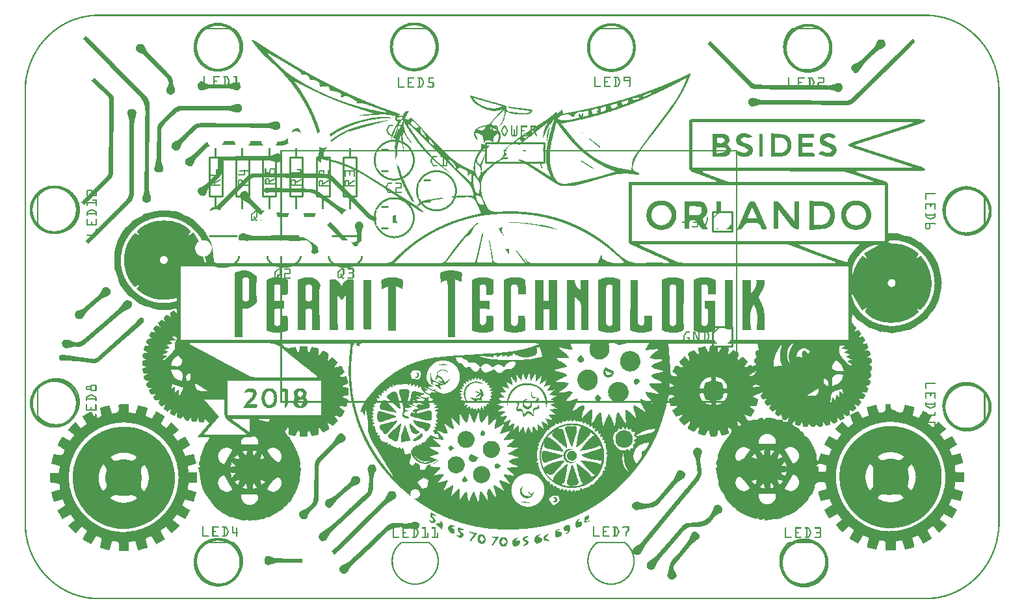
<source format=gto>
G04 MADE WITH FRITZING*
G04 WWW.FRITZING.ORG*
G04 DOUBLE SIDED*
G04 HOLES PLATED*
G04 CONTOUR ON CENTER OF CONTOUR VECTOR*
%ASAXBY*%
%FSLAX23Y23*%
%MOIN*%
%OFA0B0*%
%SFA1.0B1.0*%
%ADD10C,0.010000*%
%ADD11C,0.005000*%
%ADD12C,0.011000*%
%ADD13C,0.007874*%
%ADD14R,0.001000X0.001000*%
%LNSILK1*%
G90*
G70*
G54D10*
X948Y1865D02*
X1088Y1865D01*
D02*
X1263Y1865D02*
X1403Y1865D01*
D02*
X1578Y1865D02*
X1718Y1865D01*
D02*
X1636Y2068D02*
X1636Y2268D01*
D02*
X1636Y2268D02*
X1702Y2268D01*
D02*
X1702Y2268D02*
X1702Y2068D01*
D02*
X1702Y2068D02*
X1636Y2068D01*
D02*
X1498Y2068D02*
X1498Y2268D01*
D02*
X1498Y2268D02*
X1564Y2268D01*
D02*
X1564Y2268D02*
X1564Y2068D01*
D02*
X1564Y2068D02*
X1498Y2068D01*
D02*
X1360Y2068D02*
X1360Y2268D01*
D02*
X1360Y2268D02*
X1426Y2268D01*
D02*
X1426Y2268D02*
X1426Y2068D01*
D02*
X1426Y2068D02*
X1360Y2068D01*
D02*
X1222Y2068D02*
X1222Y2268D01*
D02*
X1222Y2268D02*
X1288Y2268D01*
D02*
X1288Y2268D02*
X1288Y2068D01*
D02*
X1288Y2068D02*
X1222Y2068D01*
D02*
X947Y2068D02*
X947Y2268D01*
D02*
X947Y2268D02*
X1013Y2268D01*
D02*
X1013Y2268D02*
X1013Y2068D01*
D02*
X1013Y2068D02*
X947Y2068D01*
D02*
X1085Y2068D02*
X1085Y2268D01*
D02*
X1085Y2268D02*
X1151Y2268D01*
D02*
X1151Y2268D02*
X1151Y2068D01*
D02*
X1151Y2068D02*
X1085Y2068D01*
D02*
X2664Y2343D02*
X2364Y2343D01*
D02*
X2364Y2343D02*
X2364Y2243D01*
D02*
X2364Y2243D02*
X2664Y2243D01*
D02*
X2664Y2243D02*
X2664Y2343D01*
D02*
X3528Y1398D02*
X3528Y1298D01*
D02*
X3528Y1298D02*
X3628Y1298D01*
D02*
X3628Y1298D02*
X3628Y1398D01*
D02*
X3628Y1398D02*
X3528Y1398D01*
G54D11*
D02*
X3528Y1363D02*
X3563Y1398D01*
G54D10*
D02*
X3528Y1989D02*
X3528Y1889D01*
D02*
X3528Y1889D02*
X3628Y1889D01*
D02*
X3628Y1889D02*
X3628Y1989D01*
D02*
X3628Y1989D02*
X3528Y1989D01*
G54D12*
X1831Y2014D02*
X1861Y2014D01*
D02*
X1831Y1904D02*
X1861Y1904D01*
D02*
X1831Y2309D02*
X1861Y2309D01*
D02*
X1831Y2199D02*
X1861Y2199D01*
D02*
X2047Y2152D02*
X2077Y2152D01*
D02*
X2047Y2042D02*
X2077Y2042D01*
D02*
G54D13*
X3078Y2929D02*
X2936Y2929D01*
D02*
X3078Y291D02*
X2936Y291D01*
D02*
X2074Y291D02*
X1932Y291D01*
D02*
X4082Y2929D02*
X3940Y2929D01*
D02*
X1070Y291D02*
X928Y291D01*
D02*
X2074Y2929D02*
X1932Y2929D01*
D02*
X4062Y291D02*
X3920Y291D01*
D02*
X1070Y2929D02*
X928Y2929D01*
D02*
G54D14*
X359Y3000D02*
X4640Y3000D01*
X346Y2999D02*
X4653Y2999D01*
X336Y2998D02*
X4663Y2998D01*
X328Y2997D02*
X4671Y2997D01*
X321Y2996D02*
X4678Y2996D01*
X315Y2995D02*
X4684Y2995D01*
X310Y2994D02*
X4689Y2994D01*
X305Y2993D02*
X4694Y2993D01*
X300Y2992D02*
X358Y2992D01*
X4641Y2992D02*
X4699Y2992D01*
X296Y2991D02*
X345Y2991D01*
X4654Y2991D02*
X4703Y2991D01*
X291Y2990D02*
X335Y2990D01*
X4664Y2990D02*
X4708Y2990D01*
X287Y2989D02*
X327Y2989D01*
X4672Y2989D02*
X4712Y2989D01*
X284Y2988D02*
X320Y2988D01*
X4679Y2988D02*
X4715Y2988D01*
X280Y2987D02*
X315Y2987D01*
X4684Y2987D02*
X4719Y2987D01*
X276Y2986D02*
X309Y2986D01*
X4690Y2986D02*
X4723Y2986D01*
X273Y2985D02*
X304Y2985D01*
X4695Y2985D02*
X4726Y2985D01*
X270Y2984D02*
X300Y2984D01*
X4699Y2984D02*
X4729Y2984D01*
X267Y2983D02*
X295Y2983D01*
X4704Y2983D02*
X4732Y2983D01*
X264Y2982D02*
X291Y2982D01*
X4708Y2982D02*
X4735Y2982D01*
X261Y2981D02*
X287Y2981D01*
X4712Y2981D02*
X4738Y2981D01*
X258Y2980D02*
X283Y2980D01*
X4716Y2980D02*
X4741Y2980D01*
X255Y2979D02*
X280Y2979D01*
X4719Y2979D02*
X4744Y2979D01*
X252Y2978D02*
X276Y2978D01*
X4723Y2978D02*
X4747Y2978D01*
X249Y2977D02*
X273Y2977D01*
X4726Y2977D02*
X4750Y2977D01*
X247Y2976D02*
X270Y2976D01*
X4729Y2976D02*
X4752Y2976D01*
X244Y2975D02*
X266Y2975D01*
X4733Y2975D02*
X4755Y2975D01*
X242Y2974D02*
X264Y2974D01*
X4735Y2974D02*
X4757Y2974D01*
X240Y2973D02*
X261Y2973D01*
X4738Y2973D02*
X4759Y2973D01*
X237Y2972D02*
X258Y2972D01*
X4741Y2972D02*
X4762Y2972D01*
X235Y2971D02*
X255Y2971D01*
X4744Y2971D02*
X4764Y2971D01*
X232Y2970D02*
X252Y2970D01*
X4747Y2970D02*
X4767Y2970D01*
X230Y2969D02*
X250Y2969D01*
X4749Y2969D02*
X4769Y2969D01*
X228Y2968D02*
X247Y2968D01*
X4752Y2968D02*
X4771Y2968D01*
X226Y2967D02*
X245Y2967D01*
X4754Y2967D02*
X4773Y2967D01*
X224Y2966D02*
X242Y2966D01*
X4757Y2966D02*
X4775Y2966D01*
X221Y2965D02*
X240Y2965D01*
X4759Y2965D02*
X4778Y2965D01*
X219Y2964D02*
X237Y2964D01*
X4762Y2964D02*
X4780Y2964D01*
X217Y2963D02*
X235Y2963D01*
X4764Y2963D02*
X4782Y2963D01*
X215Y2962D02*
X233Y2962D01*
X4766Y2962D02*
X4784Y2962D01*
X213Y2961D02*
X230Y2961D01*
X4769Y2961D02*
X4786Y2961D01*
X211Y2960D02*
X228Y2960D01*
X4771Y2960D02*
X4788Y2960D01*
X209Y2959D02*
X226Y2959D01*
X977Y2959D02*
X1005Y2959D01*
X1974Y2959D02*
X2021Y2959D01*
X4773Y2959D02*
X4790Y2959D01*
X207Y2958D02*
X224Y2958D01*
X975Y2958D02*
X1008Y2958D01*
X1972Y2958D02*
X2024Y2958D01*
X4775Y2958D02*
X4792Y2958D01*
X206Y2957D02*
X222Y2957D01*
X972Y2957D02*
X1012Y2957D01*
X1969Y2957D02*
X2027Y2957D01*
X4777Y2957D02*
X4793Y2957D01*
X204Y2956D02*
X220Y2956D01*
X969Y2956D02*
X1015Y2956D01*
X1967Y2956D02*
X2030Y2956D01*
X3002Y2956D02*
X3018Y2956D01*
X4779Y2956D02*
X4795Y2956D01*
X202Y2955D02*
X218Y2955D01*
X964Y2955D02*
X1019Y2955D01*
X1963Y2955D02*
X2033Y2955D01*
X2992Y2955D02*
X3028Y2955D01*
X4781Y2955D02*
X4797Y2955D01*
X200Y2954D02*
X216Y2954D01*
X960Y2954D02*
X1022Y2954D01*
X1960Y2954D02*
X2036Y2954D01*
X2986Y2954D02*
X3034Y2954D01*
X4783Y2954D02*
X4799Y2954D01*
X198Y2953D02*
X214Y2953D01*
X957Y2953D02*
X1026Y2953D01*
X1957Y2953D02*
X2039Y2953D01*
X2981Y2953D02*
X3038Y2953D01*
X4785Y2953D02*
X4801Y2953D01*
X196Y2952D02*
X212Y2952D01*
X954Y2952D02*
X1029Y2952D01*
X1954Y2952D02*
X2042Y2952D01*
X2977Y2952D02*
X3042Y2952D01*
X4004Y2952D02*
X4032Y2952D01*
X4787Y2952D02*
X4803Y2952D01*
X195Y2951D02*
X210Y2951D01*
X951Y2951D02*
X1032Y2951D01*
X1952Y2951D02*
X2044Y2951D01*
X2973Y2951D02*
X3046Y2951D01*
X3997Y2951D02*
X4039Y2951D01*
X4789Y2951D02*
X4804Y2951D01*
X193Y2950D02*
X208Y2950D01*
X948Y2950D02*
X1035Y2950D01*
X1950Y2950D02*
X2047Y2950D01*
X2970Y2950D02*
X3049Y2950D01*
X3991Y2950D02*
X4044Y2950D01*
X4791Y2950D02*
X4806Y2950D01*
X191Y2949D02*
X206Y2949D01*
X945Y2949D02*
X1037Y2949D01*
X1947Y2949D02*
X2049Y2949D01*
X2967Y2949D02*
X3052Y2949D01*
X3987Y2949D02*
X4048Y2949D01*
X4793Y2949D02*
X4808Y2949D01*
X190Y2948D02*
X204Y2948D01*
X943Y2948D02*
X1040Y2948D01*
X1945Y2948D02*
X2051Y2948D01*
X2964Y2948D02*
X3055Y2948D01*
X3983Y2948D02*
X4052Y2948D01*
X4795Y2948D02*
X4809Y2948D01*
X188Y2947D02*
X203Y2947D01*
X941Y2947D02*
X1042Y2947D01*
X1943Y2947D02*
X2053Y2947D01*
X2962Y2947D02*
X3057Y2947D01*
X3980Y2947D02*
X4055Y2947D01*
X4797Y2947D02*
X4811Y2947D01*
X186Y2946D02*
X201Y2946D01*
X939Y2946D02*
X1045Y2946D01*
X1941Y2946D02*
X2055Y2946D01*
X2959Y2946D02*
X3060Y2946D01*
X3977Y2946D02*
X4058Y2946D01*
X4798Y2946D02*
X4813Y2946D01*
X185Y2945D02*
X199Y2945D01*
X936Y2945D02*
X1047Y2945D01*
X1939Y2945D02*
X1988Y2945D01*
X2008Y2945D02*
X2057Y2945D01*
X2957Y2945D02*
X3062Y2945D01*
X3974Y2945D02*
X4061Y2945D01*
X4800Y2945D02*
X4814Y2945D01*
X183Y2944D02*
X197Y2944D01*
X935Y2944D02*
X1049Y2944D01*
X1937Y2944D02*
X1980Y2944D01*
X2016Y2944D02*
X2059Y2944D01*
X2955Y2944D02*
X3064Y2944D01*
X3971Y2944D02*
X4064Y2944D01*
X4802Y2944D02*
X4816Y2944D01*
X181Y2943D02*
X196Y2943D01*
X933Y2943D02*
X1051Y2943D01*
X1935Y2943D02*
X1975Y2943D01*
X2021Y2943D02*
X2061Y2943D01*
X2953Y2943D02*
X3066Y2943D01*
X3969Y2943D02*
X4066Y2943D01*
X4803Y2943D02*
X4818Y2943D01*
X180Y2942D02*
X194Y2942D01*
X931Y2942D02*
X979Y2942D01*
X1004Y2942D02*
X1052Y2942D01*
X1933Y2942D02*
X1970Y2942D01*
X2025Y2942D02*
X2062Y2942D01*
X2951Y2942D02*
X3002Y2942D01*
X3015Y2942D02*
X3068Y2942D01*
X3966Y2942D02*
X4068Y2942D01*
X4805Y2942D02*
X4819Y2942D01*
X178Y2941D02*
X192Y2941D01*
X929Y2941D02*
X972Y2941D01*
X1011Y2941D02*
X1054Y2941D01*
X1932Y2941D02*
X1967Y2941D01*
X2029Y2941D02*
X2064Y2941D01*
X2949Y2941D02*
X2993Y2941D01*
X3025Y2941D02*
X3070Y2941D01*
X3964Y2941D02*
X4071Y2941D01*
X4807Y2941D02*
X4821Y2941D01*
X177Y2940D02*
X191Y2940D01*
X927Y2940D02*
X967Y2940D01*
X1016Y2940D02*
X1056Y2940D01*
X1930Y2940D02*
X1964Y2940D01*
X2032Y2940D02*
X2065Y2940D01*
X2947Y2940D02*
X2987Y2940D01*
X3030Y2940D02*
X3072Y2940D01*
X3962Y2940D02*
X4073Y2940D01*
X4808Y2940D02*
X4822Y2940D01*
X175Y2939D02*
X189Y2939D01*
X926Y2939D02*
X963Y2939D01*
X1020Y2939D02*
X1058Y2939D01*
X1929Y2939D02*
X1961Y2939D01*
X2035Y2939D02*
X2067Y2939D01*
X2945Y2939D02*
X2983Y2939D01*
X3035Y2939D02*
X3073Y2939D01*
X3960Y2939D02*
X4075Y2939D01*
X4810Y2939D02*
X4824Y2939D01*
X174Y2938D02*
X187Y2938D01*
X924Y2938D02*
X960Y2938D01*
X1024Y2938D02*
X1059Y2938D01*
X1927Y2938D02*
X1958Y2938D01*
X2037Y2938D02*
X2068Y2938D01*
X2944Y2938D02*
X2979Y2938D01*
X3039Y2938D02*
X3075Y2938D01*
X3958Y2938D02*
X4005Y2938D01*
X4031Y2938D02*
X4077Y2938D01*
X4812Y2938D02*
X4825Y2938D01*
X172Y2937D02*
X186Y2937D01*
X923Y2937D02*
X957Y2937D01*
X1027Y2937D02*
X1061Y2937D01*
X1926Y2937D02*
X1956Y2937D01*
X2040Y2937D02*
X2070Y2937D01*
X2942Y2937D02*
X2976Y2937D01*
X3042Y2937D02*
X3077Y2937D01*
X3956Y2937D02*
X3998Y2937D01*
X4037Y2937D02*
X4078Y2937D01*
X4813Y2937D02*
X4827Y2937D01*
X171Y2936D02*
X184Y2936D01*
X921Y2936D02*
X954Y2936D01*
X1030Y2936D02*
X1062Y2936D01*
X1924Y2936D02*
X1953Y2936D01*
X2042Y2936D02*
X2071Y2936D01*
X2940Y2936D02*
X2973Y2936D01*
X3045Y2936D02*
X3078Y2936D01*
X3954Y2936D02*
X3994Y2936D01*
X4042Y2936D02*
X4080Y2936D01*
X4815Y2936D02*
X4828Y2936D01*
X169Y2935D02*
X183Y2935D01*
X919Y2935D02*
X951Y2935D01*
X1032Y2935D02*
X1064Y2935D01*
X1923Y2935D02*
X1951Y2935D01*
X2044Y2935D02*
X2073Y2935D01*
X2939Y2935D02*
X2970Y2935D01*
X3048Y2935D02*
X3080Y2935D01*
X3953Y2935D02*
X3989Y2935D01*
X4046Y2935D02*
X4082Y2935D01*
X4816Y2935D02*
X4830Y2935D01*
X168Y2934D02*
X181Y2934D01*
X918Y2934D02*
X949Y2934D01*
X1035Y2934D02*
X1065Y2934D01*
X1922Y2934D02*
X1949Y2934D01*
X2046Y2934D02*
X2074Y2934D01*
X2937Y2934D02*
X2968Y2934D01*
X3050Y2934D02*
X3081Y2934D01*
X3951Y2934D02*
X3986Y2934D01*
X4049Y2934D02*
X4084Y2934D01*
X4818Y2934D02*
X4831Y2934D01*
X166Y2933D02*
X180Y2933D01*
X917Y2933D02*
X946Y2933D01*
X1037Y2933D02*
X1066Y2933D01*
X1920Y2933D02*
X1947Y2933D01*
X2048Y2933D02*
X2075Y2933D01*
X2935Y2933D02*
X2965Y2933D01*
X3052Y2933D02*
X3083Y2933D01*
X3939Y2933D02*
X3941Y2933D01*
X3950Y2933D02*
X3983Y2933D01*
X4052Y2933D02*
X4085Y2933D01*
X4819Y2933D02*
X4833Y2933D01*
X165Y2932D02*
X178Y2932D01*
X915Y2932D02*
X944Y2932D01*
X1039Y2932D02*
X1072Y2932D01*
X1919Y2932D02*
X1945Y2932D01*
X2050Y2932D02*
X2076Y2932D01*
X2934Y2932D02*
X2963Y2932D01*
X3055Y2932D02*
X3084Y2932D01*
X3938Y2932D02*
X3942Y2932D01*
X3948Y2932D02*
X3980Y2932D01*
X4055Y2932D02*
X4087Y2932D01*
X4821Y2932D02*
X4834Y2932D01*
X164Y2931D02*
X177Y2931D01*
X914Y2931D02*
X942Y2931D01*
X1041Y2931D02*
X1074Y2931D01*
X1918Y2931D02*
X1944Y2931D01*
X2051Y2931D02*
X2078Y2931D01*
X2932Y2931D02*
X2961Y2931D01*
X3057Y2931D02*
X3085Y2931D01*
X3936Y2931D02*
X3943Y2931D01*
X3947Y2931D02*
X3978Y2931D01*
X4058Y2931D02*
X4088Y2931D01*
X4822Y2931D02*
X4835Y2931D01*
X162Y2930D02*
X175Y2930D01*
X913Y2930D02*
X940Y2930D01*
X1043Y2930D02*
X1075Y2930D01*
X1916Y2930D02*
X1942Y2930D01*
X2053Y2930D02*
X2079Y2930D01*
X2931Y2930D02*
X2959Y2930D01*
X3059Y2930D02*
X3087Y2930D01*
X3935Y2930D02*
X3943Y2930D01*
X3945Y2930D02*
X3975Y2930D01*
X4060Y2930D02*
X4090Y2930D01*
X4824Y2930D02*
X4837Y2930D01*
X161Y2929D02*
X174Y2929D01*
X912Y2929D02*
X938Y2929D01*
X1045Y2929D02*
X1076Y2929D01*
X1915Y2929D02*
X1940Y2929D01*
X2055Y2929D02*
X2080Y2929D01*
X2930Y2929D02*
X2957Y2929D01*
X3061Y2929D02*
X3088Y2929D01*
X3934Y2929D02*
X3973Y2929D01*
X4062Y2929D02*
X4091Y2929D01*
X4825Y2929D02*
X4838Y2929D01*
X160Y2928D02*
X172Y2928D01*
X910Y2928D02*
X937Y2928D01*
X1047Y2928D02*
X1077Y2928D01*
X1914Y2928D02*
X1939Y2928D01*
X2056Y2928D02*
X2081Y2928D01*
X2929Y2928D02*
X2956Y2928D01*
X3062Y2928D02*
X3089Y2928D01*
X3933Y2928D02*
X3971Y2928D01*
X4064Y2928D02*
X4092Y2928D01*
X4827Y2928D02*
X4839Y2928D01*
X158Y2927D02*
X171Y2927D01*
X909Y2927D02*
X935Y2927D01*
X1048Y2927D02*
X1078Y2927D01*
X1913Y2927D02*
X1937Y2927D01*
X2058Y2927D02*
X2082Y2927D01*
X2928Y2927D02*
X2954Y2927D01*
X3064Y2927D02*
X3090Y2927D01*
X3931Y2927D02*
X3969Y2927D01*
X4066Y2927D02*
X4094Y2927D01*
X4828Y2927D02*
X4841Y2927D01*
X157Y2926D02*
X169Y2926D01*
X908Y2926D02*
X934Y2926D01*
X1050Y2926D02*
X1080Y2926D01*
X1912Y2926D02*
X1936Y2926D01*
X2059Y2926D02*
X2083Y2926D01*
X2926Y2926D02*
X2952Y2926D01*
X3066Y2926D02*
X3091Y2926D01*
X3930Y2926D02*
X3967Y2926D01*
X4068Y2926D02*
X4095Y2926D01*
X4830Y2926D02*
X4842Y2926D01*
X156Y2925D02*
X168Y2925D01*
X907Y2925D02*
X932Y2925D01*
X1052Y2925D02*
X1081Y2925D01*
X1911Y2925D02*
X1934Y2925D01*
X2061Y2925D02*
X2085Y2925D01*
X2925Y2925D02*
X2951Y2925D01*
X3067Y2925D02*
X3093Y2925D01*
X3929Y2925D02*
X3965Y2925D01*
X4070Y2925D02*
X4096Y2925D01*
X4831Y2925D02*
X4843Y2925D01*
X154Y2924D02*
X167Y2924D01*
X906Y2924D02*
X930Y2924D01*
X1053Y2924D02*
X1082Y2924D01*
X1910Y2924D02*
X1933Y2924D01*
X2062Y2924D02*
X2086Y2924D01*
X2924Y2924D02*
X2949Y2924D01*
X3069Y2924D02*
X3094Y2924D01*
X3928Y2924D02*
X3963Y2924D01*
X4072Y2924D02*
X4097Y2924D01*
X4832Y2924D02*
X4845Y2924D01*
X153Y2923D02*
X165Y2923D01*
X905Y2923D02*
X929Y2923D01*
X1055Y2923D02*
X1083Y2923D01*
X1909Y2923D02*
X1932Y2923D01*
X2063Y2923D02*
X2087Y2923D01*
X2923Y2923D02*
X2948Y2923D01*
X3070Y2923D02*
X3095Y2923D01*
X3927Y2923D02*
X3962Y2923D01*
X4073Y2923D02*
X4099Y2923D01*
X4834Y2923D02*
X4846Y2923D01*
X152Y2922D02*
X164Y2922D01*
X904Y2922D02*
X928Y2922D01*
X1056Y2922D02*
X1084Y2922D01*
X1908Y2922D02*
X1930Y2922D01*
X2065Y2922D02*
X2088Y2922D01*
X2922Y2922D02*
X2946Y2922D01*
X3072Y2922D02*
X3096Y2922D01*
X3926Y2922D02*
X3960Y2922D01*
X4075Y2922D02*
X4100Y2922D01*
X4835Y2922D02*
X4848Y2922D01*
X150Y2921D02*
X162Y2921D01*
X903Y2921D02*
X926Y2921D01*
X1057Y2921D02*
X1085Y2921D01*
X1907Y2921D02*
X1929Y2921D01*
X2066Y2921D02*
X2089Y2921D01*
X2921Y2921D02*
X2945Y2921D01*
X3073Y2921D02*
X3097Y2921D01*
X3925Y2921D02*
X3959Y2921D01*
X4076Y2921D02*
X4101Y2921D01*
X4837Y2921D02*
X4849Y2921D01*
X149Y2920D02*
X161Y2920D01*
X902Y2920D02*
X925Y2920D01*
X1059Y2920D02*
X1086Y2920D01*
X1906Y2920D02*
X1928Y2920D01*
X2067Y2920D02*
X2090Y2920D01*
X2920Y2920D02*
X2944Y2920D01*
X3074Y2920D02*
X3098Y2920D01*
X3924Y2920D02*
X3957Y2920D01*
X4078Y2920D02*
X4102Y2920D01*
X4838Y2920D02*
X4850Y2920D01*
X148Y2919D02*
X160Y2919D01*
X901Y2919D02*
X924Y2919D01*
X1060Y2919D02*
X1087Y2919D01*
X1905Y2919D02*
X1926Y2919D01*
X2068Y2919D02*
X2091Y2919D01*
X2919Y2919D02*
X2942Y2919D01*
X3076Y2919D02*
X3099Y2919D01*
X3923Y2919D02*
X3956Y2919D01*
X4079Y2919D02*
X4103Y2919D01*
X4839Y2919D02*
X4851Y2919D01*
X147Y2918D02*
X158Y2918D01*
X900Y2918D02*
X922Y2918D01*
X1061Y2918D02*
X1088Y2918D01*
X1904Y2918D02*
X1925Y2918D01*
X2069Y2918D02*
X2092Y2918D01*
X2918Y2918D02*
X2941Y2918D01*
X3077Y2918D02*
X3100Y2918D01*
X3922Y2918D02*
X3954Y2918D01*
X4081Y2918D02*
X4104Y2918D01*
X4841Y2918D02*
X4852Y2918D01*
X145Y2917D02*
X157Y2917D01*
X899Y2917D02*
X921Y2917D01*
X1063Y2917D02*
X1089Y2917D01*
X1903Y2917D02*
X1924Y2917D01*
X2071Y2917D02*
X2093Y2917D01*
X2917Y2917D02*
X2940Y2917D01*
X3078Y2917D02*
X3101Y2917D01*
X3921Y2917D02*
X3953Y2917D01*
X4082Y2917D02*
X4105Y2917D01*
X4842Y2917D02*
X4854Y2917D01*
X144Y2916D02*
X156Y2916D01*
X898Y2916D02*
X920Y2916D01*
X1064Y2916D02*
X1090Y2916D01*
X1902Y2916D02*
X1923Y2916D01*
X2072Y2916D02*
X2094Y2916D01*
X2916Y2916D02*
X2939Y2916D01*
X3080Y2916D02*
X3102Y2916D01*
X3920Y2916D02*
X3952Y2916D01*
X4083Y2916D02*
X4106Y2916D01*
X4843Y2916D02*
X4855Y2916D01*
X143Y2915D02*
X154Y2915D01*
X897Y2915D02*
X919Y2915D01*
X1065Y2915D02*
X1090Y2915D01*
X1901Y2915D02*
X1922Y2915D01*
X2073Y2915D02*
X2094Y2915D01*
X2916Y2915D02*
X2937Y2915D01*
X3081Y2915D02*
X3102Y2915D01*
X3919Y2915D02*
X3950Y2915D01*
X4085Y2915D02*
X4107Y2915D01*
X4845Y2915D02*
X4856Y2915D01*
X142Y2914D02*
X153Y2914D01*
X897Y2914D02*
X918Y2914D01*
X1066Y2914D02*
X1091Y2914D01*
X1900Y2914D02*
X1921Y2914D01*
X2074Y2914D02*
X2095Y2914D01*
X2915Y2914D02*
X2936Y2914D01*
X3082Y2914D02*
X3103Y2914D01*
X3919Y2914D02*
X3949Y2914D01*
X4086Y2914D02*
X4108Y2914D01*
X4846Y2914D02*
X4857Y2914D01*
X140Y2913D02*
X152Y2913D01*
X896Y2913D02*
X917Y2913D01*
X1067Y2913D02*
X1092Y2913D01*
X1900Y2913D02*
X1920Y2913D01*
X2075Y2913D02*
X2096Y2913D01*
X2914Y2913D02*
X2935Y2913D01*
X3083Y2913D02*
X3104Y2913D01*
X3918Y2913D02*
X3948Y2913D01*
X4087Y2913D02*
X4109Y2913D01*
X4847Y2913D02*
X4859Y2913D01*
X139Y2912D02*
X151Y2912D01*
X895Y2912D02*
X915Y2912D01*
X1068Y2912D02*
X1093Y2912D01*
X1899Y2912D02*
X1919Y2912D01*
X2076Y2912D02*
X2097Y2912D01*
X2913Y2912D02*
X2934Y2912D01*
X3084Y2912D02*
X3105Y2912D01*
X3917Y2912D02*
X3947Y2912D01*
X4088Y2912D02*
X4110Y2912D01*
X4848Y2912D02*
X4860Y2912D01*
X138Y2911D02*
X150Y2911D01*
X894Y2911D02*
X914Y2911D01*
X1069Y2911D02*
X1094Y2911D01*
X1898Y2911D02*
X1918Y2911D01*
X2077Y2911D02*
X2098Y2911D01*
X2912Y2911D02*
X2933Y2911D01*
X3085Y2911D02*
X3106Y2911D01*
X3916Y2911D02*
X3945Y2911D01*
X4089Y2911D02*
X4111Y2911D01*
X4849Y2911D02*
X4861Y2911D01*
X137Y2910D02*
X148Y2910D01*
X893Y2910D02*
X913Y2910D01*
X1070Y2910D02*
X1095Y2910D01*
X1897Y2910D02*
X1917Y2910D01*
X2078Y2910D02*
X2099Y2910D01*
X2911Y2910D02*
X2932Y2910D01*
X3086Y2910D02*
X3107Y2910D01*
X3915Y2910D02*
X3944Y2910D01*
X4090Y2910D02*
X4112Y2910D01*
X4851Y2910D02*
X4862Y2910D01*
X136Y2909D02*
X147Y2909D01*
X893Y2909D02*
X912Y2909D01*
X1071Y2909D02*
X1095Y2909D01*
X1897Y2909D02*
X1916Y2909D01*
X2079Y2909D02*
X2099Y2909D01*
X2911Y2909D02*
X2931Y2909D01*
X3087Y2909D02*
X3107Y2909D01*
X3915Y2909D02*
X3943Y2909D01*
X4091Y2909D02*
X4112Y2909D01*
X4852Y2909D02*
X4863Y2909D01*
X135Y2908D02*
X146Y2908D01*
X892Y2908D02*
X911Y2908D01*
X1072Y2908D02*
X1096Y2908D01*
X1896Y2908D02*
X1915Y2908D01*
X2079Y2908D02*
X2100Y2908D01*
X2910Y2908D02*
X2930Y2908D01*
X3088Y2908D02*
X3108Y2908D01*
X3914Y2908D02*
X3942Y2908D01*
X4093Y2908D02*
X4113Y2908D01*
X4853Y2908D02*
X4864Y2908D01*
X134Y2907D02*
X145Y2907D01*
X891Y2907D02*
X910Y2907D01*
X1073Y2907D02*
X1097Y2907D01*
X1895Y2907D02*
X1914Y2907D01*
X2080Y2907D02*
X2101Y2907D01*
X2909Y2907D02*
X2929Y2907D01*
X3089Y2907D02*
X3109Y2907D01*
X3913Y2907D02*
X3941Y2907D01*
X4094Y2907D02*
X4114Y2907D01*
X4854Y2907D02*
X4865Y2907D01*
X132Y2906D02*
X143Y2906D01*
X890Y2906D02*
X910Y2906D01*
X1074Y2906D02*
X1098Y2906D01*
X1894Y2906D02*
X1913Y2906D01*
X2081Y2906D02*
X2102Y2906D01*
X2908Y2906D02*
X2928Y2906D01*
X3090Y2906D02*
X3110Y2906D01*
X3912Y2906D02*
X3940Y2906D01*
X4095Y2906D02*
X4115Y2906D01*
X4856Y2906D02*
X4867Y2906D01*
X131Y2905D02*
X142Y2905D01*
X890Y2905D02*
X909Y2905D01*
X1075Y2905D02*
X1098Y2905D01*
X1894Y2905D02*
X1913Y2905D01*
X2082Y2905D02*
X2102Y2905D01*
X2908Y2905D02*
X2927Y2905D01*
X3091Y2905D02*
X3110Y2905D01*
X3912Y2905D02*
X3939Y2905D01*
X4096Y2905D02*
X4116Y2905D01*
X4857Y2905D02*
X4868Y2905D01*
X130Y2904D02*
X141Y2904D01*
X889Y2904D02*
X908Y2904D01*
X1076Y2904D02*
X1099Y2904D01*
X1893Y2904D02*
X1912Y2904D01*
X2083Y2904D02*
X2103Y2904D01*
X2907Y2904D02*
X2926Y2904D01*
X3092Y2904D02*
X3111Y2904D01*
X3911Y2904D02*
X3938Y2904D01*
X4097Y2904D02*
X4116Y2904D01*
X4858Y2904D02*
X4869Y2904D01*
X129Y2903D02*
X140Y2903D01*
X888Y2903D02*
X907Y2903D01*
X1077Y2903D02*
X1100Y2903D01*
X1893Y2903D02*
X1911Y2903D01*
X2084Y2903D02*
X2104Y2903D01*
X2906Y2903D02*
X2926Y2903D01*
X3093Y2903D02*
X3112Y2903D01*
X3910Y2903D02*
X3937Y2903D01*
X4097Y2903D02*
X4117Y2903D01*
X4859Y2903D02*
X4870Y2903D01*
X128Y2902D02*
X139Y2902D01*
X888Y2902D02*
X906Y2902D01*
X1077Y2902D02*
X1100Y2902D01*
X1892Y2902D02*
X1910Y2902D01*
X2084Y2902D02*
X2104Y2902D01*
X2906Y2902D02*
X2925Y2902D01*
X3094Y2902D02*
X3113Y2902D01*
X3910Y2902D02*
X3936Y2902D01*
X4098Y2902D02*
X4118Y2902D01*
X4860Y2902D02*
X4871Y2902D01*
X127Y2901D02*
X138Y2901D01*
X887Y2901D02*
X906Y2901D01*
X1078Y2901D02*
X1101Y2901D01*
X1891Y2901D02*
X1910Y2901D01*
X2085Y2901D02*
X2105Y2901D01*
X2905Y2901D02*
X2924Y2901D01*
X3094Y2901D02*
X3113Y2901D01*
X3909Y2901D02*
X3935Y2901D01*
X4099Y2901D02*
X4119Y2901D01*
X4861Y2901D02*
X4872Y2901D01*
X126Y2900D02*
X137Y2900D01*
X886Y2900D02*
X905Y2900D01*
X1079Y2900D02*
X1102Y2900D01*
X1891Y2900D02*
X1909Y2900D01*
X2086Y2900D02*
X2106Y2900D01*
X2904Y2900D02*
X2923Y2900D01*
X3095Y2900D02*
X3114Y2900D01*
X3908Y2900D02*
X3935Y2900D01*
X4100Y2900D02*
X4119Y2900D01*
X4862Y2900D02*
X4873Y2900D01*
X125Y2899D02*
X136Y2899D01*
X886Y2899D02*
X904Y2899D01*
X1080Y2899D02*
X1102Y2899D01*
X1890Y2899D02*
X1908Y2899D01*
X2087Y2899D02*
X2106Y2899D01*
X2904Y2899D02*
X2922Y2899D01*
X3096Y2899D02*
X3114Y2899D01*
X3908Y2899D02*
X3934Y2899D01*
X4101Y2899D02*
X4120Y2899D01*
X4863Y2899D02*
X4874Y2899D01*
X124Y2898D02*
X134Y2898D01*
X885Y2898D02*
X904Y2898D01*
X1080Y2898D02*
X1103Y2898D01*
X1889Y2898D02*
X1907Y2898D01*
X2087Y2898D02*
X2107Y2898D01*
X2903Y2898D02*
X2922Y2898D01*
X3097Y2898D02*
X3115Y2898D01*
X3907Y2898D02*
X3933Y2898D01*
X4102Y2898D02*
X4121Y2898D01*
X4865Y2898D02*
X4875Y2898D01*
X123Y2897D02*
X133Y2897D01*
X885Y2897D02*
X903Y2897D01*
X1081Y2897D02*
X1103Y2897D01*
X1889Y2897D02*
X1907Y2897D01*
X2088Y2897D02*
X2107Y2897D01*
X2902Y2897D02*
X2921Y2897D01*
X3097Y2897D02*
X3116Y2897D01*
X3906Y2897D02*
X3932Y2897D01*
X4103Y2897D02*
X4121Y2897D01*
X4866Y2897D02*
X4876Y2897D01*
X122Y2896D02*
X132Y2896D01*
X884Y2896D02*
X902Y2896D01*
X1082Y2896D02*
X1104Y2896D01*
X1888Y2896D02*
X1906Y2896D01*
X2089Y2896D02*
X2108Y2896D01*
X2902Y2896D02*
X2920Y2896D01*
X3098Y2896D02*
X3116Y2896D01*
X3906Y2896D02*
X3931Y2896D01*
X4103Y2896D02*
X4122Y2896D01*
X4867Y2896D02*
X4877Y2896D01*
X121Y2895D02*
X131Y2895D01*
X883Y2895D02*
X902Y2895D01*
X1083Y2895D02*
X1105Y2895D01*
X1888Y2895D02*
X1906Y2895D01*
X2089Y2895D02*
X2109Y2895D01*
X2901Y2895D02*
X2919Y2895D01*
X3099Y2895D02*
X3117Y2895D01*
X3905Y2895D02*
X3930Y2895D01*
X4104Y2895D02*
X4123Y2895D01*
X4868Y2895D02*
X4878Y2895D01*
X120Y2894D02*
X130Y2894D01*
X883Y2894D02*
X901Y2894D01*
X1083Y2894D02*
X1105Y2894D01*
X1887Y2894D02*
X1905Y2894D01*
X2090Y2894D02*
X2109Y2894D01*
X2901Y2894D02*
X2919Y2894D01*
X3100Y2894D02*
X3117Y2894D01*
X3905Y2894D02*
X3930Y2894D01*
X4105Y2894D02*
X4123Y2894D01*
X4869Y2894D02*
X4879Y2894D01*
X119Y2893D02*
X129Y2893D01*
X882Y2893D02*
X900Y2893D01*
X1084Y2893D02*
X1106Y2893D01*
X1887Y2893D02*
X1904Y2893D01*
X2091Y2893D02*
X2110Y2893D01*
X2900Y2893D02*
X2918Y2893D01*
X3100Y2893D02*
X3118Y2893D01*
X3904Y2893D02*
X3929Y2893D01*
X4106Y2893D02*
X4124Y2893D01*
X4870Y2893D02*
X4881Y2893D01*
X117Y2892D02*
X128Y2892D01*
X882Y2892D02*
X900Y2892D01*
X1084Y2892D02*
X1106Y2892D01*
X1886Y2892D02*
X1904Y2892D01*
X2091Y2892D02*
X2110Y2892D01*
X2900Y2892D02*
X2917Y2892D01*
X3101Y2892D02*
X3119Y2892D01*
X3904Y2892D02*
X3928Y2892D01*
X4106Y2892D02*
X4125Y2892D01*
X4871Y2892D02*
X4882Y2892D01*
X116Y2891D02*
X127Y2891D01*
X313Y2891D02*
X314Y2891D01*
X881Y2891D02*
X899Y2891D01*
X1085Y2891D02*
X1107Y2891D01*
X1886Y2891D02*
X1903Y2891D01*
X2092Y2891D02*
X2111Y2891D01*
X2899Y2891D02*
X2917Y2891D01*
X3102Y2891D02*
X3119Y2891D01*
X3903Y2891D02*
X3927Y2891D01*
X4107Y2891D02*
X4125Y2891D01*
X4872Y2891D02*
X4883Y2891D01*
X115Y2890D02*
X126Y2890D01*
X312Y2890D02*
X315Y2890D01*
X881Y2890D02*
X899Y2890D01*
X1086Y2890D02*
X1107Y2890D01*
X1885Y2890D02*
X1903Y2890D01*
X2092Y2890D02*
X2111Y2890D01*
X2899Y2890D02*
X2916Y2890D01*
X3102Y2890D02*
X3120Y2890D01*
X3903Y2890D02*
X3927Y2890D01*
X4108Y2890D02*
X4126Y2890D01*
X4873Y2890D02*
X4884Y2890D01*
X114Y2889D02*
X125Y2889D01*
X311Y2889D02*
X316Y2889D01*
X880Y2889D02*
X898Y2889D01*
X1086Y2889D02*
X1108Y2889D01*
X1885Y2889D02*
X1902Y2889D01*
X2093Y2889D02*
X2112Y2889D01*
X2898Y2889D02*
X2915Y2889D01*
X3103Y2889D02*
X3120Y2889D01*
X3902Y2889D02*
X3926Y2889D01*
X4109Y2889D02*
X4126Y2889D01*
X4874Y2889D02*
X4885Y2889D01*
X113Y2888D02*
X124Y2888D01*
X310Y2888D02*
X317Y2888D01*
X880Y2888D02*
X898Y2888D01*
X1087Y2888D02*
X1108Y2888D01*
X1884Y2888D02*
X1901Y2888D01*
X2094Y2888D02*
X2112Y2888D01*
X2897Y2888D02*
X2915Y2888D01*
X3104Y2888D02*
X3121Y2888D01*
X3902Y2888D02*
X3925Y2888D01*
X4109Y2888D02*
X4127Y2888D01*
X4875Y2888D02*
X4886Y2888D01*
X112Y2887D02*
X123Y2887D01*
X310Y2887D02*
X318Y2887D01*
X879Y2887D02*
X897Y2887D01*
X1088Y2887D02*
X1109Y2887D01*
X1884Y2887D02*
X1901Y2887D01*
X2094Y2887D02*
X2113Y2887D01*
X2897Y2887D02*
X2914Y2887D01*
X3104Y2887D02*
X3121Y2887D01*
X3901Y2887D02*
X3925Y2887D01*
X4110Y2887D02*
X4127Y2887D01*
X4876Y2887D02*
X4887Y2887D01*
X111Y2886D02*
X122Y2886D01*
X309Y2886D02*
X319Y2886D01*
X879Y2886D02*
X897Y2886D01*
X1088Y2886D02*
X1109Y2886D01*
X1884Y2886D02*
X1900Y2886D01*
X2095Y2886D02*
X2113Y2886D01*
X2896Y2886D02*
X2914Y2886D01*
X3105Y2886D02*
X3122Y2886D01*
X3901Y2886D02*
X3924Y2886D01*
X4110Y2886D02*
X4128Y2886D01*
X4877Y2886D02*
X4888Y2886D01*
X110Y2885D02*
X121Y2885D01*
X308Y2885D02*
X320Y2885D01*
X878Y2885D02*
X896Y2885D01*
X1089Y2885D02*
X1110Y2885D01*
X1883Y2885D02*
X1900Y2885D01*
X2095Y2885D02*
X2114Y2885D01*
X2896Y2885D02*
X2913Y2885D01*
X3105Y2885D02*
X3122Y2885D01*
X3900Y2885D02*
X3924Y2885D01*
X4111Y2885D02*
X4128Y2885D01*
X4878Y2885D02*
X4889Y2885D01*
X110Y2884D02*
X120Y2884D01*
X307Y2884D02*
X321Y2884D01*
X878Y2884D02*
X896Y2884D01*
X1089Y2884D02*
X1110Y2884D01*
X1883Y2884D02*
X1899Y2884D01*
X2096Y2884D02*
X2114Y2884D01*
X2896Y2884D02*
X2912Y2884D01*
X3106Y2884D02*
X3122Y2884D01*
X3900Y2884D02*
X3923Y2884D01*
X4112Y2884D02*
X4129Y2884D01*
X4879Y2884D02*
X4889Y2884D01*
X109Y2883D02*
X119Y2883D01*
X307Y2883D02*
X323Y2883D01*
X878Y2883D02*
X895Y2883D01*
X1090Y2883D02*
X1111Y2883D01*
X1882Y2883D02*
X1899Y2883D01*
X2096Y2883D02*
X2114Y2883D01*
X2895Y2883D02*
X2912Y2883D01*
X3107Y2883D02*
X3123Y2883D01*
X3899Y2883D02*
X3922Y2883D01*
X4112Y2883D02*
X4129Y2883D01*
X4880Y2883D02*
X4890Y2883D01*
X108Y2882D02*
X118Y2882D01*
X306Y2882D02*
X324Y2882D01*
X877Y2882D02*
X895Y2882D01*
X1090Y2882D02*
X1111Y2882D01*
X1882Y2882D02*
X1899Y2882D01*
X2097Y2882D02*
X2115Y2882D01*
X2895Y2882D02*
X2911Y2882D01*
X3107Y2882D02*
X3123Y2882D01*
X3899Y2882D02*
X3922Y2882D01*
X4113Y2882D02*
X4130Y2882D01*
X4881Y2882D02*
X4891Y2882D01*
X107Y2881D02*
X117Y2881D01*
X305Y2881D02*
X325Y2881D01*
X877Y2881D02*
X894Y2881D01*
X1091Y2881D02*
X1111Y2881D01*
X1881Y2881D02*
X1898Y2881D01*
X2097Y2881D02*
X2115Y2881D01*
X2894Y2881D02*
X2911Y2881D01*
X3108Y2881D02*
X3124Y2881D01*
X3898Y2881D02*
X3921Y2881D01*
X4113Y2881D02*
X4130Y2881D01*
X4882Y2881D02*
X4892Y2881D01*
X106Y2880D02*
X116Y2880D01*
X304Y2880D02*
X326Y2880D01*
X876Y2880D02*
X894Y2880D01*
X1091Y2880D02*
X1112Y2880D01*
X1881Y2880D02*
X1898Y2880D01*
X2098Y2880D02*
X2116Y2880D01*
X2894Y2880D02*
X2910Y2880D01*
X3108Y2880D02*
X3124Y2880D01*
X3898Y2880D02*
X3920Y2880D01*
X4114Y2880D02*
X4131Y2880D01*
X4883Y2880D02*
X4893Y2880D01*
X105Y2879D02*
X115Y2879D01*
X303Y2879D02*
X327Y2879D01*
X876Y2879D02*
X893Y2879D01*
X1092Y2879D02*
X1112Y2879D01*
X1881Y2879D02*
X1897Y2879D01*
X2098Y2879D02*
X2116Y2879D01*
X2893Y2879D02*
X2910Y2879D01*
X3109Y2879D02*
X3125Y2879D01*
X3898Y2879D02*
X3920Y2879D01*
X4115Y2879D02*
X4131Y2879D01*
X4884Y2879D02*
X4894Y2879D01*
X104Y2878D02*
X114Y2878D01*
X303Y2878D02*
X328Y2878D01*
X876Y2878D02*
X893Y2878D01*
X1092Y2878D02*
X1113Y2878D01*
X1880Y2878D02*
X1897Y2878D01*
X2099Y2878D02*
X2117Y2878D01*
X2893Y2878D02*
X2909Y2878D01*
X3109Y2878D02*
X3125Y2878D01*
X3897Y2878D02*
X3919Y2878D01*
X4115Y2878D02*
X4132Y2878D01*
X4885Y2878D02*
X4895Y2878D01*
X103Y2877D02*
X113Y2877D01*
X302Y2877D02*
X329Y2877D01*
X875Y2877D02*
X892Y2877D01*
X1093Y2877D02*
X1113Y2877D01*
X1880Y2877D02*
X1896Y2877D01*
X2099Y2877D02*
X2117Y2877D01*
X2893Y2877D02*
X2909Y2877D01*
X3110Y2877D02*
X3125Y2877D01*
X3897Y2877D02*
X3919Y2877D01*
X4116Y2877D02*
X4132Y2877D01*
X4886Y2877D02*
X4896Y2877D01*
X102Y2876D02*
X112Y2876D01*
X302Y2876D02*
X330Y2876D01*
X875Y2876D02*
X892Y2876D01*
X1093Y2876D02*
X1113Y2876D01*
X1880Y2876D02*
X1896Y2876D01*
X2099Y2876D02*
X2117Y2876D01*
X2892Y2876D02*
X2908Y2876D01*
X3110Y2876D02*
X3126Y2876D01*
X3897Y2876D02*
X3918Y2876D01*
X4116Y2876D02*
X4133Y2876D01*
X4554Y2876D02*
X4555Y2876D01*
X4887Y2876D02*
X4897Y2876D01*
X101Y2875D02*
X111Y2875D01*
X302Y2875D02*
X331Y2875D01*
X874Y2875D02*
X892Y2875D01*
X1093Y2875D02*
X1114Y2875D01*
X1879Y2875D02*
X1896Y2875D01*
X2100Y2875D02*
X2118Y2875D01*
X2892Y2875D02*
X2908Y2875D01*
X3110Y2875D02*
X3126Y2875D01*
X3896Y2875D02*
X3918Y2875D01*
X4117Y2875D02*
X4133Y2875D01*
X4553Y2875D02*
X4555Y2875D01*
X4888Y2875D02*
X4898Y2875D01*
X100Y2874D02*
X110Y2874D01*
X303Y2874D02*
X332Y2874D01*
X874Y2874D02*
X891Y2874D01*
X1094Y2874D02*
X1114Y2874D01*
X1879Y2874D02*
X1895Y2874D01*
X2100Y2874D02*
X2118Y2874D01*
X2892Y2874D02*
X2907Y2874D01*
X3111Y2874D02*
X3126Y2874D01*
X3896Y2874D02*
X3917Y2874D01*
X4117Y2874D02*
X4133Y2874D01*
X4552Y2874D02*
X4556Y2874D01*
X4889Y2874D02*
X4899Y2874D01*
X99Y2873D02*
X109Y2873D01*
X304Y2873D02*
X333Y2873D01*
X874Y2873D02*
X891Y2873D01*
X1094Y2873D02*
X1114Y2873D01*
X1879Y2873D02*
X1895Y2873D01*
X2100Y2873D02*
X2118Y2873D01*
X2891Y2873D02*
X2907Y2873D01*
X3111Y2873D02*
X3127Y2873D01*
X3896Y2873D02*
X3917Y2873D01*
X4117Y2873D02*
X4134Y2873D01*
X4551Y2873D02*
X4557Y2873D01*
X4890Y2873D02*
X4900Y2873D01*
X99Y2872D02*
X108Y2872D01*
X305Y2872D02*
X334Y2872D01*
X873Y2872D02*
X891Y2872D01*
X1095Y2872D02*
X1115Y2872D01*
X1879Y2872D02*
X1894Y2872D01*
X2101Y2872D02*
X2119Y2872D01*
X2891Y2872D02*
X2907Y2872D01*
X3112Y2872D02*
X3127Y2872D01*
X3895Y2872D02*
X3917Y2872D01*
X4118Y2872D02*
X4134Y2872D01*
X4384Y2872D02*
X4398Y2872D01*
X4550Y2872D02*
X4558Y2872D01*
X4891Y2872D02*
X4900Y2872D01*
X98Y2871D02*
X107Y2871D01*
X306Y2871D02*
X335Y2871D01*
X873Y2871D02*
X890Y2871D01*
X1095Y2871D02*
X1115Y2871D01*
X1169Y2871D02*
X1169Y2871D01*
X1878Y2871D02*
X1894Y2871D01*
X2101Y2871D02*
X2119Y2871D01*
X2891Y2871D02*
X2906Y2871D01*
X3112Y2871D02*
X3127Y2871D01*
X3895Y2871D02*
X3916Y2871D01*
X4118Y2871D02*
X4134Y2871D01*
X4381Y2871D02*
X4401Y2871D01*
X4549Y2871D02*
X4559Y2871D01*
X4892Y2871D02*
X4901Y2871D01*
X97Y2870D02*
X107Y2870D01*
X307Y2870D02*
X336Y2870D01*
X873Y2870D02*
X890Y2870D01*
X1095Y2870D02*
X1115Y2870D01*
X1168Y2870D02*
X1171Y2870D01*
X1878Y2870D02*
X1894Y2870D01*
X2102Y2870D02*
X2119Y2870D01*
X2890Y2870D02*
X2906Y2870D01*
X3112Y2870D02*
X3128Y2870D01*
X3895Y2870D02*
X3916Y2870D01*
X4119Y2870D02*
X4135Y2870D01*
X4379Y2870D02*
X4403Y2870D01*
X4548Y2870D02*
X4559Y2870D01*
X4892Y2870D02*
X4902Y2870D01*
X96Y2869D02*
X106Y2869D01*
X308Y2869D02*
X337Y2869D01*
X873Y2869D02*
X890Y2869D01*
X1096Y2869D02*
X1116Y2869D01*
X1167Y2869D02*
X1173Y2869D01*
X1878Y2869D02*
X1893Y2869D01*
X2102Y2869D02*
X2120Y2869D01*
X2890Y2869D02*
X2905Y2869D01*
X3113Y2869D02*
X3128Y2869D01*
X3894Y2869D02*
X3915Y2869D01*
X4119Y2869D02*
X4135Y2869D01*
X4378Y2869D02*
X4405Y2869D01*
X4547Y2869D02*
X4560Y2869D01*
X4893Y2869D02*
X4903Y2869D01*
X95Y2868D02*
X105Y2868D01*
X309Y2868D02*
X338Y2868D01*
X872Y2868D02*
X889Y2868D01*
X1096Y2868D02*
X1116Y2868D01*
X1167Y2868D02*
X1175Y2868D01*
X1877Y2868D02*
X1893Y2868D01*
X2102Y2868D02*
X2120Y2868D01*
X2890Y2868D02*
X2905Y2868D01*
X3113Y2868D02*
X3128Y2868D01*
X3894Y2868D02*
X3915Y2868D01*
X4120Y2868D02*
X4136Y2868D01*
X4376Y2868D02*
X4406Y2868D01*
X4546Y2868D02*
X4561Y2868D01*
X4894Y2868D02*
X4904Y2868D01*
X94Y2867D02*
X104Y2867D01*
X310Y2867D02*
X339Y2867D01*
X872Y2867D02*
X889Y2867D01*
X1096Y2867D02*
X1116Y2867D01*
X1166Y2867D02*
X1177Y2867D01*
X1877Y2867D02*
X1893Y2867D01*
X2103Y2867D02*
X2120Y2867D01*
X2889Y2867D02*
X2905Y2867D01*
X3114Y2867D02*
X3129Y2867D01*
X3894Y2867D02*
X3914Y2867D01*
X4120Y2867D02*
X4136Y2867D01*
X4375Y2867D02*
X4407Y2867D01*
X4545Y2867D02*
X4562Y2867D01*
X4895Y2867D02*
X4905Y2867D01*
X93Y2866D02*
X103Y2866D01*
X311Y2866D02*
X340Y2866D01*
X872Y2866D02*
X889Y2866D01*
X1097Y2866D02*
X1116Y2866D01*
X1167Y2866D02*
X1179Y2866D01*
X1877Y2866D02*
X1893Y2866D01*
X2103Y2866D02*
X2120Y2866D01*
X2889Y2866D02*
X2904Y2866D01*
X3114Y2866D02*
X3129Y2866D01*
X3893Y2866D02*
X3914Y2866D01*
X4120Y2866D02*
X4136Y2866D01*
X4374Y2866D02*
X4408Y2866D01*
X4544Y2866D02*
X4562Y2866D01*
X4896Y2866D02*
X4906Y2866D01*
X93Y2865D02*
X102Y2865D01*
X312Y2865D02*
X341Y2865D01*
X871Y2865D02*
X888Y2865D01*
X1097Y2865D02*
X1117Y2865D01*
X1168Y2865D02*
X1181Y2865D01*
X1877Y2865D02*
X1892Y2865D01*
X2103Y2865D02*
X2121Y2865D01*
X2889Y2865D02*
X2904Y2865D01*
X3114Y2865D02*
X3129Y2865D01*
X3893Y2865D02*
X3914Y2865D01*
X4121Y2865D02*
X4136Y2865D01*
X4373Y2865D02*
X4409Y2865D01*
X4543Y2865D02*
X4563Y2865D01*
X4897Y2865D02*
X4906Y2865D01*
X92Y2864D02*
X101Y2864D01*
X313Y2864D02*
X342Y2864D01*
X871Y2864D02*
X888Y2864D01*
X1097Y2864D02*
X1117Y2864D01*
X1168Y2864D02*
X1183Y2864D01*
X1876Y2864D02*
X1892Y2864D01*
X2103Y2864D02*
X2121Y2864D01*
X2888Y2864D02*
X2904Y2864D01*
X3115Y2864D02*
X3130Y2864D01*
X3516Y2864D02*
X3517Y2864D01*
X3893Y2864D02*
X3913Y2864D01*
X4121Y2864D02*
X4137Y2864D01*
X4373Y2864D02*
X4409Y2864D01*
X4542Y2864D02*
X4564Y2864D01*
X4898Y2864D02*
X4907Y2864D01*
X91Y2863D02*
X100Y2863D01*
X314Y2863D02*
X343Y2863D01*
X871Y2863D02*
X888Y2863D01*
X1098Y2863D02*
X1117Y2863D01*
X1169Y2863D02*
X1185Y2863D01*
X1876Y2863D02*
X1892Y2863D01*
X2104Y2863D02*
X2121Y2863D01*
X2888Y2863D02*
X2903Y2863D01*
X3115Y2863D02*
X3130Y2863D01*
X3515Y2863D02*
X3518Y2863D01*
X3893Y2863D02*
X3913Y2863D01*
X4121Y2863D02*
X4137Y2863D01*
X4372Y2863D02*
X4410Y2863D01*
X4541Y2863D02*
X4565Y2863D01*
X4899Y2863D02*
X4908Y2863D01*
X90Y2862D02*
X100Y2862D01*
X315Y2862D02*
X345Y2862D01*
X871Y2862D02*
X888Y2862D01*
X1098Y2862D02*
X1117Y2862D01*
X1169Y2862D02*
X1186Y2862D01*
X1876Y2862D02*
X1892Y2862D01*
X2104Y2862D02*
X2121Y2862D01*
X2888Y2862D02*
X2903Y2862D01*
X3115Y2862D02*
X3130Y2862D01*
X3514Y2862D02*
X3519Y2862D01*
X3892Y2862D02*
X3913Y2862D01*
X4122Y2862D02*
X4137Y2862D01*
X4371Y2862D02*
X4411Y2862D01*
X4540Y2862D02*
X4566Y2862D01*
X4899Y2862D02*
X4909Y2862D01*
X89Y2861D02*
X99Y2861D01*
X315Y2861D02*
X346Y2861D01*
X870Y2861D02*
X887Y2861D01*
X1098Y2861D02*
X1118Y2861D01*
X1170Y2861D02*
X1188Y2861D01*
X1876Y2861D02*
X1891Y2861D01*
X2104Y2861D02*
X2122Y2861D01*
X2888Y2861D02*
X2903Y2861D01*
X3115Y2861D02*
X3130Y2861D01*
X3513Y2861D02*
X3520Y2861D01*
X3892Y2861D02*
X3912Y2861D01*
X4122Y2861D02*
X4138Y2861D01*
X4371Y2861D02*
X4411Y2861D01*
X4539Y2861D02*
X4566Y2861D01*
X4900Y2861D02*
X4910Y2861D01*
X88Y2860D02*
X98Y2860D01*
X316Y2860D02*
X347Y2860D01*
X870Y2860D02*
X887Y2860D01*
X1099Y2860D02*
X1118Y2860D01*
X1170Y2860D02*
X1190Y2860D01*
X1876Y2860D02*
X1891Y2860D01*
X2104Y2860D02*
X2122Y2860D01*
X2887Y2860D02*
X2903Y2860D01*
X3116Y2860D02*
X3130Y2860D01*
X3512Y2860D02*
X3521Y2860D01*
X3892Y2860D02*
X3912Y2860D01*
X4122Y2860D02*
X4138Y2860D01*
X4370Y2860D02*
X4411Y2860D01*
X4538Y2860D02*
X4565Y2860D01*
X4901Y2860D02*
X4911Y2860D01*
X88Y2859D02*
X97Y2859D01*
X317Y2859D02*
X348Y2859D01*
X870Y2859D02*
X887Y2859D01*
X1099Y2859D02*
X1118Y2859D01*
X1171Y2859D02*
X1191Y2859D01*
X1876Y2859D02*
X1891Y2859D01*
X2105Y2859D02*
X2122Y2859D01*
X2887Y2859D02*
X2902Y2859D01*
X3116Y2859D02*
X3131Y2859D01*
X3511Y2859D02*
X3522Y2859D01*
X3892Y2859D02*
X3912Y2859D01*
X4123Y2859D02*
X4138Y2859D01*
X4370Y2859D02*
X4412Y2859D01*
X4537Y2859D02*
X4564Y2859D01*
X4902Y2859D02*
X4911Y2859D01*
X87Y2858D02*
X96Y2858D01*
X318Y2858D02*
X349Y2858D01*
X870Y2858D02*
X887Y2858D01*
X1099Y2858D02*
X1118Y2858D01*
X1172Y2858D02*
X1193Y2858D01*
X1875Y2858D02*
X1891Y2858D01*
X2105Y2858D02*
X2122Y2858D01*
X2887Y2858D02*
X2902Y2858D01*
X3116Y2858D02*
X3131Y2858D01*
X3510Y2858D02*
X3523Y2858D01*
X3892Y2858D02*
X3911Y2858D01*
X4123Y2858D02*
X4138Y2858D01*
X4369Y2858D02*
X4412Y2858D01*
X4536Y2858D02*
X4563Y2858D01*
X4903Y2858D02*
X4912Y2858D01*
X86Y2857D02*
X95Y2857D01*
X319Y2857D02*
X350Y2857D01*
X870Y2857D02*
X886Y2857D01*
X1099Y2857D02*
X1119Y2857D01*
X1172Y2857D02*
X1194Y2857D01*
X1875Y2857D02*
X1890Y2857D01*
X2105Y2857D02*
X2122Y2857D01*
X2887Y2857D02*
X2902Y2857D01*
X3117Y2857D02*
X3131Y2857D01*
X3509Y2857D02*
X3524Y2857D01*
X3891Y2857D02*
X3911Y2857D01*
X4123Y2857D02*
X4139Y2857D01*
X4369Y2857D02*
X4412Y2857D01*
X4535Y2857D02*
X4562Y2857D01*
X4904Y2857D02*
X4913Y2857D01*
X85Y2856D02*
X95Y2856D01*
X320Y2856D02*
X351Y2856D01*
X870Y2856D02*
X886Y2856D01*
X1099Y2856D02*
X1119Y2856D01*
X1173Y2856D02*
X1196Y2856D01*
X1875Y2856D02*
X1890Y2856D01*
X2105Y2856D02*
X2123Y2856D01*
X2887Y2856D02*
X2902Y2856D01*
X3117Y2856D02*
X3131Y2856D01*
X3508Y2856D02*
X3525Y2856D01*
X3891Y2856D02*
X3911Y2856D01*
X4124Y2856D02*
X4139Y2856D01*
X4369Y2856D02*
X4413Y2856D01*
X4534Y2856D02*
X4561Y2856D01*
X4904Y2856D02*
X4914Y2856D01*
X85Y2855D02*
X94Y2855D01*
X321Y2855D02*
X352Y2855D01*
X869Y2855D02*
X886Y2855D01*
X1100Y2855D02*
X1119Y2855D01*
X1174Y2855D02*
X1197Y2855D01*
X1875Y2855D02*
X1890Y2855D01*
X2106Y2855D02*
X2123Y2855D01*
X2886Y2855D02*
X2901Y2855D01*
X3117Y2855D02*
X3131Y2855D01*
X3507Y2855D02*
X3526Y2855D01*
X3891Y2855D02*
X3911Y2855D01*
X4124Y2855D02*
X4139Y2855D01*
X4368Y2855D02*
X4413Y2855D01*
X4533Y2855D02*
X4560Y2855D01*
X4905Y2855D02*
X4914Y2855D01*
X84Y2854D02*
X93Y2854D01*
X322Y2854D02*
X353Y2854D01*
X869Y2854D02*
X886Y2854D01*
X1100Y2854D02*
X1119Y2854D01*
X1174Y2854D02*
X1199Y2854D01*
X1875Y2854D02*
X1890Y2854D01*
X2106Y2854D02*
X2123Y2854D01*
X2886Y2854D02*
X2901Y2854D01*
X3117Y2854D02*
X3132Y2854D01*
X3507Y2854D02*
X3527Y2854D01*
X3891Y2854D02*
X3910Y2854D01*
X4124Y2854D02*
X4139Y2854D01*
X4368Y2854D02*
X4413Y2854D01*
X4532Y2854D02*
X4559Y2854D01*
X4906Y2854D02*
X4915Y2854D01*
X83Y2853D02*
X92Y2853D01*
X323Y2853D02*
X354Y2853D01*
X869Y2853D02*
X886Y2853D01*
X1100Y2853D02*
X1119Y2853D01*
X1175Y2853D02*
X1200Y2853D01*
X1875Y2853D02*
X1890Y2853D01*
X2106Y2853D02*
X2123Y2853D01*
X2886Y2853D02*
X2901Y2853D01*
X3117Y2853D02*
X3132Y2853D01*
X3506Y2853D02*
X3528Y2853D01*
X3891Y2853D02*
X3910Y2853D01*
X4124Y2853D02*
X4139Y2853D01*
X4368Y2853D02*
X4413Y2853D01*
X4531Y2853D02*
X4558Y2853D01*
X4907Y2853D02*
X4916Y2853D01*
X82Y2852D02*
X91Y2852D01*
X324Y2852D02*
X355Y2852D01*
X869Y2852D02*
X886Y2852D01*
X1100Y2852D02*
X1119Y2852D01*
X1176Y2852D02*
X1202Y2852D01*
X1874Y2852D02*
X1890Y2852D01*
X2106Y2852D02*
X2123Y2852D01*
X2886Y2852D02*
X2901Y2852D01*
X3118Y2852D02*
X3132Y2852D01*
X3505Y2852D02*
X3529Y2852D01*
X3891Y2852D02*
X3910Y2852D01*
X4124Y2852D02*
X4140Y2852D01*
X4367Y2852D02*
X4413Y2852D01*
X4530Y2852D02*
X4557Y2852D01*
X4908Y2852D02*
X4917Y2852D01*
X82Y2851D02*
X90Y2851D01*
X325Y2851D02*
X356Y2851D01*
X869Y2851D02*
X885Y2851D01*
X1100Y2851D02*
X1119Y2851D01*
X1176Y2851D02*
X1204Y2851D01*
X1874Y2851D02*
X1889Y2851D01*
X2106Y2851D02*
X2123Y2851D01*
X2886Y2851D02*
X2900Y2851D01*
X3118Y2851D02*
X3132Y2851D01*
X3504Y2851D02*
X3530Y2851D01*
X3890Y2851D02*
X3910Y2851D01*
X4124Y2851D02*
X4140Y2851D01*
X4367Y2851D02*
X4413Y2851D01*
X4529Y2851D02*
X4556Y2851D01*
X4909Y2851D02*
X4918Y2851D01*
X81Y2850D02*
X90Y2850D01*
X326Y2850D02*
X357Y2850D01*
X869Y2850D02*
X885Y2850D01*
X1101Y2850D02*
X1120Y2850D01*
X1177Y2850D02*
X1205Y2850D01*
X1874Y2850D02*
X1889Y2850D01*
X2106Y2850D02*
X2124Y2850D01*
X2886Y2850D02*
X2900Y2850D01*
X3118Y2850D02*
X3132Y2850D01*
X3503Y2850D02*
X3531Y2850D01*
X3890Y2850D02*
X3909Y2850D01*
X4124Y2850D02*
X4140Y2850D01*
X4367Y2850D02*
X4413Y2850D01*
X4528Y2850D02*
X4555Y2850D01*
X4909Y2850D02*
X4918Y2850D01*
X80Y2849D02*
X89Y2849D01*
X327Y2849D02*
X358Y2849D01*
X587Y2849D02*
X602Y2849D01*
X868Y2849D02*
X885Y2849D01*
X1101Y2849D02*
X1120Y2849D01*
X1178Y2849D02*
X1207Y2849D01*
X1874Y2849D02*
X1889Y2849D01*
X2106Y2849D02*
X2124Y2849D01*
X2886Y2849D02*
X2900Y2849D01*
X3118Y2849D02*
X3132Y2849D01*
X3503Y2849D02*
X3532Y2849D01*
X3890Y2849D02*
X3909Y2849D01*
X4125Y2849D02*
X4140Y2849D01*
X4366Y2849D02*
X4413Y2849D01*
X4527Y2849D02*
X4554Y2849D01*
X4910Y2849D02*
X4919Y2849D01*
X79Y2848D02*
X88Y2848D01*
X328Y2848D02*
X359Y2848D01*
X584Y2848D02*
X604Y2848D01*
X868Y2848D02*
X885Y2848D01*
X1101Y2848D02*
X1120Y2848D01*
X1179Y2848D02*
X1208Y2848D01*
X1874Y2848D02*
X1889Y2848D01*
X2107Y2848D02*
X2124Y2848D01*
X2885Y2848D02*
X2900Y2848D01*
X3118Y2848D02*
X3133Y2848D01*
X3504Y2848D02*
X3533Y2848D01*
X3890Y2848D02*
X3909Y2848D01*
X4125Y2848D02*
X4140Y2848D01*
X4366Y2848D02*
X4413Y2848D01*
X4525Y2848D02*
X4553Y2848D01*
X4911Y2848D02*
X4920Y2848D01*
X78Y2847D02*
X87Y2847D01*
X329Y2847D02*
X360Y2847D01*
X582Y2847D02*
X606Y2847D01*
X868Y2847D02*
X885Y2847D01*
X1101Y2847D02*
X1120Y2847D01*
X1180Y2847D02*
X1210Y2847D01*
X1874Y2847D02*
X1889Y2847D01*
X2107Y2847D02*
X2124Y2847D01*
X2885Y2847D02*
X2900Y2847D01*
X3119Y2847D02*
X3133Y2847D01*
X3505Y2847D02*
X3534Y2847D01*
X3890Y2847D02*
X3909Y2847D01*
X4125Y2847D02*
X4141Y2847D01*
X4366Y2847D02*
X4413Y2847D01*
X4524Y2847D02*
X4552Y2847D01*
X4912Y2847D02*
X4921Y2847D01*
X78Y2846D02*
X87Y2846D01*
X330Y2846D02*
X361Y2846D01*
X580Y2846D02*
X608Y2846D01*
X868Y2846D02*
X885Y2846D01*
X1101Y2846D02*
X1120Y2846D01*
X1181Y2846D02*
X1211Y2846D01*
X1874Y2846D02*
X1889Y2846D01*
X2107Y2846D02*
X2124Y2846D01*
X2885Y2846D02*
X2900Y2846D01*
X3119Y2846D02*
X3133Y2846D01*
X3506Y2846D02*
X3535Y2846D01*
X3890Y2846D02*
X3909Y2846D01*
X4125Y2846D02*
X4141Y2846D01*
X4366Y2846D02*
X4413Y2846D01*
X4523Y2846D02*
X4551Y2846D01*
X4912Y2846D02*
X4921Y2846D01*
X77Y2845D02*
X86Y2845D01*
X331Y2845D02*
X362Y2845D01*
X579Y2845D02*
X609Y2845D01*
X868Y2845D02*
X885Y2845D01*
X1101Y2845D02*
X1120Y2845D01*
X1181Y2845D02*
X1213Y2845D01*
X1874Y2845D02*
X1889Y2845D01*
X2107Y2845D02*
X2124Y2845D01*
X2885Y2845D02*
X2900Y2845D01*
X3119Y2845D02*
X3133Y2845D01*
X3507Y2845D02*
X3536Y2845D01*
X3890Y2845D02*
X3908Y2845D01*
X4125Y2845D02*
X4141Y2845D01*
X4365Y2845D02*
X4413Y2845D01*
X4522Y2845D02*
X4550Y2845D01*
X4913Y2845D02*
X4922Y2845D01*
X76Y2844D02*
X85Y2844D01*
X332Y2844D02*
X363Y2844D01*
X578Y2844D02*
X610Y2844D01*
X868Y2844D02*
X885Y2844D01*
X1101Y2844D02*
X1120Y2844D01*
X1182Y2844D02*
X1214Y2844D01*
X1874Y2844D02*
X1889Y2844D01*
X2107Y2844D02*
X2124Y2844D01*
X2885Y2844D02*
X2899Y2844D01*
X3119Y2844D02*
X3133Y2844D01*
X3508Y2844D02*
X3537Y2844D01*
X3890Y2844D02*
X3908Y2844D01*
X4125Y2844D02*
X4141Y2844D01*
X4365Y2844D02*
X4413Y2844D01*
X4521Y2844D02*
X4549Y2844D01*
X4914Y2844D02*
X4923Y2844D01*
X75Y2843D02*
X84Y2843D01*
X333Y2843D02*
X364Y2843D01*
X577Y2843D02*
X611Y2843D01*
X868Y2843D02*
X885Y2843D01*
X1101Y2843D02*
X1120Y2843D01*
X1183Y2843D02*
X1216Y2843D01*
X1874Y2843D02*
X1889Y2843D01*
X2107Y2843D02*
X2124Y2843D01*
X2885Y2843D02*
X2899Y2843D01*
X3119Y2843D02*
X3133Y2843D01*
X3509Y2843D02*
X3538Y2843D01*
X3890Y2843D02*
X3908Y2843D01*
X4125Y2843D02*
X4141Y2843D01*
X4364Y2843D02*
X4413Y2843D01*
X4520Y2843D02*
X4548Y2843D01*
X4915Y2843D02*
X4924Y2843D01*
X75Y2842D02*
X84Y2842D01*
X334Y2842D02*
X365Y2842D01*
X577Y2842D02*
X612Y2842D01*
X868Y2842D02*
X885Y2842D01*
X1101Y2842D02*
X1120Y2842D01*
X1184Y2842D02*
X1218Y2842D01*
X1874Y2842D02*
X1889Y2842D01*
X2107Y2842D02*
X2124Y2842D01*
X2885Y2842D02*
X2899Y2842D01*
X3119Y2842D02*
X3133Y2842D01*
X3510Y2842D02*
X3539Y2842D01*
X3890Y2842D02*
X3908Y2842D01*
X4125Y2842D02*
X4141Y2842D01*
X4364Y2842D02*
X4412Y2842D01*
X4519Y2842D02*
X4547Y2842D01*
X4915Y2842D02*
X4924Y2842D01*
X74Y2841D02*
X83Y2841D01*
X335Y2841D02*
X366Y2841D01*
X576Y2841D02*
X613Y2841D01*
X868Y2841D02*
X885Y2841D01*
X1102Y2841D02*
X1120Y2841D01*
X1185Y2841D02*
X1219Y2841D01*
X1874Y2841D02*
X1888Y2841D01*
X2107Y2841D02*
X2124Y2841D01*
X2885Y2841D02*
X2899Y2841D01*
X3119Y2841D02*
X3133Y2841D01*
X3511Y2841D02*
X3540Y2841D01*
X3890Y2841D02*
X3908Y2841D01*
X4125Y2841D02*
X4141Y2841D01*
X4364Y2841D02*
X4412Y2841D01*
X4518Y2841D02*
X4546Y2841D01*
X4916Y2841D02*
X4925Y2841D01*
X73Y2840D02*
X82Y2840D01*
X336Y2840D02*
X367Y2840D01*
X575Y2840D02*
X613Y2840D01*
X868Y2840D02*
X884Y2840D01*
X1102Y2840D02*
X1120Y2840D01*
X1185Y2840D02*
X1221Y2840D01*
X1874Y2840D02*
X1888Y2840D01*
X2107Y2840D02*
X2124Y2840D01*
X2885Y2840D02*
X2899Y2840D01*
X3119Y2840D02*
X3133Y2840D01*
X3512Y2840D02*
X3541Y2840D01*
X3889Y2840D02*
X3908Y2840D01*
X4125Y2840D02*
X4141Y2840D01*
X4363Y2840D02*
X4411Y2840D01*
X4517Y2840D02*
X4545Y2840D01*
X4917Y2840D02*
X4926Y2840D01*
X73Y2839D02*
X81Y2839D01*
X337Y2839D02*
X368Y2839D01*
X575Y2839D02*
X614Y2839D01*
X868Y2839D02*
X884Y2839D01*
X1102Y2839D02*
X1120Y2839D01*
X1186Y2839D02*
X1222Y2839D01*
X1874Y2839D02*
X1888Y2839D01*
X2107Y2839D02*
X2124Y2839D01*
X2885Y2839D02*
X2899Y2839D01*
X3119Y2839D02*
X3133Y2839D01*
X3513Y2839D02*
X3542Y2839D01*
X3889Y2839D02*
X3908Y2839D01*
X4125Y2839D02*
X4141Y2839D01*
X4362Y2839D02*
X4411Y2839D01*
X4516Y2839D02*
X4544Y2839D01*
X4918Y2839D02*
X4926Y2839D01*
X72Y2838D02*
X81Y2838D01*
X338Y2838D02*
X369Y2838D01*
X574Y2838D02*
X615Y2838D01*
X868Y2838D02*
X884Y2838D01*
X1102Y2838D02*
X1121Y2838D01*
X1187Y2838D02*
X1224Y2838D01*
X1873Y2838D02*
X1888Y2838D01*
X2107Y2838D02*
X2124Y2838D01*
X2884Y2838D02*
X2899Y2838D01*
X3119Y2838D02*
X3133Y2838D01*
X3514Y2838D02*
X3543Y2838D01*
X3889Y2838D02*
X3907Y2838D01*
X4125Y2838D02*
X4142Y2838D01*
X4362Y2838D02*
X4410Y2838D01*
X4515Y2838D02*
X4544Y2838D01*
X4918Y2838D02*
X4927Y2838D01*
X71Y2837D02*
X80Y2837D01*
X339Y2837D02*
X370Y2837D01*
X574Y2837D02*
X615Y2837D01*
X868Y2837D02*
X884Y2837D01*
X1102Y2837D02*
X1121Y2837D01*
X1188Y2837D02*
X1225Y2837D01*
X1873Y2837D02*
X1888Y2837D01*
X2107Y2837D02*
X2124Y2837D01*
X2884Y2837D02*
X2899Y2837D01*
X3120Y2837D02*
X3134Y2837D01*
X3515Y2837D02*
X3544Y2837D01*
X3889Y2837D02*
X3907Y2837D01*
X4125Y2837D02*
X4142Y2837D01*
X4361Y2837D02*
X4410Y2837D01*
X4514Y2837D02*
X4543Y2837D01*
X4919Y2837D02*
X4928Y2837D01*
X71Y2836D02*
X79Y2836D01*
X340Y2836D02*
X371Y2836D01*
X574Y2836D02*
X616Y2836D01*
X868Y2836D02*
X884Y2836D01*
X1102Y2836D02*
X1121Y2836D01*
X1189Y2836D02*
X1227Y2836D01*
X1873Y2836D02*
X1888Y2836D01*
X2107Y2836D02*
X2124Y2836D01*
X2884Y2836D02*
X2899Y2836D01*
X3120Y2836D02*
X3134Y2836D01*
X3516Y2836D02*
X3545Y2836D01*
X3889Y2836D02*
X3907Y2836D01*
X4126Y2836D02*
X4142Y2836D01*
X4360Y2836D02*
X4409Y2836D01*
X4513Y2836D02*
X4542Y2836D01*
X4920Y2836D02*
X4928Y2836D01*
X70Y2835D02*
X79Y2835D01*
X341Y2835D02*
X372Y2835D01*
X573Y2835D02*
X616Y2835D01*
X868Y2835D02*
X884Y2835D01*
X1102Y2835D02*
X1121Y2835D01*
X1190Y2835D02*
X1228Y2835D01*
X1873Y2835D02*
X1888Y2835D01*
X2107Y2835D02*
X2124Y2835D01*
X2884Y2835D02*
X2899Y2835D01*
X3120Y2835D02*
X3134Y2835D01*
X3517Y2835D02*
X3546Y2835D01*
X3889Y2835D02*
X3907Y2835D01*
X4126Y2835D02*
X4142Y2835D01*
X4359Y2835D02*
X4408Y2835D01*
X4512Y2835D02*
X4541Y2835D01*
X4920Y2835D02*
X4929Y2835D01*
X69Y2834D02*
X78Y2834D01*
X342Y2834D02*
X372Y2834D01*
X573Y2834D02*
X616Y2834D01*
X867Y2834D02*
X884Y2834D01*
X1102Y2834D02*
X1121Y2834D01*
X1190Y2834D02*
X1230Y2834D01*
X1873Y2834D02*
X1888Y2834D01*
X2107Y2834D02*
X2124Y2834D01*
X2884Y2834D02*
X2899Y2834D01*
X3120Y2834D02*
X3134Y2834D01*
X3518Y2834D02*
X3547Y2834D01*
X3889Y2834D02*
X3907Y2834D01*
X4126Y2834D02*
X4142Y2834D01*
X4358Y2834D02*
X4407Y2834D01*
X4511Y2834D02*
X4540Y2834D01*
X4921Y2834D02*
X4930Y2834D01*
X69Y2833D02*
X77Y2833D01*
X343Y2833D02*
X373Y2833D01*
X573Y2833D02*
X617Y2833D01*
X867Y2833D02*
X884Y2833D01*
X1102Y2833D02*
X1121Y2833D01*
X1191Y2833D02*
X1231Y2833D01*
X1873Y2833D02*
X1888Y2833D01*
X2107Y2833D02*
X2124Y2833D01*
X2884Y2833D02*
X2899Y2833D01*
X3120Y2833D02*
X3134Y2833D01*
X3519Y2833D02*
X3548Y2833D01*
X3889Y2833D02*
X3907Y2833D01*
X4126Y2833D02*
X4142Y2833D01*
X4357Y2833D02*
X4406Y2833D01*
X4510Y2833D02*
X4539Y2833D01*
X4922Y2833D02*
X4930Y2833D01*
X68Y2832D02*
X77Y2832D01*
X344Y2832D02*
X374Y2832D01*
X573Y2832D02*
X617Y2832D01*
X867Y2832D02*
X884Y2832D01*
X1102Y2832D02*
X1121Y2832D01*
X1192Y2832D02*
X1233Y2832D01*
X1874Y2832D02*
X1888Y2832D01*
X2107Y2832D02*
X2124Y2832D01*
X2884Y2832D02*
X2899Y2832D01*
X3120Y2832D02*
X3134Y2832D01*
X3520Y2832D02*
X3549Y2832D01*
X3889Y2832D02*
X3907Y2832D01*
X4126Y2832D02*
X4142Y2832D01*
X4356Y2832D02*
X4404Y2832D01*
X4509Y2832D02*
X4538Y2832D01*
X4922Y2832D02*
X4931Y2832D01*
X67Y2831D02*
X76Y2831D01*
X345Y2831D02*
X375Y2831D01*
X572Y2831D02*
X618Y2831D01*
X867Y2831D02*
X884Y2831D01*
X1102Y2831D02*
X1120Y2831D01*
X1193Y2831D02*
X1235Y2831D01*
X1874Y2831D02*
X1888Y2831D01*
X2107Y2831D02*
X2124Y2831D01*
X2884Y2831D02*
X2899Y2831D01*
X3120Y2831D02*
X3134Y2831D01*
X3521Y2831D02*
X3550Y2831D01*
X3889Y2831D02*
X3907Y2831D01*
X4125Y2831D02*
X4142Y2831D01*
X4355Y2831D02*
X4403Y2831D01*
X4508Y2831D02*
X4537Y2831D01*
X4923Y2831D02*
X4932Y2831D01*
X67Y2830D02*
X75Y2830D01*
X346Y2830D02*
X376Y2830D01*
X572Y2830D02*
X618Y2830D01*
X868Y2830D02*
X884Y2830D01*
X1102Y2830D02*
X1120Y2830D01*
X1194Y2830D02*
X1236Y2830D01*
X1874Y2830D02*
X1888Y2830D01*
X2107Y2830D02*
X2124Y2830D01*
X2884Y2830D02*
X2899Y2830D01*
X3120Y2830D02*
X3134Y2830D01*
X3522Y2830D02*
X3552Y2830D01*
X3889Y2830D02*
X3907Y2830D01*
X4125Y2830D02*
X4142Y2830D01*
X4354Y2830D02*
X4402Y2830D01*
X4507Y2830D02*
X4536Y2830D01*
X4924Y2830D02*
X4932Y2830D01*
X66Y2829D02*
X74Y2829D01*
X347Y2829D02*
X377Y2829D01*
X572Y2829D02*
X618Y2829D01*
X868Y2829D02*
X885Y2829D01*
X1102Y2829D02*
X1120Y2829D01*
X1194Y2829D02*
X1238Y2829D01*
X1874Y2829D02*
X1888Y2829D01*
X2107Y2829D02*
X2124Y2829D01*
X2884Y2829D02*
X2899Y2829D01*
X3120Y2829D02*
X3134Y2829D01*
X3523Y2829D02*
X3553Y2829D01*
X3889Y2829D02*
X3907Y2829D01*
X4125Y2829D02*
X4142Y2829D01*
X4353Y2829D02*
X4400Y2829D01*
X4506Y2829D02*
X4535Y2829D01*
X4925Y2829D02*
X4933Y2829D01*
X65Y2828D02*
X74Y2828D01*
X348Y2828D02*
X378Y2828D01*
X572Y2828D02*
X619Y2828D01*
X868Y2828D02*
X885Y2828D01*
X1102Y2828D02*
X1120Y2828D01*
X1195Y2828D02*
X1239Y2828D01*
X1874Y2828D02*
X1889Y2828D01*
X2107Y2828D02*
X2124Y2828D01*
X2884Y2828D02*
X2899Y2828D01*
X3120Y2828D02*
X3134Y2828D01*
X3524Y2828D02*
X3554Y2828D01*
X3890Y2828D02*
X3907Y2828D01*
X4125Y2828D02*
X4142Y2828D01*
X4352Y2828D02*
X4398Y2828D01*
X4505Y2828D02*
X4534Y2828D01*
X4925Y2828D02*
X4934Y2828D01*
X65Y2827D02*
X73Y2827D01*
X348Y2827D02*
X379Y2827D01*
X572Y2827D02*
X619Y2827D01*
X868Y2827D02*
X885Y2827D01*
X1102Y2827D02*
X1120Y2827D01*
X1196Y2827D02*
X1241Y2827D01*
X1874Y2827D02*
X1889Y2827D01*
X2107Y2827D02*
X2124Y2827D01*
X2884Y2827D02*
X2899Y2827D01*
X3120Y2827D02*
X3134Y2827D01*
X3525Y2827D02*
X3555Y2827D01*
X3890Y2827D02*
X3907Y2827D01*
X4125Y2827D02*
X4142Y2827D01*
X4351Y2827D02*
X4396Y2827D01*
X4504Y2827D02*
X4533Y2827D01*
X4926Y2827D02*
X4934Y2827D01*
X64Y2826D02*
X72Y2826D01*
X349Y2826D02*
X380Y2826D01*
X572Y2826D02*
X620Y2826D01*
X868Y2826D02*
X885Y2826D01*
X1102Y2826D02*
X1120Y2826D01*
X1197Y2826D02*
X1242Y2826D01*
X1874Y2826D02*
X1889Y2826D01*
X2107Y2826D02*
X2124Y2826D01*
X2884Y2826D02*
X2899Y2826D01*
X3120Y2826D02*
X3134Y2826D01*
X3526Y2826D02*
X3556Y2826D01*
X3890Y2826D02*
X3907Y2826D01*
X4125Y2826D02*
X4142Y2826D01*
X4350Y2826D02*
X4394Y2826D01*
X4503Y2826D02*
X4532Y2826D01*
X4927Y2826D02*
X4935Y2826D01*
X63Y2825D02*
X72Y2825D01*
X350Y2825D02*
X381Y2825D01*
X572Y2825D02*
X620Y2825D01*
X868Y2825D02*
X885Y2825D01*
X1102Y2825D02*
X1120Y2825D01*
X1198Y2825D02*
X1244Y2825D01*
X1874Y2825D02*
X1889Y2825D01*
X2107Y2825D02*
X2124Y2825D01*
X2884Y2825D02*
X2899Y2825D01*
X3119Y2825D02*
X3134Y2825D01*
X3527Y2825D02*
X3557Y2825D01*
X3890Y2825D02*
X3907Y2825D01*
X4125Y2825D02*
X4142Y2825D01*
X4348Y2825D02*
X4392Y2825D01*
X4502Y2825D02*
X4531Y2825D01*
X4927Y2825D02*
X4936Y2825D01*
X63Y2824D02*
X71Y2824D01*
X351Y2824D02*
X382Y2824D01*
X572Y2824D02*
X621Y2824D01*
X868Y2824D02*
X885Y2824D01*
X1102Y2824D02*
X1120Y2824D01*
X1199Y2824D02*
X1246Y2824D01*
X1874Y2824D02*
X1889Y2824D01*
X2107Y2824D02*
X2124Y2824D01*
X2885Y2824D02*
X2899Y2824D01*
X3119Y2824D02*
X3133Y2824D01*
X3528Y2824D02*
X3558Y2824D01*
X3890Y2824D02*
X3907Y2824D01*
X4125Y2824D02*
X4142Y2824D01*
X4347Y2824D02*
X4390Y2824D01*
X4501Y2824D02*
X4530Y2824D01*
X4928Y2824D02*
X4936Y2824D01*
X62Y2823D02*
X70Y2823D01*
X352Y2823D02*
X383Y2823D01*
X572Y2823D02*
X621Y2823D01*
X868Y2823D02*
X885Y2823D01*
X1101Y2823D02*
X1120Y2823D01*
X1199Y2823D02*
X1247Y2823D01*
X1874Y2823D02*
X1889Y2823D01*
X2107Y2823D02*
X2124Y2823D01*
X2885Y2823D02*
X2899Y2823D01*
X3119Y2823D02*
X3133Y2823D01*
X3529Y2823D02*
X3559Y2823D01*
X3890Y2823D02*
X3907Y2823D01*
X4125Y2823D02*
X4142Y2823D01*
X4346Y2823D02*
X4388Y2823D01*
X4500Y2823D02*
X4529Y2823D01*
X4929Y2823D02*
X4937Y2823D01*
X61Y2822D02*
X70Y2822D01*
X353Y2822D02*
X384Y2822D01*
X572Y2822D02*
X622Y2822D01*
X868Y2822D02*
X885Y2822D01*
X1101Y2822D02*
X1120Y2822D01*
X1200Y2822D02*
X1249Y2822D01*
X1874Y2822D02*
X1889Y2822D01*
X2107Y2822D02*
X2124Y2822D01*
X2885Y2822D02*
X2899Y2822D01*
X3119Y2822D02*
X3133Y2822D01*
X3530Y2822D02*
X3560Y2822D01*
X3890Y2822D02*
X3907Y2822D01*
X4125Y2822D02*
X4142Y2822D01*
X4346Y2822D02*
X4386Y2822D01*
X4499Y2822D02*
X4528Y2822D01*
X4929Y2822D02*
X4938Y2822D01*
X61Y2821D02*
X69Y2821D01*
X354Y2821D02*
X385Y2821D01*
X573Y2821D02*
X622Y2821D01*
X868Y2821D02*
X885Y2821D01*
X1101Y2821D02*
X1120Y2821D01*
X1201Y2821D02*
X1250Y2821D01*
X1874Y2821D02*
X1889Y2821D01*
X2107Y2821D02*
X2124Y2821D01*
X2885Y2821D02*
X2899Y2821D01*
X3119Y2821D02*
X3133Y2821D01*
X3531Y2821D02*
X3561Y2821D01*
X3890Y2821D02*
X3907Y2821D01*
X4125Y2821D02*
X4142Y2821D01*
X4345Y2821D02*
X4384Y2821D01*
X4498Y2821D02*
X4527Y2821D01*
X4930Y2821D02*
X4938Y2821D01*
X60Y2820D02*
X68Y2820D01*
X355Y2820D02*
X386Y2820D01*
X573Y2820D02*
X623Y2820D01*
X868Y2820D02*
X885Y2820D01*
X1101Y2820D02*
X1120Y2820D01*
X1202Y2820D02*
X1252Y2820D01*
X1874Y2820D02*
X1889Y2820D01*
X2106Y2820D02*
X2124Y2820D01*
X2885Y2820D02*
X2899Y2820D01*
X3119Y2820D02*
X3133Y2820D01*
X3532Y2820D02*
X3562Y2820D01*
X3890Y2820D02*
X3907Y2820D01*
X4125Y2820D02*
X4142Y2820D01*
X4344Y2820D02*
X4382Y2820D01*
X4497Y2820D02*
X4526Y2820D01*
X4931Y2820D02*
X4939Y2820D01*
X60Y2819D02*
X68Y2819D01*
X356Y2819D02*
X387Y2819D01*
X573Y2819D02*
X623Y2819D01*
X868Y2819D02*
X885Y2819D01*
X1101Y2819D02*
X1120Y2819D01*
X1203Y2819D02*
X1254Y2819D01*
X1874Y2819D02*
X1889Y2819D01*
X2106Y2819D02*
X2123Y2819D01*
X2885Y2819D02*
X2899Y2819D01*
X3119Y2819D02*
X3133Y2819D01*
X3533Y2819D02*
X3563Y2819D01*
X3890Y2819D02*
X3907Y2819D01*
X4124Y2819D02*
X4142Y2819D01*
X4343Y2819D02*
X4381Y2819D01*
X4496Y2819D02*
X4525Y2819D01*
X4931Y2819D02*
X4939Y2819D01*
X59Y2818D02*
X67Y2818D01*
X357Y2818D02*
X388Y2818D01*
X574Y2818D02*
X624Y2818D01*
X868Y2818D02*
X886Y2818D01*
X1101Y2818D02*
X1119Y2818D01*
X1204Y2818D02*
X1255Y2818D01*
X1875Y2818D02*
X1890Y2818D01*
X2106Y2818D02*
X2123Y2818D01*
X2885Y2818D02*
X2900Y2818D01*
X3119Y2818D02*
X3133Y2818D01*
X3534Y2818D02*
X3564Y2818D01*
X3890Y2818D02*
X3907Y2818D01*
X4124Y2818D02*
X4142Y2818D01*
X4342Y2818D02*
X4379Y2818D01*
X4495Y2818D02*
X4524Y2818D01*
X4932Y2818D02*
X4940Y2818D01*
X58Y2817D02*
X67Y2817D01*
X358Y2817D02*
X389Y2817D01*
X574Y2817D02*
X624Y2817D01*
X868Y2817D02*
X886Y2817D01*
X1101Y2817D02*
X1119Y2817D01*
X1204Y2817D02*
X1257Y2817D01*
X1875Y2817D02*
X1890Y2817D01*
X2106Y2817D02*
X2123Y2817D01*
X2885Y2817D02*
X2900Y2817D01*
X3119Y2817D02*
X3133Y2817D01*
X3535Y2817D02*
X3565Y2817D01*
X3891Y2817D02*
X3908Y2817D01*
X4124Y2817D02*
X4141Y2817D01*
X4341Y2817D02*
X4377Y2817D01*
X4494Y2817D02*
X4523Y2817D01*
X4932Y2817D02*
X4941Y2817D01*
X58Y2816D02*
X66Y2816D01*
X359Y2816D02*
X390Y2816D01*
X575Y2816D02*
X625Y2816D01*
X869Y2816D02*
X886Y2816D01*
X1101Y2816D02*
X1119Y2816D01*
X1205Y2816D02*
X1258Y2816D01*
X1875Y2816D02*
X1890Y2816D01*
X2106Y2816D02*
X2123Y2816D01*
X2885Y2816D02*
X2900Y2816D01*
X3119Y2816D02*
X3133Y2816D01*
X3536Y2816D02*
X3566Y2816D01*
X3891Y2816D02*
X3908Y2816D01*
X4124Y2816D02*
X4141Y2816D01*
X4340Y2816D02*
X4376Y2816D01*
X4493Y2816D02*
X4522Y2816D01*
X4933Y2816D02*
X4941Y2816D01*
X57Y2815D02*
X65Y2815D01*
X360Y2815D02*
X391Y2815D01*
X575Y2815D02*
X626Y2815D01*
X869Y2815D02*
X886Y2815D01*
X1100Y2815D02*
X1119Y2815D01*
X1206Y2815D02*
X1260Y2815D01*
X1875Y2815D02*
X1890Y2815D01*
X2106Y2815D02*
X2123Y2815D01*
X2885Y2815D02*
X2900Y2815D01*
X3118Y2815D02*
X3133Y2815D01*
X3537Y2815D02*
X3567Y2815D01*
X3891Y2815D02*
X3908Y2815D01*
X4124Y2815D02*
X4141Y2815D01*
X4339Y2815D02*
X4374Y2815D01*
X4492Y2815D02*
X4521Y2815D01*
X4934Y2815D02*
X4942Y2815D01*
X57Y2814D02*
X65Y2814D01*
X361Y2814D02*
X392Y2814D01*
X576Y2814D02*
X626Y2814D01*
X869Y2814D02*
X886Y2814D01*
X1100Y2814D02*
X1119Y2814D01*
X1207Y2814D02*
X1261Y2814D01*
X1875Y2814D02*
X1890Y2814D01*
X2106Y2814D02*
X2123Y2814D01*
X2886Y2814D02*
X2900Y2814D01*
X3118Y2814D02*
X3133Y2814D01*
X3538Y2814D02*
X3568Y2814D01*
X3891Y2814D02*
X3908Y2814D01*
X4124Y2814D02*
X4141Y2814D01*
X4338Y2814D02*
X4373Y2814D01*
X4491Y2814D02*
X4520Y2814D01*
X4934Y2814D02*
X4943Y2814D01*
X56Y2813D02*
X64Y2813D01*
X362Y2813D02*
X393Y2813D01*
X577Y2813D02*
X627Y2813D01*
X869Y2813D02*
X886Y2813D01*
X1100Y2813D02*
X1119Y2813D01*
X1208Y2813D02*
X1263Y2813D01*
X1875Y2813D02*
X1890Y2813D01*
X2105Y2813D02*
X2122Y2813D01*
X2886Y2813D02*
X2900Y2813D01*
X3118Y2813D02*
X3132Y2813D01*
X3539Y2813D02*
X3569Y2813D01*
X3891Y2813D02*
X3908Y2813D01*
X4124Y2813D02*
X4141Y2813D01*
X4337Y2813D02*
X4371Y2813D01*
X4490Y2813D02*
X4519Y2813D01*
X4935Y2813D02*
X4943Y2813D01*
X55Y2812D02*
X64Y2812D01*
X363Y2812D02*
X394Y2812D01*
X578Y2812D02*
X628Y2812D01*
X869Y2812D02*
X887Y2812D01*
X1100Y2812D02*
X1118Y2812D01*
X1209Y2812D02*
X1265Y2812D01*
X1875Y2812D02*
X1891Y2812D01*
X2105Y2812D02*
X2122Y2812D01*
X2886Y2812D02*
X2900Y2812D01*
X3118Y2812D02*
X3132Y2812D01*
X3540Y2812D02*
X3570Y2812D01*
X3891Y2812D02*
X3908Y2812D01*
X4123Y2812D02*
X4141Y2812D01*
X4336Y2812D02*
X4370Y2812D01*
X4489Y2812D02*
X4518Y2812D01*
X4935Y2812D02*
X4944Y2812D01*
X55Y2811D02*
X63Y2811D01*
X364Y2811D02*
X395Y2811D01*
X579Y2811D02*
X628Y2811D01*
X869Y2811D02*
X887Y2811D01*
X1100Y2811D02*
X1118Y2811D01*
X1210Y2811D02*
X1266Y2811D01*
X1876Y2811D02*
X1891Y2811D01*
X2105Y2811D02*
X2122Y2811D01*
X2886Y2811D02*
X2901Y2811D01*
X3118Y2811D02*
X3132Y2811D01*
X3541Y2811D02*
X3571Y2811D01*
X3892Y2811D02*
X3908Y2811D01*
X4123Y2811D02*
X4141Y2811D01*
X4335Y2811D02*
X4369Y2811D01*
X4488Y2811D02*
X4517Y2811D01*
X4936Y2811D02*
X4944Y2811D01*
X54Y2810D02*
X62Y2810D01*
X365Y2810D02*
X396Y2810D01*
X580Y2810D02*
X629Y2810D01*
X869Y2810D02*
X887Y2810D01*
X1100Y2810D02*
X1118Y2810D01*
X1210Y2810D02*
X1268Y2810D01*
X1876Y2810D02*
X1891Y2810D01*
X2105Y2810D02*
X2122Y2810D01*
X2886Y2810D02*
X2901Y2810D01*
X3118Y2810D02*
X3132Y2810D01*
X3542Y2810D02*
X3572Y2810D01*
X3892Y2810D02*
X3909Y2810D01*
X4123Y2810D02*
X4141Y2810D01*
X4334Y2810D02*
X4368Y2810D01*
X4487Y2810D02*
X4516Y2810D01*
X4937Y2810D02*
X4945Y2810D01*
X54Y2809D02*
X62Y2809D01*
X366Y2809D02*
X397Y2809D01*
X582Y2809D02*
X630Y2809D01*
X870Y2809D02*
X887Y2809D01*
X1099Y2809D02*
X1118Y2809D01*
X1211Y2809D02*
X1269Y2809D01*
X1876Y2809D02*
X1891Y2809D01*
X2105Y2809D02*
X2122Y2809D01*
X2886Y2809D02*
X2901Y2809D01*
X3117Y2809D02*
X3132Y2809D01*
X3543Y2809D02*
X3573Y2809D01*
X3892Y2809D02*
X3909Y2809D01*
X4123Y2809D02*
X4141Y2809D01*
X4333Y2809D02*
X4366Y2809D01*
X4486Y2809D02*
X4515Y2809D01*
X4937Y2809D02*
X4945Y2809D01*
X53Y2808D02*
X61Y2808D01*
X367Y2808D02*
X398Y2808D01*
X583Y2808D02*
X631Y2808D01*
X870Y2808D02*
X888Y2808D01*
X1099Y2808D02*
X1118Y2808D01*
X1212Y2808D02*
X1271Y2808D01*
X1876Y2808D02*
X1891Y2808D01*
X2104Y2808D02*
X2121Y2808D01*
X2887Y2808D02*
X2901Y2808D01*
X3117Y2808D02*
X3132Y2808D01*
X3544Y2808D02*
X3574Y2808D01*
X3892Y2808D02*
X3909Y2808D01*
X4122Y2808D02*
X4140Y2808D01*
X4332Y2808D02*
X4365Y2808D01*
X4485Y2808D02*
X4515Y2808D01*
X4938Y2808D02*
X4946Y2808D01*
X52Y2807D02*
X60Y2807D01*
X368Y2807D02*
X399Y2807D01*
X585Y2807D02*
X631Y2807D01*
X870Y2807D02*
X888Y2807D01*
X1099Y2807D02*
X1117Y2807D01*
X1213Y2807D02*
X1273Y2807D01*
X1876Y2807D02*
X1892Y2807D01*
X2104Y2807D02*
X2121Y2807D01*
X2887Y2807D02*
X2901Y2807D01*
X3117Y2807D02*
X3131Y2807D01*
X3545Y2807D02*
X3575Y2807D01*
X3893Y2807D02*
X3909Y2807D01*
X4122Y2807D02*
X4140Y2807D01*
X4331Y2807D02*
X4364Y2807D01*
X4484Y2807D02*
X4514Y2807D01*
X4939Y2807D02*
X4947Y2807D01*
X52Y2806D02*
X60Y2806D01*
X369Y2806D02*
X400Y2806D01*
X587Y2806D02*
X632Y2806D01*
X870Y2806D02*
X888Y2806D01*
X1099Y2806D02*
X1117Y2806D01*
X1214Y2806D02*
X1274Y2806D01*
X1877Y2806D02*
X1892Y2806D01*
X2104Y2806D02*
X2121Y2806D01*
X2887Y2806D02*
X2902Y2806D01*
X3117Y2806D02*
X3131Y2806D01*
X3546Y2806D02*
X3576Y2806D01*
X3893Y2806D02*
X3909Y2806D01*
X4122Y2806D02*
X4140Y2806D01*
X4330Y2806D02*
X4363Y2806D01*
X4483Y2806D02*
X4513Y2806D01*
X4939Y2806D02*
X4947Y2806D01*
X51Y2805D02*
X59Y2805D01*
X370Y2805D02*
X401Y2805D01*
X590Y2805D02*
X633Y2805D01*
X870Y2805D02*
X888Y2805D01*
X1098Y2805D02*
X1117Y2805D01*
X1215Y2805D02*
X1276Y2805D01*
X1877Y2805D02*
X1892Y2805D01*
X2103Y2805D02*
X2121Y2805D01*
X2887Y2805D02*
X2902Y2805D01*
X3116Y2805D02*
X3131Y2805D01*
X3547Y2805D02*
X3577Y2805D01*
X3893Y2805D02*
X3909Y2805D01*
X4122Y2805D02*
X4140Y2805D01*
X4329Y2805D02*
X4362Y2805D01*
X4482Y2805D02*
X4512Y2805D01*
X4940Y2805D02*
X4948Y2805D01*
X51Y2804D02*
X59Y2804D01*
X371Y2804D02*
X402Y2804D01*
X593Y2804D02*
X634Y2804D01*
X871Y2804D02*
X889Y2804D01*
X1098Y2804D02*
X1117Y2804D01*
X1216Y2804D02*
X1277Y2804D01*
X1877Y2804D02*
X1893Y2804D01*
X2103Y2804D02*
X2121Y2804D01*
X2887Y2804D02*
X2902Y2804D01*
X3116Y2804D02*
X3131Y2804D01*
X3548Y2804D02*
X3578Y2804D01*
X3893Y2804D02*
X3910Y2804D01*
X4121Y2804D02*
X4140Y2804D01*
X4328Y2804D02*
X4360Y2804D01*
X4481Y2804D02*
X4511Y2804D01*
X4940Y2804D02*
X4948Y2804D01*
X50Y2803D02*
X58Y2803D01*
X372Y2803D02*
X403Y2803D01*
X595Y2803D02*
X635Y2803D01*
X871Y2803D02*
X889Y2803D01*
X1098Y2803D02*
X1116Y2803D01*
X1217Y2803D02*
X1279Y2803D01*
X1877Y2803D02*
X1893Y2803D01*
X2103Y2803D02*
X2120Y2803D01*
X2888Y2803D02*
X2902Y2803D01*
X3116Y2803D02*
X3131Y2803D01*
X3549Y2803D02*
X3579Y2803D01*
X3894Y2803D02*
X3910Y2803D01*
X4121Y2803D02*
X4140Y2803D01*
X4328Y2803D02*
X4359Y2803D01*
X4480Y2803D02*
X4510Y2803D01*
X4941Y2803D02*
X4949Y2803D01*
X50Y2802D02*
X58Y2802D01*
X373Y2802D02*
X404Y2802D01*
X598Y2802D02*
X636Y2802D01*
X871Y2802D02*
X889Y2802D01*
X1098Y2802D02*
X1116Y2802D01*
X1218Y2802D02*
X1246Y2802D01*
X1250Y2802D02*
X1281Y2802D01*
X1878Y2802D02*
X1893Y2802D01*
X2103Y2802D02*
X2120Y2802D01*
X2888Y2802D02*
X2903Y2802D01*
X3116Y2802D02*
X3130Y2802D01*
X3550Y2802D02*
X3580Y2802D01*
X3894Y2802D02*
X3910Y2802D01*
X4121Y2802D02*
X4139Y2802D01*
X4327Y2802D02*
X4358Y2802D01*
X4479Y2802D02*
X4509Y2802D01*
X4941Y2802D02*
X4949Y2802D01*
X49Y2801D02*
X57Y2801D01*
X374Y2801D02*
X405Y2801D01*
X600Y2801D02*
X637Y2801D01*
X871Y2801D02*
X889Y2801D01*
X1097Y2801D02*
X1116Y2801D01*
X1219Y2801D02*
X1247Y2801D01*
X1254Y2801D02*
X1282Y2801D01*
X1878Y2801D02*
X1893Y2801D01*
X2102Y2801D02*
X2120Y2801D01*
X2888Y2801D02*
X2903Y2801D01*
X3115Y2801D02*
X3130Y2801D01*
X3551Y2801D02*
X3581Y2801D01*
X3894Y2801D02*
X3910Y2801D01*
X4121Y2801D02*
X4139Y2801D01*
X4326Y2801D02*
X4357Y2801D01*
X4478Y2801D02*
X4508Y2801D01*
X4942Y2801D02*
X4950Y2801D01*
X49Y2800D02*
X57Y2800D01*
X375Y2800D02*
X406Y2800D01*
X602Y2800D02*
X638Y2800D01*
X872Y2800D02*
X890Y2800D01*
X1097Y2800D02*
X1115Y2800D01*
X1220Y2800D02*
X1248Y2800D01*
X1256Y2800D02*
X1284Y2800D01*
X1878Y2800D02*
X1894Y2800D01*
X2102Y2800D02*
X2119Y2800D01*
X2888Y2800D02*
X2903Y2800D01*
X3115Y2800D02*
X3130Y2800D01*
X3552Y2800D02*
X3582Y2800D01*
X3894Y2800D02*
X3911Y2800D01*
X4120Y2800D02*
X4139Y2800D01*
X4325Y2800D02*
X4356Y2800D01*
X4477Y2800D02*
X4507Y2800D01*
X4942Y2800D02*
X4950Y2800D01*
X48Y2799D02*
X56Y2799D01*
X376Y2799D02*
X407Y2799D01*
X604Y2799D02*
X639Y2799D01*
X872Y2799D02*
X890Y2799D01*
X1097Y2799D02*
X1115Y2799D01*
X1220Y2799D02*
X1248Y2799D01*
X1258Y2799D02*
X1285Y2799D01*
X1878Y2799D02*
X1894Y2799D01*
X2102Y2799D02*
X2119Y2799D01*
X2889Y2799D02*
X2904Y2799D01*
X3115Y2799D02*
X3130Y2799D01*
X3553Y2799D02*
X3583Y2799D01*
X3895Y2799D02*
X3911Y2799D01*
X4120Y2799D02*
X4139Y2799D01*
X4324Y2799D02*
X4355Y2799D01*
X4476Y2799D02*
X4506Y2799D01*
X4943Y2799D02*
X4951Y2799D01*
X47Y2798D02*
X55Y2798D01*
X377Y2798D02*
X408Y2798D01*
X606Y2798D02*
X640Y2798D01*
X872Y2798D02*
X890Y2798D01*
X1096Y2798D02*
X1115Y2798D01*
X1221Y2798D02*
X1249Y2798D01*
X1259Y2798D02*
X1287Y2798D01*
X1879Y2798D02*
X1894Y2798D01*
X2101Y2798D02*
X2119Y2798D01*
X2889Y2798D02*
X2904Y2798D01*
X3114Y2798D02*
X3129Y2798D01*
X3554Y2798D02*
X3584Y2798D01*
X3895Y2798D02*
X3911Y2798D01*
X4120Y2798D02*
X4138Y2798D01*
X4323Y2798D02*
X4354Y2798D01*
X4475Y2798D02*
X4505Y2798D01*
X4944Y2798D02*
X4952Y2798D01*
X47Y2797D02*
X55Y2797D01*
X378Y2797D02*
X409Y2797D01*
X608Y2797D02*
X641Y2797D01*
X872Y2797D02*
X891Y2797D01*
X1096Y2797D02*
X1115Y2797D01*
X1222Y2797D02*
X1250Y2797D01*
X1261Y2797D02*
X1289Y2797D01*
X1879Y2797D02*
X1895Y2797D01*
X2101Y2797D02*
X2118Y2797D01*
X2889Y2797D02*
X2904Y2797D01*
X3114Y2797D02*
X3129Y2797D01*
X3554Y2797D02*
X3585Y2797D01*
X3895Y2797D02*
X3912Y2797D01*
X4119Y2797D02*
X4138Y2797D01*
X4322Y2797D02*
X4353Y2797D01*
X4474Y2797D02*
X4504Y2797D01*
X4944Y2797D02*
X4952Y2797D01*
X46Y2796D02*
X54Y2796D01*
X379Y2796D02*
X410Y2796D01*
X609Y2796D02*
X642Y2796D01*
X873Y2796D02*
X891Y2796D01*
X1096Y2796D02*
X1114Y2796D01*
X1223Y2796D02*
X1250Y2796D01*
X1263Y2796D02*
X1290Y2796D01*
X1879Y2796D02*
X1895Y2796D01*
X2101Y2796D02*
X2118Y2796D01*
X2889Y2796D02*
X2905Y2796D01*
X3114Y2796D02*
X3129Y2796D01*
X3555Y2796D02*
X3586Y2796D01*
X3896Y2796D02*
X3912Y2796D01*
X4119Y2796D02*
X4138Y2796D01*
X4321Y2796D02*
X4352Y2796D01*
X4472Y2796D02*
X4503Y2796D01*
X4945Y2796D02*
X4953Y2796D01*
X46Y2795D02*
X54Y2795D01*
X380Y2795D02*
X411Y2795D01*
X610Y2795D02*
X643Y2795D01*
X873Y2795D02*
X891Y2795D01*
X1095Y2795D02*
X1114Y2795D01*
X1224Y2795D02*
X1251Y2795D01*
X1265Y2795D02*
X1292Y2795D01*
X1880Y2795D02*
X1895Y2795D01*
X2100Y2795D02*
X2118Y2795D01*
X2890Y2795D02*
X2905Y2795D01*
X3113Y2795D02*
X3128Y2795D01*
X3556Y2795D02*
X3587Y2795D01*
X3896Y2795D02*
X3912Y2795D01*
X4118Y2795D02*
X4138Y2795D01*
X4320Y2795D02*
X4351Y2795D01*
X4471Y2795D02*
X4502Y2795D01*
X4945Y2795D02*
X4953Y2795D01*
X45Y2794D02*
X53Y2794D01*
X381Y2794D02*
X412Y2794D01*
X611Y2794D02*
X644Y2794D01*
X873Y2794D02*
X892Y2794D01*
X1095Y2794D02*
X1114Y2794D01*
X1225Y2794D02*
X1252Y2794D01*
X1266Y2794D02*
X1293Y2794D01*
X1880Y2794D02*
X1896Y2794D01*
X2100Y2794D02*
X2117Y2794D01*
X2890Y2794D02*
X2905Y2794D01*
X3113Y2794D02*
X3128Y2794D01*
X3557Y2794D02*
X3588Y2794D01*
X3896Y2794D02*
X3912Y2794D01*
X4118Y2794D02*
X4137Y2794D01*
X4319Y2794D02*
X4349Y2794D01*
X4470Y2794D02*
X4501Y2794D01*
X4946Y2794D02*
X4954Y2794D01*
X45Y2793D02*
X53Y2793D01*
X382Y2793D02*
X413Y2793D01*
X613Y2793D02*
X645Y2793D01*
X874Y2793D02*
X892Y2793D01*
X1094Y2793D02*
X1113Y2793D01*
X1226Y2793D02*
X1253Y2793D01*
X1268Y2793D02*
X1295Y2793D01*
X1880Y2793D02*
X1896Y2793D01*
X2099Y2793D02*
X2117Y2793D01*
X2890Y2793D02*
X2906Y2793D01*
X3113Y2793D02*
X3128Y2793D01*
X3558Y2793D02*
X3589Y2793D01*
X3897Y2793D02*
X3913Y2793D01*
X4118Y2793D02*
X4137Y2793D01*
X4318Y2793D02*
X4348Y2793D01*
X4469Y2793D02*
X4500Y2793D01*
X4946Y2793D02*
X4954Y2793D01*
X44Y2792D02*
X52Y2792D01*
X383Y2792D02*
X414Y2792D01*
X614Y2792D02*
X646Y2792D01*
X874Y2792D02*
X893Y2792D01*
X1094Y2792D02*
X1113Y2792D01*
X1227Y2792D02*
X1254Y2792D01*
X1270Y2792D02*
X1297Y2792D01*
X1881Y2792D02*
X1897Y2792D01*
X2099Y2792D02*
X2117Y2792D01*
X2891Y2792D02*
X2906Y2792D01*
X3112Y2792D02*
X3127Y2792D01*
X3559Y2792D02*
X3590Y2792D01*
X3897Y2792D02*
X3913Y2792D01*
X4117Y2792D02*
X4137Y2792D01*
X4317Y2792D02*
X4347Y2792D01*
X4468Y2792D02*
X4499Y2792D01*
X4947Y2792D02*
X4955Y2792D01*
X44Y2791D02*
X52Y2791D01*
X384Y2791D02*
X415Y2791D01*
X615Y2791D02*
X647Y2791D01*
X874Y2791D02*
X893Y2791D01*
X1094Y2791D02*
X1112Y2791D01*
X1228Y2791D02*
X1255Y2791D01*
X1271Y2791D02*
X1298Y2791D01*
X1881Y2791D02*
X1897Y2791D01*
X2099Y2791D02*
X2116Y2791D01*
X2891Y2791D02*
X2906Y2791D01*
X3112Y2791D02*
X3127Y2791D01*
X3560Y2791D02*
X3591Y2791D01*
X3897Y2791D02*
X3913Y2791D01*
X4117Y2791D02*
X4137Y2791D01*
X4316Y2791D02*
X4346Y2791D01*
X4467Y2791D02*
X4498Y2791D01*
X4947Y2791D02*
X4955Y2791D01*
X43Y2790D02*
X51Y2790D01*
X385Y2790D02*
X416Y2790D01*
X616Y2790D02*
X648Y2790D01*
X875Y2790D02*
X893Y2790D01*
X1093Y2790D02*
X1112Y2790D01*
X1229Y2790D02*
X1255Y2790D01*
X1273Y2790D02*
X1300Y2790D01*
X1881Y2790D02*
X1897Y2790D01*
X2098Y2790D02*
X2116Y2790D01*
X2891Y2790D02*
X2907Y2790D01*
X3112Y2790D02*
X3127Y2790D01*
X3561Y2790D02*
X3592Y2790D01*
X3898Y2790D02*
X3914Y2790D01*
X4116Y2790D02*
X4136Y2790D01*
X4315Y2790D02*
X4345Y2790D01*
X4466Y2790D02*
X4497Y2790D01*
X4948Y2790D02*
X4956Y2790D01*
X43Y2789D02*
X51Y2789D01*
X386Y2789D02*
X417Y2789D01*
X617Y2789D02*
X649Y2789D01*
X875Y2789D02*
X894Y2789D01*
X1093Y2789D02*
X1112Y2789D01*
X1230Y2789D02*
X1256Y2789D01*
X1275Y2789D02*
X1302Y2789D01*
X1882Y2789D02*
X1898Y2789D01*
X2098Y2789D02*
X2116Y2789D01*
X2892Y2789D02*
X2907Y2789D01*
X3111Y2789D02*
X3126Y2789D01*
X3562Y2789D02*
X3593Y2789D01*
X3898Y2789D02*
X3914Y2789D01*
X4116Y2789D02*
X4136Y2789D01*
X4314Y2789D02*
X4344Y2789D01*
X4465Y2789D02*
X4496Y2789D01*
X4948Y2789D02*
X4956Y2789D01*
X42Y2788D02*
X50Y2788D01*
X387Y2788D02*
X418Y2788D01*
X618Y2788D02*
X650Y2788D01*
X875Y2788D02*
X894Y2788D01*
X1092Y2788D02*
X1111Y2788D01*
X1232Y2788D02*
X1257Y2788D01*
X1277Y2788D02*
X1303Y2788D01*
X1882Y2788D02*
X1898Y2788D01*
X2097Y2788D02*
X2115Y2788D01*
X2892Y2788D02*
X2908Y2788D01*
X3111Y2788D02*
X3126Y2788D01*
X3563Y2788D02*
X3594Y2788D01*
X3899Y2788D02*
X3915Y2788D01*
X4116Y2788D02*
X4136Y2788D01*
X4313Y2788D02*
X4343Y2788D01*
X4464Y2788D02*
X4495Y2788D01*
X4949Y2788D02*
X4957Y2788D01*
X42Y2787D02*
X50Y2787D01*
X388Y2787D02*
X419Y2787D01*
X619Y2787D02*
X651Y2787D01*
X876Y2787D02*
X895Y2787D01*
X1092Y2787D02*
X1111Y2787D01*
X1233Y2787D02*
X1258Y2787D01*
X1278Y2787D02*
X1305Y2787D01*
X1882Y2787D02*
X1899Y2787D01*
X2097Y2787D02*
X2115Y2787D01*
X2892Y2787D02*
X2908Y2787D01*
X3110Y2787D02*
X3126Y2787D01*
X3564Y2787D02*
X3595Y2787D01*
X3899Y2787D02*
X3915Y2787D01*
X4115Y2787D02*
X4135Y2787D01*
X4312Y2787D02*
X4342Y2787D01*
X4463Y2787D02*
X4494Y2787D01*
X4949Y2787D02*
X4957Y2787D01*
X41Y2786D02*
X49Y2786D01*
X389Y2786D02*
X420Y2786D01*
X620Y2786D02*
X651Y2786D01*
X876Y2786D02*
X895Y2786D01*
X1092Y2786D02*
X1110Y2786D01*
X1234Y2786D02*
X1259Y2786D01*
X1280Y2786D02*
X1307Y2786D01*
X1883Y2786D02*
X1899Y2786D01*
X2096Y2786D02*
X2114Y2786D01*
X2893Y2786D02*
X2909Y2786D01*
X3110Y2786D02*
X3125Y2786D01*
X3565Y2786D02*
X3596Y2786D01*
X3900Y2786D02*
X3915Y2786D01*
X4115Y2786D02*
X4135Y2786D01*
X4311Y2786D02*
X4341Y2786D01*
X4462Y2786D02*
X4493Y2786D01*
X4950Y2786D02*
X4958Y2786D01*
X41Y2785D02*
X49Y2785D01*
X390Y2785D02*
X421Y2785D01*
X621Y2785D02*
X652Y2785D01*
X877Y2785D02*
X896Y2785D01*
X1091Y2785D02*
X1110Y2785D01*
X1235Y2785D02*
X1260Y2785D01*
X1282Y2785D02*
X1308Y2785D01*
X1883Y2785D02*
X1900Y2785D01*
X2096Y2785D02*
X2114Y2785D01*
X2893Y2785D02*
X2909Y2785D01*
X3109Y2785D02*
X3125Y2785D01*
X3566Y2785D02*
X3597Y2785D01*
X3900Y2785D02*
X3916Y2785D01*
X4114Y2785D02*
X4135Y2785D01*
X4310Y2785D02*
X4340Y2785D01*
X4461Y2785D02*
X4492Y2785D01*
X4950Y2785D02*
X4958Y2785D01*
X40Y2784D02*
X48Y2784D01*
X391Y2784D02*
X422Y2784D01*
X622Y2784D02*
X653Y2784D01*
X877Y2784D02*
X896Y2784D01*
X1091Y2784D02*
X1109Y2784D01*
X1236Y2784D02*
X1261Y2784D01*
X1283Y2784D02*
X1310Y2784D01*
X1884Y2784D02*
X1900Y2784D01*
X2095Y2784D02*
X2113Y2784D01*
X2894Y2784D02*
X2909Y2784D01*
X3109Y2784D02*
X3125Y2784D01*
X3567Y2784D02*
X3598Y2784D01*
X3900Y2784D02*
X3916Y2784D01*
X4114Y2784D02*
X4134Y2784D01*
X4309Y2784D02*
X4339Y2784D01*
X4460Y2784D02*
X4491Y2784D01*
X4951Y2784D02*
X4959Y2784D01*
X40Y2783D02*
X48Y2783D01*
X392Y2783D02*
X423Y2783D01*
X623Y2783D02*
X654Y2783D01*
X878Y2783D02*
X897Y2783D01*
X1090Y2783D02*
X1109Y2783D01*
X1237Y2783D02*
X1262Y2783D01*
X1285Y2783D02*
X1311Y2783D01*
X1884Y2783D02*
X1901Y2783D01*
X2095Y2783D02*
X2113Y2783D01*
X2894Y2783D02*
X2910Y2783D01*
X3108Y2783D02*
X3124Y2783D01*
X3568Y2783D02*
X3599Y2783D01*
X3901Y2783D02*
X3917Y2783D01*
X4113Y2783D02*
X4134Y2783D01*
X4308Y2783D02*
X4338Y2783D01*
X4459Y2783D02*
X4490Y2783D01*
X4951Y2783D02*
X4959Y2783D01*
X39Y2782D02*
X47Y2782D01*
X393Y2782D02*
X424Y2782D01*
X624Y2782D02*
X655Y2782D01*
X878Y2782D02*
X897Y2782D01*
X1090Y2782D02*
X1109Y2782D01*
X1238Y2782D02*
X1263Y2782D01*
X1287Y2782D02*
X1313Y2782D01*
X1885Y2782D02*
X1901Y2782D01*
X2094Y2782D02*
X2113Y2782D01*
X2894Y2782D02*
X2910Y2782D01*
X3108Y2782D02*
X3124Y2782D01*
X3569Y2782D02*
X3600Y2782D01*
X3901Y2782D02*
X3917Y2782D01*
X4113Y2782D02*
X4134Y2782D01*
X4307Y2782D02*
X4337Y2782D01*
X4458Y2782D02*
X4489Y2782D01*
X4952Y2782D02*
X4960Y2782D01*
X39Y2781D02*
X47Y2781D01*
X393Y2781D02*
X425Y2781D01*
X625Y2781D02*
X656Y2781D01*
X878Y2781D02*
X898Y2781D01*
X1089Y2781D02*
X1108Y2781D01*
X1239Y2781D02*
X1264Y2781D01*
X1289Y2781D02*
X1315Y2781D01*
X1885Y2781D02*
X1902Y2781D01*
X2094Y2781D02*
X2112Y2781D01*
X2895Y2781D02*
X2911Y2781D01*
X3107Y2781D02*
X3123Y2781D01*
X3570Y2781D02*
X3601Y2781D01*
X3902Y2781D02*
X3918Y2781D01*
X4112Y2781D02*
X4133Y2781D01*
X4306Y2781D02*
X4336Y2781D01*
X4457Y2781D02*
X4488Y2781D01*
X4952Y2781D02*
X4960Y2781D01*
X38Y2780D02*
X46Y2780D01*
X394Y2780D02*
X426Y2780D01*
X626Y2780D02*
X657Y2780D01*
X879Y2780D02*
X898Y2780D01*
X1088Y2780D02*
X1108Y2780D01*
X1240Y2780D02*
X1265Y2780D01*
X1290Y2780D02*
X1316Y2780D01*
X1886Y2780D02*
X1902Y2780D01*
X2093Y2780D02*
X2111Y2780D01*
X2895Y2780D02*
X2911Y2780D01*
X3107Y2780D02*
X3123Y2780D01*
X3571Y2780D02*
X3602Y2780D01*
X3902Y2780D02*
X3918Y2780D01*
X4112Y2780D02*
X4133Y2780D01*
X4305Y2780D02*
X4335Y2780D01*
X4456Y2780D02*
X4487Y2780D01*
X4953Y2780D02*
X4961Y2780D01*
X38Y2779D02*
X46Y2779D01*
X395Y2779D02*
X427Y2779D01*
X627Y2779D02*
X658Y2779D01*
X879Y2779D02*
X899Y2779D01*
X1088Y2779D02*
X1107Y2779D01*
X1241Y2779D02*
X1266Y2779D01*
X1292Y2779D02*
X1318Y2779D01*
X1886Y2779D02*
X1903Y2779D01*
X2093Y2779D02*
X2111Y2779D01*
X2896Y2779D02*
X2912Y2779D01*
X3106Y2779D02*
X3122Y2779D01*
X3572Y2779D02*
X3603Y2779D01*
X3903Y2779D02*
X3919Y2779D01*
X4111Y2779D02*
X4132Y2779D01*
X4304Y2779D02*
X4334Y2779D01*
X4455Y2779D02*
X4486Y2779D01*
X4953Y2779D02*
X4961Y2779D01*
X37Y2778D02*
X45Y2778D01*
X396Y2778D02*
X428Y2778D01*
X628Y2778D02*
X659Y2778D01*
X880Y2778D02*
X899Y2778D01*
X1087Y2778D02*
X1107Y2778D01*
X1242Y2778D02*
X1267Y2778D01*
X1294Y2778D02*
X1320Y2778D01*
X1886Y2778D02*
X1903Y2778D01*
X2092Y2778D02*
X2110Y2778D01*
X2896Y2778D02*
X2913Y2778D01*
X3106Y2778D02*
X3122Y2778D01*
X3573Y2778D02*
X3604Y2778D01*
X3903Y2778D02*
X3919Y2778D01*
X4110Y2778D02*
X4132Y2778D01*
X4303Y2778D02*
X4333Y2778D01*
X4454Y2778D02*
X4485Y2778D01*
X4954Y2778D02*
X4962Y2778D01*
X37Y2777D02*
X45Y2777D01*
X397Y2777D02*
X429Y2777D01*
X629Y2777D02*
X660Y2777D01*
X880Y2777D02*
X900Y2777D01*
X1087Y2777D02*
X1106Y2777D01*
X1243Y2777D02*
X1268Y2777D01*
X1295Y2777D02*
X1321Y2777D01*
X1887Y2777D02*
X1904Y2777D01*
X2091Y2777D02*
X2110Y2777D01*
X2897Y2777D02*
X2913Y2777D01*
X3105Y2777D02*
X3122Y2777D01*
X3574Y2777D02*
X3605Y2777D01*
X3903Y2777D02*
X3920Y2777D01*
X4110Y2777D02*
X4131Y2777D01*
X4302Y2777D02*
X4332Y2777D01*
X4453Y2777D02*
X4484Y2777D01*
X4954Y2777D02*
X4962Y2777D01*
X37Y2776D02*
X44Y2776D01*
X398Y2776D02*
X430Y2776D01*
X630Y2776D02*
X661Y2776D01*
X881Y2776D02*
X901Y2776D01*
X1086Y2776D02*
X1106Y2776D01*
X1244Y2776D02*
X1269Y2776D01*
X1297Y2776D02*
X1323Y2776D01*
X1888Y2776D02*
X1904Y2776D01*
X2091Y2776D02*
X2109Y2776D01*
X2897Y2776D02*
X2914Y2776D01*
X3104Y2776D02*
X3121Y2776D01*
X3575Y2776D02*
X3606Y2776D01*
X3904Y2776D02*
X3920Y2776D01*
X4109Y2776D02*
X4131Y2776D01*
X4301Y2776D02*
X4331Y2776D01*
X4452Y2776D02*
X4483Y2776D01*
X4955Y2776D02*
X4962Y2776D01*
X36Y2775D02*
X44Y2775D01*
X399Y2775D02*
X431Y2775D01*
X631Y2775D02*
X662Y2775D01*
X881Y2775D02*
X901Y2775D01*
X1085Y2775D02*
X1105Y2775D01*
X1245Y2775D02*
X1270Y2775D01*
X1299Y2775D02*
X1324Y2775D01*
X1888Y2775D02*
X1905Y2775D01*
X2090Y2775D02*
X2109Y2775D01*
X2898Y2775D02*
X2914Y2775D01*
X3104Y2775D02*
X3121Y2775D01*
X3576Y2775D02*
X3607Y2775D01*
X3904Y2775D02*
X3921Y2775D01*
X4109Y2775D02*
X4131Y2775D01*
X4300Y2775D02*
X4330Y2775D01*
X4451Y2775D02*
X4482Y2775D01*
X4955Y2775D02*
X4963Y2775D01*
X36Y2774D02*
X43Y2774D01*
X400Y2774D02*
X432Y2774D01*
X632Y2774D02*
X663Y2774D01*
X882Y2774D02*
X902Y2774D01*
X1085Y2774D02*
X1104Y2774D01*
X1247Y2774D02*
X1271Y2774D01*
X1301Y2774D02*
X1326Y2774D01*
X1889Y2774D02*
X1906Y2774D01*
X2089Y2774D02*
X2108Y2774D01*
X2898Y2774D02*
X2915Y2774D01*
X3103Y2774D02*
X3120Y2774D01*
X3577Y2774D02*
X3608Y2774D01*
X3905Y2774D02*
X3921Y2774D01*
X4108Y2774D02*
X4130Y2774D01*
X4299Y2774D02*
X4329Y2774D01*
X4450Y2774D02*
X4481Y2774D01*
X4956Y2774D02*
X4963Y2774D01*
X35Y2773D02*
X43Y2773D01*
X401Y2773D02*
X433Y2773D01*
X633Y2773D02*
X664Y2773D01*
X882Y2773D02*
X902Y2773D01*
X1084Y2773D02*
X1104Y2773D01*
X1248Y2773D02*
X1272Y2773D01*
X1302Y2773D02*
X1328Y2773D01*
X1889Y2773D02*
X1906Y2773D01*
X2089Y2773D02*
X2108Y2773D01*
X2899Y2773D02*
X2916Y2773D01*
X3103Y2773D02*
X3120Y2773D01*
X3578Y2773D02*
X3609Y2773D01*
X3905Y2773D02*
X3922Y2773D01*
X4107Y2773D02*
X4130Y2773D01*
X4298Y2773D02*
X4328Y2773D01*
X4449Y2773D02*
X4480Y2773D01*
X4956Y2773D02*
X4964Y2773D01*
X35Y2772D02*
X42Y2772D01*
X402Y2772D02*
X434Y2772D01*
X634Y2772D02*
X665Y2772D01*
X883Y2772D02*
X903Y2772D01*
X1084Y2772D02*
X1103Y2772D01*
X1249Y2772D02*
X1273Y2772D01*
X1304Y2772D02*
X1329Y2772D01*
X1890Y2772D02*
X1907Y2772D01*
X2088Y2772D02*
X2107Y2772D01*
X2899Y2772D02*
X2916Y2772D01*
X3102Y2772D02*
X3119Y2772D01*
X3579Y2772D02*
X3610Y2772D01*
X3906Y2772D02*
X3923Y2772D01*
X4107Y2772D02*
X4129Y2772D01*
X4296Y2772D02*
X4327Y2772D01*
X4448Y2772D02*
X4479Y2772D01*
X4957Y2772D02*
X4964Y2772D01*
X34Y2771D02*
X42Y2771D01*
X403Y2771D02*
X435Y2771D01*
X635Y2771D02*
X666Y2771D01*
X883Y2771D02*
X904Y2771D01*
X1083Y2771D02*
X1103Y2771D01*
X1250Y2771D02*
X1274Y2771D01*
X1306Y2771D02*
X1331Y2771D01*
X1890Y2771D02*
X1908Y2771D01*
X2087Y2771D02*
X2107Y2771D01*
X2900Y2771D02*
X2917Y2771D01*
X3101Y2771D02*
X3118Y2771D01*
X3580Y2771D02*
X3611Y2771D01*
X3906Y2771D02*
X3923Y2771D01*
X4106Y2771D02*
X4129Y2771D01*
X4295Y2771D02*
X4326Y2771D01*
X4447Y2771D02*
X4478Y2771D01*
X4957Y2771D02*
X4965Y2771D01*
X34Y2770D02*
X42Y2770D01*
X404Y2770D02*
X436Y2770D01*
X636Y2770D02*
X667Y2770D01*
X884Y2770D02*
X904Y2770D01*
X1082Y2770D02*
X1102Y2770D01*
X1251Y2770D02*
X1275Y2770D01*
X1307Y2770D02*
X1333Y2770D01*
X1891Y2770D02*
X1908Y2770D01*
X2087Y2770D02*
X2106Y2770D01*
X2900Y2770D02*
X2917Y2770D01*
X3101Y2770D02*
X3118Y2770D01*
X3581Y2770D02*
X3612Y2770D01*
X3907Y2770D02*
X3924Y2770D01*
X4105Y2770D02*
X4128Y2770D01*
X4294Y2770D02*
X4325Y2770D01*
X4446Y2770D02*
X4477Y2770D01*
X4957Y2770D02*
X4965Y2770D01*
X34Y2769D02*
X41Y2769D01*
X405Y2769D02*
X437Y2769D01*
X637Y2769D02*
X668Y2769D01*
X884Y2769D02*
X905Y2769D01*
X1081Y2769D02*
X1101Y2769D01*
X1252Y2769D02*
X1276Y2769D01*
X1309Y2769D02*
X1334Y2769D01*
X1891Y2769D02*
X1909Y2769D01*
X2086Y2769D02*
X2105Y2769D01*
X2901Y2769D02*
X2918Y2769D01*
X3100Y2769D02*
X3117Y2769D01*
X3582Y2769D02*
X3613Y2769D01*
X3907Y2769D02*
X3924Y2769D01*
X4105Y2769D02*
X4128Y2769D01*
X4293Y2769D02*
X4324Y2769D01*
X4445Y2769D02*
X4476Y2769D01*
X4958Y2769D02*
X4965Y2769D01*
X33Y2768D02*
X41Y2768D01*
X406Y2768D02*
X438Y2768D01*
X638Y2768D02*
X669Y2768D01*
X885Y2768D02*
X906Y2768D01*
X1081Y2768D02*
X1101Y2768D01*
X1253Y2768D02*
X1277Y2768D01*
X1311Y2768D02*
X1336Y2768D01*
X1892Y2768D02*
X1910Y2768D01*
X2085Y2768D02*
X2105Y2768D01*
X2902Y2768D02*
X2919Y2768D01*
X3099Y2768D02*
X3117Y2768D01*
X3583Y2768D02*
X3614Y2768D01*
X3908Y2768D02*
X3925Y2768D01*
X4104Y2768D02*
X4127Y2768D01*
X4292Y2768D02*
X4323Y2768D01*
X4444Y2768D02*
X4475Y2768D01*
X4958Y2768D02*
X4966Y2768D01*
X33Y2767D02*
X40Y2767D01*
X407Y2767D02*
X439Y2767D01*
X638Y2767D02*
X670Y2767D01*
X886Y2767D02*
X907Y2767D01*
X1080Y2767D02*
X1100Y2767D01*
X1254Y2767D02*
X1278Y2767D01*
X1313Y2767D02*
X1338Y2767D01*
X1893Y2767D02*
X1911Y2767D01*
X2084Y2767D02*
X2104Y2767D01*
X2902Y2767D02*
X2920Y2767D01*
X3098Y2767D02*
X3116Y2767D01*
X3584Y2767D02*
X3615Y2767D01*
X3908Y2767D02*
X3926Y2767D01*
X4103Y2767D02*
X4127Y2767D01*
X4290Y2767D02*
X4322Y2767D01*
X4443Y2767D02*
X4474Y2767D01*
X4959Y2767D02*
X4966Y2767D01*
X32Y2766D02*
X40Y2766D01*
X408Y2766D02*
X440Y2766D01*
X639Y2766D02*
X671Y2766D01*
X886Y2766D02*
X907Y2766D01*
X1079Y2766D02*
X1099Y2766D01*
X1255Y2766D02*
X1279Y2766D01*
X1314Y2766D02*
X1339Y2766D01*
X1893Y2766D02*
X1911Y2766D01*
X2084Y2766D02*
X2103Y2766D01*
X2903Y2766D02*
X2920Y2766D01*
X3098Y2766D02*
X3116Y2766D01*
X3585Y2766D02*
X3616Y2766D01*
X3909Y2766D02*
X3926Y2766D01*
X4103Y2766D02*
X4126Y2766D01*
X4289Y2766D02*
X4321Y2766D01*
X4442Y2766D02*
X4473Y2766D01*
X4959Y2766D02*
X4967Y2766D01*
X32Y2765D02*
X39Y2765D01*
X409Y2765D02*
X441Y2765D01*
X640Y2765D02*
X672Y2765D01*
X887Y2765D02*
X908Y2765D01*
X1079Y2765D02*
X1099Y2765D01*
X1257Y2765D02*
X1280Y2765D01*
X1316Y2765D02*
X1341Y2765D01*
X1894Y2765D02*
X1912Y2765D01*
X2083Y2765D02*
X2103Y2765D01*
X2903Y2765D02*
X2921Y2765D01*
X3097Y2765D02*
X3115Y2765D01*
X3586Y2765D02*
X3617Y2765D01*
X3909Y2765D02*
X3927Y2765D01*
X4102Y2765D02*
X4125Y2765D01*
X4288Y2765D02*
X4320Y2765D01*
X4441Y2765D02*
X4472Y2765D01*
X4960Y2765D02*
X4967Y2765D01*
X31Y2764D02*
X39Y2764D01*
X410Y2764D02*
X442Y2764D01*
X641Y2764D02*
X673Y2764D01*
X888Y2764D02*
X909Y2764D01*
X1078Y2764D02*
X1098Y2764D01*
X1258Y2764D02*
X1281Y2764D01*
X1318Y2764D02*
X1343Y2764D01*
X1895Y2764D02*
X1913Y2764D01*
X2082Y2764D02*
X2102Y2764D01*
X2904Y2764D02*
X2922Y2764D01*
X3096Y2764D02*
X3114Y2764D01*
X3587Y2764D02*
X3618Y2764D01*
X3910Y2764D02*
X3928Y2764D01*
X4101Y2764D02*
X4125Y2764D01*
X4286Y2764D02*
X4319Y2764D01*
X4440Y2764D02*
X4471Y2764D01*
X4960Y2764D02*
X4968Y2764D01*
X31Y2763D02*
X38Y2763D01*
X411Y2763D02*
X443Y2763D01*
X642Y2763D02*
X674Y2763D01*
X888Y2763D02*
X910Y2763D01*
X1077Y2763D02*
X1097Y2763D01*
X1259Y2763D02*
X1282Y2763D01*
X1319Y2763D02*
X1344Y2763D01*
X1895Y2763D02*
X1914Y2763D01*
X2081Y2763D02*
X2101Y2763D01*
X2905Y2763D02*
X2923Y2763D01*
X3095Y2763D02*
X3114Y2763D01*
X3588Y2763D02*
X3619Y2763D01*
X3911Y2763D02*
X3929Y2763D01*
X4100Y2763D02*
X4124Y2763D01*
X4285Y2763D02*
X4318Y2763D01*
X4439Y2763D02*
X4470Y2763D01*
X4961Y2763D02*
X4968Y2763D01*
X30Y2762D02*
X38Y2762D01*
X412Y2762D02*
X444Y2762D01*
X643Y2762D02*
X675Y2762D01*
X889Y2762D02*
X910Y2762D01*
X1076Y2762D02*
X1097Y2762D01*
X1260Y2762D02*
X1283Y2762D01*
X1321Y2762D02*
X1346Y2762D01*
X1896Y2762D02*
X1915Y2762D01*
X2080Y2762D02*
X2100Y2762D01*
X2905Y2762D02*
X2923Y2762D01*
X3095Y2762D02*
X3113Y2762D01*
X3589Y2762D02*
X3620Y2762D01*
X3911Y2762D02*
X3929Y2762D01*
X4099Y2762D02*
X4124Y2762D01*
X4284Y2762D02*
X4317Y2762D01*
X4438Y2762D02*
X4469Y2762D01*
X4961Y2762D02*
X4969Y2762D01*
X30Y2761D02*
X38Y2761D01*
X413Y2761D02*
X445Y2761D01*
X644Y2761D02*
X676Y2761D01*
X889Y2761D02*
X911Y2761D01*
X1075Y2761D02*
X1096Y2761D01*
X1261Y2761D02*
X1284Y2761D01*
X1323Y2761D02*
X1348Y2761D01*
X1897Y2761D02*
X1916Y2761D01*
X2079Y2761D02*
X2100Y2761D01*
X2906Y2761D02*
X2924Y2761D01*
X3094Y2761D02*
X3112Y2761D01*
X3590Y2761D02*
X3621Y2761D01*
X3912Y2761D02*
X3930Y2761D01*
X4099Y2761D02*
X4123Y2761D01*
X4282Y2761D02*
X4316Y2761D01*
X4437Y2761D02*
X4468Y2761D01*
X4961Y2761D02*
X4969Y2761D01*
X30Y2760D02*
X37Y2760D01*
X414Y2760D02*
X446Y2760D01*
X645Y2760D02*
X677Y2760D01*
X890Y2760D02*
X912Y2760D01*
X1074Y2760D02*
X1095Y2760D01*
X1262Y2760D02*
X1285Y2760D01*
X1325Y2760D02*
X1349Y2760D01*
X1897Y2760D02*
X1917Y2760D01*
X2078Y2760D02*
X2099Y2760D01*
X2907Y2760D02*
X2925Y2760D01*
X3093Y2760D02*
X3112Y2760D01*
X3591Y2760D02*
X3622Y2760D01*
X3912Y2760D02*
X3931Y2760D01*
X4098Y2760D02*
X4122Y2760D01*
X4281Y2760D02*
X4315Y2760D01*
X4436Y2760D02*
X4467Y2760D01*
X4962Y2760D02*
X4969Y2760D01*
X29Y2759D02*
X37Y2759D01*
X415Y2759D02*
X447Y2759D01*
X646Y2759D02*
X677Y2759D01*
X891Y2759D02*
X913Y2759D01*
X1073Y2759D02*
X1094Y2759D01*
X1263Y2759D02*
X1286Y2759D01*
X1326Y2759D02*
X1351Y2759D01*
X1898Y2759D02*
X1918Y2759D01*
X2077Y2759D02*
X2098Y2759D01*
X2907Y2759D02*
X2926Y2759D01*
X3092Y2759D02*
X3111Y2759D01*
X3592Y2759D02*
X3623Y2759D01*
X3913Y2759D02*
X3932Y2759D01*
X4097Y2759D02*
X4122Y2759D01*
X4279Y2759D02*
X4314Y2759D01*
X4435Y2759D02*
X4466Y2759D01*
X4962Y2759D02*
X4970Y2759D01*
X29Y2758D02*
X36Y2758D01*
X416Y2758D02*
X448Y2758D01*
X647Y2758D02*
X678Y2758D01*
X891Y2758D02*
X914Y2758D01*
X1073Y2758D02*
X1093Y2758D01*
X1265Y2758D02*
X1287Y2758D01*
X1328Y2758D02*
X1353Y2758D01*
X1899Y2758D02*
X1918Y2758D01*
X2076Y2758D02*
X2097Y2758D01*
X2908Y2758D02*
X2927Y2758D01*
X3091Y2758D02*
X3110Y2758D01*
X3593Y2758D02*
X3624Y2758D01*
X3914Y2758D02*
X3932Y2758D01*
X4096Y2758D02*
X4121Y2758D01*
X4278Y2758D02*
X4313Y2758D01*
X4434Y2758D02*
X4465Y2758D01*
X4963Y2758D02*
X4970Y2758D01*
X28Y2757D02*
X36Y2757D01*
X417Y2757D02*
X449Y2757D01*
X648Y2757D02*
X679Y2757D01*
X892Y2757D02*
X915Y2757D01*
X1072Y2757D02*
X1093Y2757D01*
X1266Y2757D02*
X1288Y2757D01*
X1330Y2757D02*
X1355Y2757D01*
X1900Y2757D02*
X1919Y2757D01*
X2075Y2757D02*
X2097Y2757D01*
X2909Y2757D02*
X2928Y2757D01*
X3090Y2757D02*
X3110Y2757D01*
X3594Y2757D02*
X3625Y2757D01*
X3914Y2757D02*
X3933Y2757D01*
X4095Y2757D02*
X4120Y2757D01*
X4276Y2757D02*
X4312Y2757D01*
X4433Y2757D02*
X4464Y2757D01*
X4963Y2757D02*
X4971Y2757D01*
X28Y2756D02*
X36Y2756D01*
X418Y2756D02*
X450Y2756D01*
X649Y2756D02*
X680Y2756D01*
X893Y2756D02*
X916Y2756D01*
X1071Y2756D02*
X1092Y2756D01*
X1267Y2756D02*
X1289Y2756D01*
X1331Y2756D02*
X1356Y2756D01*
X1901Y2756D02*
X1921Y2756D01*
X2074Y2756D02*
X2096Y2756D01*
X2909Y2756D02*
X2929Y2756D01*
X3089Y2756D02*
X3109Y2756D01*
X3595Y2756D02*
X3626Y2756D01*
X3915Y2756D02*
X3934Y2756D01*
X4094Y2756D02*
X4120Y2756D01*
X4274Y2756D02*
X4311Y2756D01*
X4432Y2756D02*
X4463Y2756D01*
X4963Y2756D02*
X4971Y2756D01*
X28Y2755D02*
X35Y2755D01*
X419Y2755D02*
X451Y2755D01*
X650Y2755D02*
X681Y2755D01*
X894Y2755D02*
X917Y2755D01*
X1070Y2755D02*
X1091Y2755D01*
X1268Y2755D02*
X1290Y2755D01*
X1333Y2755D02*
X1358Y2755D01*
X1901Y2755D02*
X1922Y2755D01*
X2073Y2755D02*
X2095Y2755D01*
X2910Y2755D02*
X2930Y2755D01*
X3088Y2755D02*
X3108Y2755D01*
X3596Y2755D02*
X3627Y2755D01*
X3916Y2755D02*
X3935Y2755D01*
X4093Y2755D02*
X4119Y2755D01*
X4273Y2755D02*
X4310Y2755D01*
X4431Y2755D02*
X4461Y2755D01*
X4964Y2755D02*
X4971Y2755D01*
X27Y2754D02*
X35Y2754D01*
X420Y2754D02*
X452Y2754D01*
X651Y2754D02*
X682Y2754D01*
X895Y2754D02*
X918Y2754D01*
X1069Y2754D02*
X1090Y2754D01*
X1269Y2754D02*
X1291Y2754D01*
X1335Y2754D02*
X1360Y2754D01*
X1902Y2754D02*
X1923Y2754D01*
X2072Y2754D02*
X2094Y2754D01*
X2911Y2754D02*
X2931Y2754D01*
X3087Y2754D02*
X3107Y2754D01*
X3597Y2754D02*
X3628Y2754D01*
X3916Y2754D02*
X3936Y2754D01*
X4092Y2754D02*
X4118Y2754D01*
X4271Y2754D02*
X4309Y2754D01*
X4430Y2754D02*
X4460Y2754D01*
X4964Y2754D02*
X4972Y2754D01*
X27Y2753D02*
X34Y2753D01*
X421Y2753D02*
X453Y2753D01*
X652Y2753D02*
X683Y2753D01*
X895Y2753D02*
X919Y2753D01*
X1068Y2753D02*
X1089Y2753D01*
X1270Y2753D02*
X1292Y2753D01*
X1337Y2753D02*
X1361Y2753D01*
X1903Y2753D02*
X1924Y2753D01*
X2071Y2753D02*
X2093Y2753D01*
X2912Y2753D02*
X2932Y2753D01*
X3086Y2753D02*
X3106Y2753D01*
X3598Y2753D02*
X3629Y2753D01*
X3917Y2753D02*
X3937Y2753D01*
X4091Y2753D02*
X4118Y2753D01*
X4269Y2753D02*
X4308Y2753D01*
X4429Y2753D02*
X4459Y2753D01*
X4965Y2753D02*
X4972Y2753D01*
X27Y2752D02*
X34Y2752D01*
X422Y2752D02*
X454Y2752D01*
X653Y2752D02*
X684Y2752D01*
X896Y2752D02*
X920Y2752D01*
X1067Y2752D02*
X1088Y2752D01*
X1271Y2752D02*
X1293Y2752D01*
X1338Y2752D02*
X1363Y2752D01*
X1904Y2752D02*
X1925Y2752D01*
X2070Y2752D02*
X2092Y2752D01*
X2913Y2752D02*
X2933Y2752D01*
X3085Y2752D02*
X3106Y2752D01*
X3599Y2752D02*
X3630Y2752D01*
X3918Y2752D02*
X3938Y2752D01*
X4090Y2752D02*
X4117Y2752D01*
X4267Y2752D02*
X4307Y2752D01*
X4428Y2752D02*
X4458Y2752D01*
X4965Y2752D02*
X4972Y2752D01*
X26Y2751D02*
X34Y2751D01*
X423Y2751D02*
X455Y2751D01*
X654Y2751D02*
X685Y2751D01*
X897Y2751D02*
X921Y2751D01*
X1065Y2751D02*
X1087Y2751D01*
X1272Y2751D02*
X1294Y2751D01*
X1340Y2751D02*
X1365Y2751D01*
X1905Y2751D02*
X1926Y2751D01*
X2069Y2751D02*
X2091Y2751D01*
X2913Y2751D02*
X2934Y2751D01*
X3084Y2751D02*
X3105Y2751D01*
X3600Y2751D02*
X3631Y2751D01*
X3919Y2751D02*
X3939Y2751D01*
X4089Y2751D02*
X4116Y2751D01*
X4265Y2751D02*
X4306Y2751D01*
X4427Y2751D02*
X4457Y2751D01*
X4965Y2751D02*
X4973Y2751D01*
X26Y2750D02*
X33Y2750D01*
X424Y2750D02*
X456Y2750D01*
X655Y2750D02*
X686Y2750D01*
X898Y2750D02*
X922Y2750D01*
X1064Y2750D02*
X1086Y2750D01*
X1273Y2750D02*
X1295Y2750D01*
X1342Y2750D02*
X1366Y2750D01*
X1906Y2750D02*
X1927Y2750D01*
X2068Y2750D02*
X2090Y2750D01*
X2914Y2750D02*
X2935Y2750D01*
X3083Y2750D02*
X3104Y2750D01*
X3601Y2750D02*
X3632Y2750D01*
X3919Y2750D02*
X3939Y2750D01*
X4088Y2750D02*
X4115Y2750D01*
X4263Y2750D02*
X4305Y2750D01*
X4426Y2750D02*
X4456Y2750D01*
X4966Y2750D02*
X4973Y2750D01*
X25Y2749D02*
X33Y2749D01*
X425Y2749D02*
X457Y2749D01*
X656Y2749D02*
X687Y2749D01*
X899Y2749D02*
X923Y2749D01*
X1063Y2749D02*
X1085Y2749D01*
X1275Y2749D02*
X1296Y2749D01*
X1343Y2749D02*
X1368Y2749D01*
X1906Y2749D02*
X1929Y2749D01*
X2066Y2749D02*
X2089Y2749D01*
X2915Y2749D02*
X2936Y2749D01*
X3082Y2749D02*
X3103Y2749D01*
X3602Y2749D02*
X3633Y2749D01*
X3920Y2749D02*
X3940Y2749D01*
X4087Y2749D02*
X4115Y2749D01*
X4261Y2749D02*
X4305Y2749D01*
X4425Y2749D02*
X4455Y2749D01*
X4966Y2749D02*
X4974Y2749D01*
X25Y2748D02*
X32Y2748D01*
X426Y2748D02*
X458Y2748D01*
X657Y2748D02*
X688Y2748D01*
X900Y2748D02*
X924Y2748D01*
X1062Y2748D02*
X1084Y2748D01*
X1276Y2748D02*
X1297Y2748D01*
X1345Y2748D02*
X1370Y2748D01*
X1907Y2748D02*
X1930Y2748D01*
X2065Y2748D02*
X2088Y2748D01*
X2916Y2748D02*
X2937Y2748D01*
X3081Y2748D02*
X3102Y2748D01*
X3603Y2748D02*
X3634Y2748D01*
X3921Y2748D02*
X3942Y2748D01*
X4086Y2748D02*
X4114Y2748D01*
X4259Y2748D02*
X4304Y2748D01*
X4424Y2748D02*
X4454Y2748D01*
X4967Y2748D02*
X4974Y2748D01*
X25Y2747D02*
X32Y2747D01*
X427Y2747D02*
X459Y2747D01*
X658Y2747D02*
X689Y2747D01*
X901Y2747D02*
X926Y2747D01*
X1061Y2747D02*
X1083Y2747D01*
X1277Y2747D02*
X1298Y2747D01*
X1347Y2747D02*
X1371Y2747D01*
X1908Y2747D02*
X1931Y2747D01*
X2064Y2747D02*
X2087Y2747D01*
X2917Y2747D02*
X2938Y2747D01*
X3080Y2747D02*
X3101Y2747D01*
X3604Y2747D02*
X3635Y2747D01*
X3922Y2747D02*
X3943Y2747D01*
X4084Y2747D02*
X4113Y2747D01*
X4256Y2747D02*
X4303Y2747D01*
X4423Y2747D02*
X4453Y2747D01*
X4967Y2747D02*
X4974Y2747D01*
X24Y2746D02*
X32Y2746D01*
X428Y2746D02*
X460Y2746D01*
X659Y2746D02*
X690Y2746D01*
X902Y2746D02*
X927Y2746D01*
X1059Y2746D02*
X1082Y2746D01*
X1278Y2746D02*
X1299Y2746D01*
X1348Y2746D02*
X1373Y2746D01*
X1909Y2746D02*
X1933Y2746D01*
X2062Y2746D02*
X2086Y2746D01*
X2918Y2746D02*
X2940Y2746D01*
X3078Y2746D02*
X3100Y2746D01*
X3605Y2746D02*
X3636Y2746D01*
X3923Y2746D02*
X3944Y2746D01*
X4083Y2746D02*
X4112Y2746D01*
X4254Y2746D02*
X4302Y2746D01*
X4422Y2746D02*
X4452Y2746D01*
X4967Y2746D02*
X4975Y2746D01*
X24Y2745D02*
X31Y2745D01*
X429Y2745D02*
X461Y2745D01*
X660Y2745D02*
X691Y2745D01*
X903Y2745D02*
X928Y2745D01*
X1058Y2745D02*
X1081Y2745D01*
X1279Y2745D02*
X1300Y2745D01*
X1350Y2745D02*
X1375Y2745D01*
X1910Y2745D02*
X1934Y2745D01*
X2061Y2745D02*
X2085Y2745D01*
X2919Y2745D02*
X2941Y2745D01*
X3077Y2745D02*
X3099Y2745D01*
X3606Y2745D02*
X3637Y2745D01*
X3924Y2745D02*
X3945Y2745D01*
X4082Y2745D02*
X4111Y2745D01*
X4251Y2745D02*
X4301Y2745D01*
X4421Y2745D02*
X4451Y2745D01*
X4968Y2745D02*
X4975Y2745D01*
X24Y2744D02*
X31Y2744D01*
X430Y2744D02*
X461Y2744D01*
X661Y2744D02*
X692Y2744D01*
X903Y2744D02*
X929Y2744D01*
X1057Y2744D02*
X1080Y2744D01*
X1280Y2744D02*
X1301Y2744D01*
X1352Y2744D02*
X1376Y2744D01*
X1911Y2744D02*
X1935Y2744D01*
X2060Y2744D02*
X2084Y2744D01*
X2920Y2744D02*
X2942Y2744D01*
X3076Y2744D02*
X3099Y2744D01*
X3607Y2744D02*
X3638Y2744D01*
X3924Y2744D02*
X3946Y2744D01*
X4081Y2744D02*
X4110Y2744D01*
X4249Y2744D02*
X4301Y2744D01*
X4420Y2744D02*
X4450Y2744D01*
X4968Y2744D02*
X4975Y2744D01*
X23Y2743D02*
X31Y2743D01*
X431Y2743D02*
X462Y2743D01*
X662Y2743D02*
X693Y2743D01*
X904Y2743D02*
X931Y2743D01*
X1056Y2743D02*
X1079Y2743D01*
X1281Y2743D02*
X1302Y2743D01*
X1354Y2743D02*
X1378Y2743D01*
X1912Y2743D02*
X1937Y2743D01*
X2058Y2743D02*
X2083Y2743D01*
X2921Y2743D02*
X2944Y2743D01*
X3074Y2743D02*
X3098Y2743D01*
X3608Y2743D02*
X3639Y2743D01*
X3925Y2743D02*
X3947Y2743D01*
X4079Y2743D02*
X4109Y2743D01*
X4247Y2743D02*
X4300Y2743D01*
X4419Y2743D02*
X4449Y2743D01*
X4968Y2743D02*
X4976Y2743D01*
X23Y2742D02*
X30Y2742D01*
X432Y2742D02*
X463Y2742D01*
X663Y2742D02*
X694Y2742D01*
X905Y2742D02*
X932Y2742D01*
X1054Y2742D02*
X1078Y2742D01*
X1282Y2742D02*
X1303Y2742D01*
X1355Y2742D02*
X1380Y2742D01*
X1914Y2742D02*
X1938Y2742D01*
X2056Y2742D02*
X2082Y2742D01*
X2922Y2742D02*
X2945Y2742D01*
X3073Y2742D02*
X3097Y2742D01*
X3609Y2742D02*
X3640Y2742D01*
X3926Y2742D02*
X3948Y2742D01*
X4078Y2742D02*
X4108Y2742D01*
X4246Y2742D02*
X4299Y2742D01*
X4418Y2742D02*
X4448Y2742D01*
X4969Y2742D02*
X4976Y2742D01*
X22Y2741D02*
X30Y2741D01*
X433Y2741D02*
X464Y2741D01*
X664Y2741D02*
X695Y2741D01*
X906Y2741D02*
X933Y2741D01*
X1053Y2741D02*
X1077Y2741D01*
X1283Y2741D02*
X1304Y2741D01*
X1357Y2741D02*
X1381Y2741D01*
X1915Y2741D02*
X1940Y2741D01*
X2055Y2741D02*
X2081Y2741D01*
X2923Y2741D02*
X2946Y2741D01*
X3071Y2741D02*
X3095Y2741D01*
X3610Y2741D02*
X3641Y2741D01*
X3927Y2741D02*
X3949Y2741D01*
X4077Y2741D02*
X4108Y2741D01*
X4245Y2741D02*
X4299Y2741D01*
X4417Y2741D02*
X4447Y2741D01*
X4969Y2741D02*
X4977Y2741D01*
X22Y2740D02*
X29Y2740D01*
X434Y2740D02*
X465Y2740D01*
X665Y2740D02*
X696Y2740D01*
X908Y2740D02*
X935Y2740D01*
X1051Y2740D02*
X1076Y2740D01*
X1285Y2740D02*
X1305Y2740D01*
X1359Y2740D02*
X1383Y2740D01*
X1916Y2740D02*
X1942Y2740D01*
X2053Y2740D02*
X2079Y2740D01*
X2924Y2740D02*
X2948Y2740D01*
X3070Y2740D02*
X3094Y2740D01*
X3611Y2740D02*
X3642Y2740D01*
X3928Y2740D02*
X3951Y2740D01*
X4075Y2740D02*
X4107Y2740D01*
X4244Y2740D02*
X4298Y2740D01*
X4416Y2740D02*
X4446Y2740D01*
X4970Y2740D02*
X4977Y2740D01*
X22Y2739D02*
X29Y2739D01*
X435Y2739D02*
X466Y2739D01*
X666Y2739D02*
X697Y2739D01*
X909Y2739D02*
X936Y2739D01*
X1049Y2739D02*
X1075Y2739D01*
X1286Y2739D02*
X1306Y2739D01*
X1360Y2739D02*
X1385Y2739D01*
X1917Y2739D02*
X1943Y2739D01*
X2051Y2739D02*
X2078Y2739D01*
X2925Y2739D02*
X2950Y2739D01*
X3068Y2739D02*
X3093Y2739D01*
X3612Y2739D02*
X3643Y2739D01*
X3929Y2739D02*
X3952Y2739D01*
X4074Y2739D02*
X4106Y2739D01*
X4243Y2739D02*
X4297Y2739D01*
X4415Y2739D02*
X4445Y2739D01*
X4970Y2739D02*
X4977Y2739D01*
X22Y2738D02*
X29Y2738D01*
X436Y2738D02*
X467Y2738D01*
X667Y2738D02*
X698Y2738D01*
X910Y2738D02*
X938Y2738D01*
X1048Y2738D02*
X1073Y2738D01*
X1287Y2738D02*
X1307Y2738D01*
X1362Y2738D02*
X1387Y2738D01*
X1918Y2738D02*
X1945Y2738D01*
X2049Y2738D02*
X2077Y2738D01*
X2926Y2738D02*
X2951Y2738D01*
X3067Y2738D02*
X3092Y2738D01*
X3613Y2738D02*
X3643Y2738D01*
X3930Y2738D02*
X3953Y2738D01*
X4072Y2738D02*
X4105Y2738D01*
X4242Y2738D02*
X4297Y2738D01*
X4413Y2738D02*
X4444Y2738D01*
X4970Y2738D02*
X4977Y2738D01*
X21Y2737D02*
X28Y2737D01*
X437Y2737D02*
X468Y2737D01*
X668Y2737D02*
X699Y2737D01*
X911Y2737D02*
X940Y2737D01*
X1046Y2737D02*
X1072Y2737D01*
X1288Y2737D02*
X1308Y2737D01*
X1364Y2737D02*
X1388Y2737D01*
X1919Y2737D02*
X1947Y2737D01*
X2047Y2737D02*
X2075Y2737D01*
X2927Y2737D02*
X2953Y2737D01*
X3065Y2737D02*
X3091Y2737D01*
X3614Y2737D02*
X3644Y2737D01*
X3931Y2737D02*
X3955Y2737D01*
X4071Y2737D02*
X4103Y2737D01*
X4241Y2737D02*
X4296Y2737D01*
X4412Y2737D02*
X4443Y2737D01*
X4971Y2737D02*
X4978Y2737D01*
X21Y2736D02*
X28Y2736D01*
X438Y2736D02*
X469Y2736D01*
X669Y2736D02*
X700Y2736D01*
X912Y2736D02*
X941Y2736D01*
X1044Y2736D02*
X1071Y2736D01*
X1289Y2736D02*
X1309Y2736D01*
X1365Y2736D02*
X1390Y2736D01*
X1920Y2736D02*
X1949Y2736D01*
X2045Y2736D02*
X2074Y2736D01*
X2928Y2736D02*
X2955Y2736D01*
X3063Y2736D02*
X3090Y2736D01*
X3615Y2736D02*
X3645Y2736D01*
X3932Y2736D02*
X3956Y2736D01*
X4069Y2736D02*
X4102Y2736D01*
X4241Y2736D02*
X4295Y2736D01*
X4411Y2736D02*
X4442Y2736D01*
X4971Y2736D02*
X4978Y2736D01*
X21Y2735D02*
X28Y2735D01*
X438Y2735D02*
X470Y2735D01*
X670Y2735D02*
X701Y2735D01*
X913Y2735D02*
X943Y2735D01*
X1042Y2735D02*
X1070Y2735D01*
X1290Y2735D02*
X1310Y2735D01*
X1367Y2735D02*
X1392Y2735D01*
X1922Y2735D02*
X1951Y2735D01*
X2043Y2735D02*
X2073Y2735D01*
X2929Y2735D02*
X2956Y2735D01*
X3061Y2735D02*
X3089Y2735D01*
X3616Y2735D02*
X3646Y2735D01*
X3933Y2735D02*
X3958Y2735D01*
X4067Y2735D02*
X4101Y2735D01*
X4240Y2735D02*
X4295Y2735D01*
X4410Y2735D02*
X4441Y2735D01*
X4971Y2735D02*
X4978Y2735D01*
X20Y2734D02*
X27Y2734D01*
X439Y2734D02*
X471Y2734D01*
X671Y2734D02*
X702Y2734D01*
X915Y2734D02*
X945Y2734D01*
X1041Y2734D02*
X1069Y2734D01*
X1291Y2734D02*
X1311Y2734D01*
X1369Y2734D02*
X1394Y2734D01*
X1923Y2734D02*
X1954Y2734D01*
X2041Y2734D02*
X2072Y2734D01*
X2931Y2734D02*
X2958Y2734D01*
X3059Y2734D02*
X3088Y2734D01*
X3617Y2734D02*
X3647Y2734D01*
X3934Y2734D02*
X3959Y2734D01*
X4065Y2734D02*
X4100Y2734D01*
X4240Y2734D02*
X4294Y2734D01*
X4409Y2734D02*
X4440Y2734D01*
X4972Y2734D02*
X4979Y2734D01*
X20Y2733D02*
X27Y2733D01*
X440Y2733D02*
X472Y2733D01*
X672Y2733D02*
X703Y2733D01*
X916Y2733D02*
X947Y2733D01*
X1038Y2733D02*
X1067Y2733D01*
X1292Y2733D02*
X1312Y2733D01*
X1371Y2733D02*
X1395Y2733D01*
X1925Y2733D02*
X1956Y2733D01*
X2038Y2733D02*
X2070Y2733D01*
X2932Y2733D02*
X2960Y2733D01*
X3057Y2733D02*
X3086Y2733D01*
X3618Y2733D02*
X3648Y2733D01*
X3936Y2733D02*
X3961Y2733D01*
X4063Y2733D02*
X4099Y2733D01*
X4240Y2733D02*
X4293Y2733D01*
X4408Y2733D02*
X4439Y2733D01*
X4972Y2733D02*
X4979Y2733D01*
X20Y2732D02*
X27Y2732D01*
X441Y2732D02*
X473Y2732D01*
X673Y2732D02*
X704Y2732D01*
X917Y2732D02*
X949Y2732D01*
X1036Y2732D02*
X1066Y2732D01*
X1293Y2732D02*
X1313Y2732D01*
X1372Y2732D02*
X1397Y2732D01*
X1926Y2732D02*
X1959Y2732D01*
X2036Y2732D02*
X2069Y2732D01*
X2933Y2732D02*
X2962Y2732D01*
X3055Y2732D02*
X3085Y2732D01*
X3619Y2732D02*
X3649Y2732D01*
X3937Y2732D02*
X3962Y2732D01*
X4061Y2732D02*
X4098Y2732D01*
X4239Y2732D02*
X4293Y2732D01*
X4407Y2732D02*
X4438Y2732D01*
X4972Y2732D02*
X4979Y2732D01*
X19Y2731D02*
X27Y2731D01*
X442Y2731D02*
X474Y2731D01*
X674Y2731D02*
X705Y2731D01*
X919Y2731D02*
X951Y2731D01*
X1034Y2731D02*
X1064Y2731D01*
X1294Y2731D02*
X1314Y2731D01*
X1374Y2731D02*
X1399Y2731D01*
X1927Y2731D02*
X1962Y2731D01*
X2033Y2731D02*
X2067Y2731D01*
X2935Y2731D02*
X2965Y2731D01*
X3053Y2731D02*
X3084Y2731D01*
X3619Y2731D02*
X3650Y2731D01*
X3938Y2731D02*
X3964Y2731D01*
X4059Y2731D02*
X4097Y2731D01*
X4239Y2731D02*
X4292Y2731D01*
X4406Y2731D02*
X4437Y2731D01*
X4973Y2731D02*
X4980Y2731D01*
X19Y2730D02*
X26Y2730D01*
X443Y2730D02*
X475Y2730D01*
X675Y2730D02*
X706Y2730D01*
X920Y2730D02*
X953Y2730D01*
X1031Y2730D02*
X1063Y2730D01*
X1295Y2730D02*
X1315Y2730D01*
X1376Y2730D02*
X1401Y2730D01*
X1929Y2730D02*
X1965Y2730D01*
X2029Y2730D02*
X2066Y2730D01*
X2936Y2730D02*
X2967Y2730D01*
X3051Y2730D02*
X3082Y2730D01*
X3620Y2730D02*
X3651Y2730D01*
X3939Y2730D02*
X3966Y2730D01*
X4057Y2730D02*
X4095Y2730D01*
X4239Y2730D02*
X4292Y2730D01*
X4405Y2730D02*
X4436Y2730D01*
X4973Y2730D02*
X4980Y2730D01*
X19Y2729D02*
X26Y2729D01*
X444Y2729D02*
X476Y2729D01*
X676Y2729D02*
X707Y2729D01*
X921Y2729D02*
X955Y2729D01*
X1029Y2729D02*
X1062Y2729D01*
X1296Y2729D02*
X1316Y2729D01*
X1377Y2729D02*
X1402Y2729D01*
X1930Y2729D02*
X1969Y2729D01*
X2026Y2729D02*
X2064Y2729D01*
X2937Y2729D02*
X2970Y2729D01*
X3048Y2729D02*
X3081Y2729D01*
X3621Y2729D02*
X3652Y2729D01*
X3940Y2729D02*
X3968Y2729D01*
X4055Y2729D02*
X4094Y2729D01*
X4239Y2729D02*
X4291Y2729D01*
X4404Y2729D02*
X4435Y2729D01*
X4973Y2729D02*
X4980Y2729D01*
X18Y2728D02*
X26Y2728D01*
X445Y2728D02*
X477Y2728D01*
X677Y2728D02*
X708Y2728D01*
X923Y2728D02*
X958Y2728D01*
X1026Y2728D02*
X1060Y2728D01*
X1298Y2728D02*
X1317Y2728D01*
X1379Y2728D02*
X1404Y2728D01*
X1932Y2728D02*
X1973Y2728D01*
X2021Y2728D02*
X2063Y2728D01*
X2939Y2728D02*
X2973Y2728D01*
X3045Y2728D02*
X3080Y2728D01*
X3622Y2728D02*
X3653Y2728D01*
X3942Y2728D02*
X3970Y2728D01*
X4052Y2728D02*
X4093Y2728D01*
X4239Y2728D02*
X4290Y2728D01*
X4403Y2728D02*
X4434Y2728D01*
X4973Y2728D02*
X4981Y2728D01*
X18Y2727D02*
X25Y2727D01*
X446Y2727D02*
X478Y2727D01*
X678Y2727D02*
X709Y2727D01*
X924Y2727D02*
X961Y2727D01*
X1022Y2727D02*
X1059Y2727D01*
X1299Y2727D02*
X1318Y2727D01*
X1381Y2727D02*
X1406Y2727D01*
X1934Y2727D02*
X1978Y2727D01*
X2016Y2727D02*
X2061Y2727D01*
X2940Y2727D02*
X2976Y2727D01*
X3042Y2727D02*
X3078Y2727D01*
X3623Y2727D02*
X3654Y2727D01*
X3943Y2727D02*
X3972Y2727D01*
X4049Y2727D02*
X4092Y2727D01*
X4239Y2727D02*
X4290Y2727D01*
X4402Y2727D02*
X4433Y2727D01*
X4974Y2727D02*
X4981Y2727D01*
X18Y2726D02*
X25Y2726D01*
X447Y2726D02*
X479Y2726D01*
X679Y2726D02*
X710Y2726D01*
X926Y2726D02*
X965Y2726D01*
X1019Y2726D02*
X1057Y2726D01*
X1300Y2726D02*
X1319Y2726D01*
X1382Y2726D02*
X1408Y2726D01*
X1935Y2726D02*
X1985Y2726D01*
X2009Y2726D02*
X2059Y2726D01*
X2942Y2726D02*
X2979Y2726D01*
X3038Y2726D02*
X3077Y2726D01*
X3624Y2726D02*
X3655Y2726D01*
X3944Y2726D02*
X3975Y2726D01*
X4046Y2726D02*
X4090Y2726D01*
X4239Y2726D02*
X4289Y2726D01*
X4401Y2726D02*
X4432Y2726D01*
X4974Y2726D02*
X4981Y2726D01*
X17Y2725D02*
X25Y2725D01*
X448Y2725D02*
X480Y2725D01*
X680Y2725D02*
X711Y2725D01*
X928Y2725D02*
X969Y2725D01*
X1014Y2725D02*
X1055Y2725D01*
X1301Y2725D02*
X1320Y2725D01*
X1384Y2725D02*
X1409Y2725D01*
X1937Y2725D02*
X2058Y2725D01*
X2943Y2725D02*
X2983Y2725D01*
X3034Y2725D02*
X3075Y2725D01*
X3625Y2725D02*
X3656Y2725D01*
X3946Y2725D02*
X3979Y2725D01*
X4043Y2725D02*
X4089Y2725D01*
X4239Y2725D02*
X4288Y2725D01*
X4400Y2725D02*
X4431Y2725D01*
X4974Y2725D02*
X4982Y2725D01*
X17Y2724D02*
X24Y2724D01*
X449Y2724D02*
X481Y2724D01*
X681Y2724D02*
X712Y2724D01*
X929Y2724D02*
X975Y2724D01*
X1009Y2724D02*
X1053Y2724D01*
X1302Y2724D02*
X1321Y2724D01*
X1386Y2724D02*
X1411Y2724D01*
X1939Y2724D02*
X2056Y2724D01*
X2945Y2724D02*
X2988Y2724D01*
X3030Y2724D02*
X3073Y2724D01*
X3626Y2724D02*
X3657Y2724D01*
X3947Y2724D02*
X3982Y2724D01*
X4039Y2724D02*
X4087Y2724D01*
X4239Y2724D02*
X4288Y2724D01*
X4399Y2724D02*
X4430Y2724D01*
X4975Y2724D02*
X4982Y2724D01*
X17Y2723D02*
X24Y2723D01*
X450Y2723D02*
X482Y2723D01*
X682Y2723D02*
X713Y2723D01*
X931Y2723D02*
X984Y2723D01*
X1000Y2723D02*
X1052Y2723D01*
X1303Y2723D02*
X1322Y2723D01*
X1387Y2723D02*
X1413Y2723D01*
X1941Y2723D02*
X2054Y2723D01*
X2947Y2723D02*
X2994Y2723D01*
X3023Y2723D02*
X3072Y2723D01*
X3627Y2723D02*
X3658Y2723D01*
X3949Y2723D02*
X3987Y2723D01*
X4035Y2723D02*
X4086Y2723D01*
X4239Y2723D02*
X4287Y2723D01*
X4398Y2723D02*
X4429Y2723D01*
X4975Y2723D02*
X4982Y2723D01*
X16Y2722D02*
X24Y2722D01*
X451Y2722D02*
X483Y2722D01*
X683Y2722D02*
X714Y2722D01*
X933Y2722D02*
X1050Y2722D01*
X1304Y2722D02*
X1324Y2722D01*
X1389Y2722D02*
X1415Y2722D01*
X1943Y2722D02*
X2052Y2722D01*
X2948Y2722D02*
X3070Y2722D01*
X3628Y2722D02*
X3659Y2722D01*
X3950Y2722D02*
X3992Y2722D01*
X4029Y2722D02*
X4084Y2722D01*
X4240Y2722D02*
X4286Y2722D01*
X4397Y2722D02*
X4428Y2722D01*
X4975Y2722D02*
X4983Y2722D01*
X16Y2721D02*
X23Y2721D01*
X452Y2721D02*
X484Y2721D01*
X684Y2721D02*
X715Y2721D01*
X935Y2721D02*
X1048Y2721D01*
X1305Y2721D02*
X1325Y2721D01*
X1391Y2721D02*
X1416Y2721D01*
X1945Y2721D02*
X2050Y2721D01*
X2950Y2721D02*
X3068Y2721D01*
X3629Y2721D02*
X3660Y2721D01*
X3952Y2721D02*
X4000Y2721D01*
X4021Y2721D02*
X4083Y2721D01*
X4240Y2721D02*
X4285Y2721D01*
X4396Y2721D02*
X4427Y2721D01*
X4976Y2721D02*
X4983Y2721D01*
X16Y2720D02*
X23Y2720D01*
X453Y2720D02*
X485Y2720D01*
X685Y2720D02*
X716Y2720D01*
X937Y2720D02*
X1046Y2720D01*
X1306Y2720D02*
X1326Y2720D01*
X1392Y2720D02*
X1418Y2720D01*
X1947Y2720D02*
X2047Y2720D01*
X2952Y2720D02*
X3066Y2720D01*
X3630Y2720D02*
X3661Y2720D01*
X3954Y2720D02*
X4081Y2720D01*
X4240Y2720D02*
X4285Y2720D01*
X4395Y2720D02*
X4426Y2720D01*
X4976Y2720D02*
X4983Y2720D01*
X16Y2719D02*
X23Y2719D01*
X454Y2719D02*
X486Y2719D01*
X686Y2719D02*
X717Y2719D01*
X939Y2719D02*
X1044Y2719D01*
X1307Y2719D02*
X1327Y2719D01*
X1394Y2719D02*
X1420Y2719D01*
X1949Y2719D02*
X2045Y2719D01*
X2954Y2719D02*
X3064Y2719D01*
X3631Y2719D02*
X3662Y2719D01*
X3955Y2719D02*
X4079Y2719D01*
X4241Y2719D02*
X4284Y2719D01*
X4394Y2719D02*
X4425Y2719D01*
X4976Y2719D02*
X4983Y2719D01*
X15Y2718D02*
X22Y2718D01*
X455Y2718D02*
X487Y2718D01*
X687Y2718D02*
X718Y2718D01*
X941Y2718D02*
X1041Y2718D01*
X1308Y2718D02*
X1328Y2718D01*
X1396Y2718D02*
X1421Y2718D01*
X1952Y2718D02*
X2043Y2718D01*
X2956Y2718D02*
X3062Y2718D01*
X3632Y2718D02*
X3663Y2718D01*
X3957Y2718D02*
X4077Y2718D01*
X4241Y2718D02*
X4283Y2718D01*
X4393Y2718D02*
X4424Y2718D01*
X4977Y2718D02*
X4984Y2718D01*
X15Y2717D02*
X22Y2717D01*
X456Y2717D02*
X488Y2717D01*
X688Y2717D02*
X719Y2717D01*
X943Y2717D02*
X1039Y2717D01*
X1309Y2717D02*
X1329Y2717D01*
X1397Y2717D02*
X1423Y2717D01*
X1954Y2717D02*
X2040Y2717D01*
X2958Y2717D02*
X3060Y2717D01*
X3633Y2717D02*
X3664Y2717D01*
X3959Y2717D02*
X4075Y2717D01*
X4242Y2717D02*
X4282Y2717D01*
X4392Y2717D02*
X4423Y2717D01*
X4977Y2717D02*
X4984Y2717D01*
X15Y2716D02*
X22Y2716D01*
X457Y2716D02*
X489Y2716D01*
X689Y2716D02*
X720Y2716D01*
X946Y2716D02*
X1037Y2716D01*
X1310Y2716D02*
X1330Y2716D01*
X1399Y2716D02*
X1425Y2716D01*
X1957Y2716D02*
X2037Y2716D01*
X2960Y2716D02*
X3058Y2716D01*
X3634Y2716D02*
X3665Y2716D01*
X3961Y2716D02*
X4073Y2716D01*
X4242Y2716D02*
X4282Y2716D01*
X4391Y2716D02*
X4422Y2716D01*
X4977Y2716D02*
X4984Y2716D01*
X14Y2715D02*
X22Y2715D01*
X458Y2715D02*
X490Y2715D01*
X690Y2715D02*
X721Y2715D01*
X949Y2715D02*
X1034Y2715D01*
X1311Y2715D02*
X1331Y2715D01*
X1401Y2715D02*
X1427Y2715D01*
X1960Y2715D02*
X2034Y2715D01*
X2963Y2715D02*
X3055Y2715D01*
X3635Y2715D02*
X3666Y2715D01*
X3963Y2715D02*
X4071Y2715D01*
X4243Y2715D02*
X4281Y2715D01*
X4390Y2715D02*
X4421Y2715D01*
X4977Y2715D02*
X4985Y2715D01*
X14Y2714D02*
X21Y2714D01*
X459Y2714D02*
X491Y2714D01*
X691Y2714D02*
X722Y2714D01*
X951Y2714D02*
X1031Y2714D01*
X1312Y2714D02*
X1332Y2714D01*
X1402Y2714D02*
X1428Y2714D01*
X1964Y2714D02*
X2031Y2714D01*
X2966Y2714D02*
X3053Y2714D01*
X3636Y2714D02*
X3667Y2714D01*
X3965Y2714D02*
X4069Y2714D01*
X4244Y2714D02*
X4280Y2714D01*
X4389Y2714D02*
X4420Y2714D01*
X4978Y2714D02*
X4985Y2714D01*
X14Y2713D02*
X21Y2713D01*
X460Y2713D02*
X492Y2713D01*
X692Y2713D02*
X723Y2713D01*
X955Y2713D02*
X1028Y2713D01*
X1312Y2713D02*
X1333Y2713D01*
X1404Y2713D02*
X1430Y2713D01*
X1968Y2713D02*
X2027Y2713D01*
X2968Y2713D02*
X3050Y2713D01*
X3637Y2713D02*
X3668Y2713D01*
X3967Y2713D02*
X4067Y2713D01*
X4245Y2713D02*
X4279Y2713D01*
X4388Y2713D02*
X4419Y2713D01*
X4978Y2713D02*
X4985Y2713D01*
X14Y2712D02*
X21Y2712D01*
X461Y2712D02*
X493Y2712D01*
X693Y2712D02*
X724Y2712D01*
X958Y2712D02*
X1024Y2712D01*
X1313Y2712D02*
X1334Y2712D01*
X1406Y2712D02*
X1432Y2712D01*
X1972Y2712D02*
X2022Y2712D01*
X2971Y2712D02*
X3047Y2712D01*
X3638Y2712D02*
X3669Y2712D01*
X3970Y2712D02*
X4065Y2712D01*
X4246Y2712D02*
X4278Y2712D01*
X4387Y2712D02*
X4418Y2712D01*
X4978Y2712D02*
X4985Y2712D01*
X13Y2711D02*
X21Y2711D01*
X462Y2711D02*
X494Y2711D01*
X694Y2711D02*
X725Y2711D01*
X962Y2711D02*
X1020Y2711D01*
X1314Y2711D02*
X1336Y2711D01*
X1407Y2711D02*
X1434Y2711D01*
X1978Y2711D02*
X2017Y2711D01*
X2975Y2711D02*
X3043Y2711D01*
X3639Y2711D02*
X3670Y2711D01*
X3972Y2711D02*
X4062Y2711D01*
X4246Y2711D02*
X4277Y2711D01*
X4386Y2711D02*
X4417Y2711D01*
X4978Y2711D02*
X4986Y2711D01*
X13Y2710D02*
X20Y2710D01*
X463Y2710D02*
X495Y2710D01*
X695Y2710D02*
X726Y2710D01*
X967Y2710D02*
X1015Y2710D01*
X1315Y2710D02*
X1337Y2710D01*
X1409Y2710D02*
X1436Y2710D01*
X1985Y2710D02*
X2009Y2710D01*
X2978Y2710D02*
X3040Y2710D01*
X3640Y2710D02*
X3671Y2710D01*
X3975Y2710D02*
X4059Y2710D01*
X4247Y2710D02*
X4276Y2710D01*
X4385Y2710D02*
X4416Y2710D01*
X4979Y2710D02*
X4986Y2710D01*
X13Y2709D02*
X20Y2709D01*
X464Y2709D02*
X496Y2709D01*
X696Y2709D02*
X727Y2709D01*
X973Y2709D02*
X1009Y2709D01*
X1316Y2709D02*
X1338Y2709D01*
X1410Y2709D02*
X1437Y2709D01*
X2982Y2709D02*
X3035Y2709D01*
X3641Y2709D02*
X3672Y2709D01*
X3978Y2709D02*
X4056Y2709D01*
X4248Y2709D02*
X4275Y2709D01*
X4384Y2709D02*
X4415Y2709D01*
X4979Y2709D02*
X4986Y2709D01*
X13Y2708D02*
X20Y2708D01*
X465Y2708D02*
X497Y2708D01*
X697Y2708D02*
X728Y2708D01*
X982Y2708D02*
X1000Y2708D01*
X1317Y2708D02*
X1339Y2708D01*
X1412Y2708D02*
X1439Y2708D01*
X2988Y2708D02*
X3030Y2708D01*
X3642Y2708D02*
X3673Y2708D01*
X3981Y2708D02*
X4053Y2708D01*
X4249Y2708D02*
X4274Y2708D01*
X4383Y2708D02*
X4414Y2708D01*
X4979Y2708D02*
X4986Y2708D01*
X12Y2707D02*
X19Y2707D01*
X466Y2707D02*
X498Y2707D01*
X698Y2707D02*
X729Y2707D01*
X1318Y2707D02*
X1340Y2707D01*
X1412Y2707D02*
X1441Y2707D01*
X2994Y2707D02*
X3023Y2707D01*
X3643Y2707D02*
X3674Y2707D01*
X3984Y2707D02*
X4050Y2707D01*
X4250Y2707D02*
X4273Y2707D01*
X4382Y2707D02*
X4413Y2707D01*
X4980Y2707D02*
X4987Y2707D01*
X12Y2706D02*
X19Y2706D01*
X467Y2706D02*
X499Y2706D01*
X699Y2706D02*
X730Y2706D01*
X1319Y2706D02*
X1342Y2706D01*
X1413Y2706D02*
X1443Y2706D01*
X3644Y2706D02*
X3675Y2706D01*
X3989Y2706D02*
X4045Y2706D01*
X4251Y2706D02*
X4272Y2706D01*
X4381Y2706D02*
X4412Y2706D01*
X4980Y2706D02*
X4987Y2706D01*
X12Y2705D02*
X19Y2705D01*
X468Y2705D02*
X500Y2705D01*
X700Y2705D02*
X731Y2705D01*
X1320Y2705D02*
X1343Y2705D01*
X1414Y2705D02*
X1445Y2705D01*
X3645Y2705D02*
X3676Y2705D01*
X3993Y2705D02*
X4041Y2705D01*
X4252Y2705D02*
X4270Y2705D01*
X4380Y2705D02*
X4411Y2705D01*
X4980Y2705D02*
X4987Y2705D01*
X12Y2704D02*
X19Y2704D01*
X469Y2704D02*
X501Y2704D01*
X701Y2704D02*
X732Y2704D01*
X1321Y2704D02*
X1344Y2704D01*
X1414Y2704D02*
X1446Y2704D01*
X3646Y2704D02*
X3677Y2704D01*
X3999Y2704D02*
X4035Y2704D01*
X4253Y2704D02*
X4269Y2704D01*
X4379Y2704D02*
X4409Y2704D01*
X4980Y2704D02*
X4987Y2704D01*
X11Y2703D02*
X18Y2703D01*
X470Y2703D02*
X502Y2703D01*
X702Y2703D02*
X732Y2703D01*
X1322Y2703D02*
X1345Y2703D01*
X1415Y2703D02*
X1448Y2703D01*
X3647Y2703D02*
X3678Y2703D01*
X4009Y2703D02*
X4024Y2703D01*
X4254Y2703D02*
X4268Y2703D01*
X4378Y2703D02*
X4408Y2703D01*
X4981Y2703D02*
X4988Y2703D01*
X11Y2702D02*
X18Y2702D01*
X471Y2702D02*
X503Y2702D01*
X703Y2702D02*
X733Y2702D01*
X1323Y2702D02*
X1347Y2702D01*
X1416Y2702D02*
X1450Y2702D01*
X3648Y2702D02*
X3679Y2702D01*
X4255Y2702D02*
X4267Y2702D01*
X4377Y2702D02*
X4407Y2702D01*
X4981Y2702D02*
X4988Y2702D01*
X11Y2701D02*
X18Y2701D01*
X472Y2701D02*
X504Y2701D01*
X704Y2701D02*
X734Y2701D01*
X1323Y2701D02*
X1348Y2701D01*
X1416Y2701D02*
X1452Y2701D01*
X3649Y2701D02*
X3680Y2701D01*
X4256Y2701D02*
X4266Y2701D01*
X4376Y2701D02*
X4406Y2701D01*
X4981Y2701D02*
X4988Y2701D01*
X11Y2700D02*
X18Y2700D01*
X473Y2700D02*
X505Y2700D01*
X705Y2700D02*
X735Y2700D01*
X1324Y2700D02*
X1349Y2700D01*
X1417Y2700D02*
X1454Y2700D01*
X3650Y2700D02*
X3681Y2700D01*
X4257Y2700D02*
X4265Y2700D01*
X4375Y2700D02*
X4405Y2700D01*
X4981Y2700D02*
X4988Y2700D01*
X10Y2699D02*
X17Y2699D01*
X474Y2699D02*
X506Y2699D01*
X706Y2699D02*
X736Y2699D01*
X1325Y2699D02*
X1350Y2699D01*
X1417Y2699D02*
X1455Y2699D01*
X3413Y2699D02*
X3414Y2699D01*
X3651Y2699D02*
X3682Y2699D01*
X4258Y2699D02*
X4264Y2699D01*
X4374Y2699D02*
X4404Y2699D01*
X4982Y2699D02*
X4989Y2699D01*
X10Y2698D02*
X17Y2698D01*
X475Y2698D02*
X507Y2698D01*
X707Y2698D02*
X737Y2698D01*
X1326Y2698D02*
X1352Y2698D01*
X1418Y2698D02*
X1457Y2698D01*
X3411Y2698D02*
X3414Y2698D01*
X3652Y2698D02*
X3683Y2698D01*
X4259Y2698D02*
X4263Y2698D01*
X4373Y2698D02*
X4403Y2698D01*
X4982Y2698D02*
X4989Y2698D01*
X10Y2697D02*
X17Y2697D01*
X476Y2697D02*
X508Y2697D01*
X708Y2697D02*
X738Y2697D01*
X1327Y2697D02*
X1353Y2697D01*
X1418Y2697D02*
X1459Y2697D01*
X3409Y2697D02*
X3414Y2697D01*
X3653Y2697D02*
X3684Y2697D01*
X4260Y2697D02*
X4262Y2697D01*
X4372Y2697D02*
X4402Y2697D01*
X4982Y2697D02*
X4989Y2697D01*
X10Y2696D02*
X17Y2696D01*
X477Y2696D02*
X509Y2696D01*
X709Y2696D02*
X739Y2696D01*
X1328Y2696D02*
X1355Y2696D01*
X1419Y2696D02*
X1461Y2696D01*
X3407Y2696D02*
X3414Y2696D01*
X3654Y2696D02*
X3685Y2696D01*
X4371Y2696D02*
X4401Y2696D01*
X4982Y2696D02*
X4989Y2696D01*
X9Y2695D02*
X17Y2695D01*
X478Y2695D02*
X510Y2695D01*
X710Y2695D02*
X740Y2695D01*
X1329Y2695D02*
X1356Y2695D01*
X1419Y2695D02*
X1463Y2695D01*
X3405Y2695D02*
X3414Y2695D01*
X3655Y2695D02*
X3686Y2695D01*
X4370Y2695D02*
X4400Y2695D01*
X4982Y2695D02*
X4990Y2695D01*
X9Y2694D02*
X16Y2694D01*
X479Y2694D02*
X511Y2694D01*
X711Y2694D02*
X741Y2694D01*
X1330Y2694D02*
X1357Y2694D01*
X1420Y2694D02*
X1464Y2694D01*
X3402Y2694D02*
X3414Y2694D01*
X3656Y2694D02*
X3687Y2694D01*
X4369Y2694D02*
X4399Y2694D01*
X4983Y2694D02*
X4990Y2694D01*
X9Y2693D02*
X16Y2693D01*
X480Y2693D02*
X512Y2693D01*
X712Y2693D02*
X742Y2693D01*
X1331Y2693D02*
X1359Y2693D01*
X1420Y2693D02*
X1466Y2693D01*
X3400Y2693D02*
X3414Y2693D01*
X3657Y2693D02*
X3688Y2693D01*
X4368Y2693D02*
X4398Y2693D01*
X4983Y2693D02*
X4990Y2693D01*
X9Y2692D02*
X16Y2692D01*
X481Y2692D02*
X513Y2692D01*
X713Y2692D02*
X743Y2692D01*
X1332Y2692D02*
X1360Y2692D01*
X1421Y2692D02*
X1468Y2692D01*
X3398Y2692D02*
X3413Y2692D01*
X3658Y2692D02*
X3689Y2692D01*
X4367Y2692D02*
X4397Y2692D01*
X4983Y2692D02*
X4990Y2692D01*
X9Y2691D02*
X16Y2691D01*
X482Y2691D02*
X514Y2691D01*
X714Y2691D02*
X744Y2691D01*
X1333Y2691D02*
X1362Y2691D01*
X1422Y2691D02*
X1430Y2691D01*
X1441Y2691D02*
X1470Y2691D01*
X3396Y2691D02*
X3413Y2691D01*
X3659Y2691D02*
X3690Y2691D01*
X4366Y2691D02*
X4396Y2691D01*
X4983Y2691D02*
X4990Y2691D01*
X8Y2690D02*
X15Y2690D01*
X483Y2690D02*
X515Y2690D01*
X715Y2690D02*
X745Y2690D01*
X1333Y2690D02*
X1363Y2690D01*
X1447Y2690D02*
X1472Y2690D01*
X3394Y2690D02*
X3413Y2690D01*
X3660Y2690D02*
X3691Y2690D01*
X4365Y2690D02*
X4395Y2690D01*
X4983Y2690D02*
X4991Y2690D01*
X8Y2689D02*
X15Y2689D01*
X484Y2689D02*
X516Y2689D01*
X716Y2689D02*
X746Y2689D01*
X1334Y2689D02*
X1365Y2689D01*
X1449Y2689D02*
X1473Y2689D01*
X3392Y2689D02*
X3413Y2689D01*
X3661Y2689D02*
X3692Y2689D01*
X4364Y2689D02*
X4394Y2689D01*
X4984Y2689D02*
X4991Y2689D01*
X8Y2688D02*
X15Y2688D01*
X485Y2688D02*
X517Y2688D01*
X717Y2688D02*
X747Y2688D01*
X1335Y2688D02*
X1366Y2688D01*
X1451Y2688D02*
X1475Y2688D01*
X3390Y2688D02*
X3413Y2688D01*
X3662Y2688D02*
X3693Y2688D01*
X4363Y2688D02*
X4393Y2688D01*
X4984Y2688D02*
X4991Y2688D01*
X8Y2687D02*
X15Y2687D01*
X486Y2687D02*
X518Y2687D01*
X718Y2687D02*
X748Y2687D01*
X1336Y2687D02*
X1368Y2687D01*
X1453Y2687D02*
X1477Y2687D01*
X3388Y2687D02*
X3412Y2687D01*
X3663Y2687D02*
X3694Y2687D01*
X4362Y2687D02*
X4392Y2687D01*
X4984Y2687D02*
X4991Y2687D01*
X8Y2686D02*
X15Y2686D01*
X487Y2686D02*
X519Y2686D01*
X719Y2686D02*
X748Y2686D01*
X1337Y2686D02*
X1369Y2686D01*
X1454Y2686D02*
X1479Y2686D01*
X3386Y2686D02*
X3412Y2686D01*
X3664Y2686D02*
X3695Y2686D01*
X4361Y2686D02*
X4391Y2686D01*
X4984Y2686D02*
X4991Y2686D01*
X7Y2685D02*
X14Y2685D01*
X488Y2685D02*
X520Y2685D01*
X720Y2685D02*
X749Y2685D01*
X920Y2685D02*
X922Y2685D01*
X969Y2685D02*
X1000Y2685D01*
X1021Y2685D02*
X1037Y2685D01*
X1071Y2685D02*
X1089Y2685D01*
X1338Y2685D02*
X1371Y2685D01*
X1455Y2685D02*
X1481Y2685D01*
X3384Y2685D02*
X3412Y2685D01*
X3665Y2685D02*
X3696Y2685D01*
X4360Y2685D02*
X4390Y2685D01*
X4985Y2685D02*
X4992Y2685D01*
X7Y2684D02*
X14Y2684D01*
X489Y2684D02*
X521Y2684D01*
X721Y2684D02*
X750Y2684D01*
X919Y2684D02*
X923Y2684D01*
X969Y2684D02*
X1001Y2684D01*
X1020Y2684D02*
X1039Y2684D01*
X1070Y2684D02*
X1089Y2684D01*
X1339Y2684D02*
X1372Y2684D01*
X1456Y2684D02*
X1483Y2684D01*
X3382Y2684D02*
X3411Y2684D01*
X3666Y2684D02*
X3697Y2684D01*
X4359Y2684D02*
X4389Y2684D01*
X4985Y2684D02*
X4992Y2684D01*
X7Y2683D02*
X14Y2683D01*
X490Y2683D02*
X522Y2683D01*
X722Y2683D02*
X751Y2683D01*
X919Y2683D02*
X924Y2683D01*
X969Y2683D02*
X1002Y2683D01*
X1019Y2683D02*
X1040Y2683D01*
X1069Y2683D02*
X1089Y2683D01*
X1339Y2683D02*
X1374Y2683D01*
X1457Y2683D02*
X1485Y2683D01*
X3380Y2683D02*
X3411Y2683D01*
X3667Y2683D02*
X3698Y2683D01*
X4358Y2683D02*
X4388Y2683D01*
X4985Y2683D02*
X4992Y2683D01*
X7Y2682D02*
X14Y2682D01*
X491Y2682D02*
X523Y2682D01*
X723Y2682D02*
X751Y2682D01*
X918Y2682D02*
X924Y2682D01*
X969Y2682D02*
X1002Y2682D01*
X1019Y2682D02*
X1042Y2682D01*
X1069Y2682D02*
X1089Y2682D01*
X1340Y2682D02*
X1375Y2682D01*
X1457Y2682D02*
X1486Y2682D01*
X2923Y2682D02*
X2926Y2682D01*
X2972Y2682D02*
X3004Y2682D01*
X3023Y2682D02*
X3041Y2682D01*
X3073Y2682D02*
X3104Y2682D01*
X3377Y2682D02*
X3410Y2682D01*
X3668Y2682D02*
X3699Y2682D01*
X4356Y2682D02*
X4387Y2682D01*
X4985Y2682D02*
X4992Y2682D01*
X7Y2681D02*
X14Y2681D01*
X492Y2681D02*
X524Y2681D01*
X724Y2681D02*
X752Y2681D01*
X918Y2681D02*
X924Y2681D01*
X969Y2681D02*
X1002Y2681D01*
X1019Y2681D02*
X1042Y2681D01*
X1069Y2681D02*
X1089Y2681D01*
X1341Y2681D02*
X1377Y2681D01*
X1458Y2681D02*
X1488Y2681D01*
X2922Y2681D02*
X2927Y2681D01*
X2972Y2681D02*
X3005Y2681D01*
X3022Y2681D02*
X3043Y2681D01*
X3073Y2681D02*
X3105Y2681D01*
X3375Y2681D02*
X3410Y2681D01*
X3669Y2681D02*
X3700Y2681D01*
X4355Y2681D02*
X4386Y2681D01*
X4985Y2681D02*
X4992Y2681D01*
X6Y2680D02*
X14Y2680D01*
X493Y2680D02*
X525Y2680D01*
X725Y2680D02*
X753Y2680D01*
X918Y2680D02*
X924Y2680D01*
X969Y2680D02*
X1002Y2680D01*
X1019Y2680D02*
X1043Y2680D01*
X1070Y2680D02*
X1089Y2680D01*
X1342Y2680D02*
X1379Y2680D01*
X1459Y2680D02*
X1490Y2680D01*
X2922Y2680D02*
X2927Y2680D01*
X2972Y2680D02*
X3005Y2680D01*
X3022Y2680D02*
X3044Y2680D01*
X3072Y2680D02*
X3106Y2680D01*
X3373Y2680D02*
X3410Y2680D01*
X3670Y2680D02*
X3701Y2680D01*
X4354Y2680D02*
X4385Y2680D01*
X4985Y2680D02*
X4993Y2680D01*
X6Y2679D02*
X13Y2679D01*
X494Y2679D02*
X526Y2679D01*
X726Y2679D02*
X753Y2679D01*
X918Y2679D02*
X924Y2679D01*
X969Y2679D02*
X1001Y2679D01*
X1020Y2679D02*
X1044Y2679D01*
X1070Y2679D02*
X1089Y2679D01*
X1343Y2679D02*
X1380Y2679D01*
X1459Y2679D02*
X1492Y2679D01*
X1916Y2679D02*
X1919Y2679D01*
X1965Y2679D02*
X1997Y2679D01*
X2016Y2679D02*
X2034Y2679D01*
X2072Y2679D02*
X2097Y2679D01*
X2921Y2679D02*
X2927Y2679D01*
X2972Y2679D02*
X3005Y2679D01*
X3022Y2679D02*
X3045Y2679D01*
X3072Y2679D02*
X3106Y2679D01*
X3371Y2679D02*
X3409Y2679D01*
X3671Y2679D02*
X3702Y2679D01*
X3917Y2679D02*
X3920Y2679D01*
X3966Y2679D02*
X3998Y2679D01*
X4018Y2679D02*
X4035Y2679D01*
X4068Y2679D02*
X4096Y2679D01*
X4353Y2679D02*
X4384Y2679D01*
X4986Y2679D02*
X4993Y2679D01*
X6Y2678D02*
X13Y2678D01*
X495Y2678D02*
X527Y2678D01*
X727Y2678D02*
X754Y2678D01*
X918Y2678D02*
X924Y2678D01*
X969Y2678D02*
X975Y2678D01*
X1026Y2678D02*
X1032Y2678D01*
X1037Y2678D02*
X1044Y2678D01*
X1083Y2678D02*
X1089Y2678D01*
X1344Y2678D02*
X1382Y2678D01*
X1460Y2678D02*
X1494Y2678D01*
X1915Y2678D02*
X1920Y2678D01*
X1965Y2678D02*
X1998Y2678D01*
X2015Y2678D02*
X2036Y2678D01*
X2072Y2678D02*
X2098Y2678D01*
X2921Y2678D02*
X2927Y2678D01*
X2972Y2678D02*
X3005Y2678D01*
X3022Y2678D02*
X3046Y2678D01*
X3072Y2678D02*
X3106Y2678D01*
X3369Y2678D02*
X3409Y2678D01*
X3672Y2678D02*
X3703Y2678D01*
X3916Y2678D02*
X3921Y2678D01*
X3966Y2678D02*
X3999Y2678D01*
X4017Y2678D02*
X4037Y2678D01*
X4067Y2678D02*
X4098Y2678D01*
X4352Y2678D02*
X4383Y2678D01*
X4986Y2678D02*
X4993Y2678D01*
X6Y2677D02*
X13Y2677D01*
X496Y2677D02*
X528Y2677D01*
X727Y2677D02*
X754Y2677D01*
X918Y2677D02*
X924Y2677D01*
X969Y2677D02*
X975Y2677D01*
X1026Y2677D02*
X1032Y2677D01*
X1038Y2677D02*
X1045Y2677D01*
X1083Y2677D02*
X1089Y2677D01*
X1345Y2677D02*
X1383Y2677D01*
X1460Y2677D02*
X1496Y2677D01*
X1914Y2677D02*
X1920Y2677D01*
X1965Y2677D02*
X1998Y2677D01*
X2015Y2677D02*
X2037Y2677D01*
X2072Y2677D02*
X2098Y2677D01*
X2921Y2677D02*
X2927Y2677D01*
X2972Y2677D02*
X3004Y2677D01*
X3023Y2677D02*
X3047Y2677D01*
X3072Y2677D02*
X3106Y2677D01*
X3367Y2677D02*
X3408Y2677D01*
X3673Y2677D02*
X3704Y2677D01*
X3916Y2677D02*
X3922Y2677D01*
X3966Y2677D02*
X4000Y2677D01*
X4016Y2677D02*
X4039Y2677D01*
X4067Y2677D02*
X4099Y2677D01*
X4351Y2677D02*
X4382Y2677D01*
X4986Y2677D02*
X4993Y2677D01*
X6Y2676D02*
X13Y2676D01*
X497Y2676D02*
X529Y2676D01*
X728Y2676D02*
X755Y2676D01*
X918Y2676D02*
X924Y2676D01*
X969Y2676D02*
X975Y2676D01*
X1026Y2676D02*
X1032Y2676D01*
X1038Y2676D02*
X1045Y2676D01*
X1083Y2676D02*
X1089Y2676D01*
X1345Y2676D02*
X1385Y2676D01*
X1461Y2676D02*
X1498Y2676D01*
X1914Y2676D02*
X1920Y2676D01*
X1965Y2676D02*
X1998Y2676D01*
X2015Y2676D02*
X2038Y2676D01*
X2072Y2676D02*
X2098Y2676D01*
X2921Y2676D02*
X2927Y2676D01*
X2972Y2676D02*
X3002Y2676D01*
X3025Y2676D02*
X3047Y2676D01*
X3072Y2676D02*
X3106Y2676D01*
X3364Y2676D02*
X3394Y2676D01*
X3397Y2676D02*
X3408Y2676D01*
X3674Y2676D02*
X3705Y2676D01*
X3916Y2676D02*
X3922Y2676D01*
X3966Y2676D02*
X4000Y2676D01*
X4016Y2676D02*
X4040Y2676D01*
X4067Y2676D02*
X4099Y2676D01*
X4350Y2676D02*
X4381Y2676D01*
X4986Y2676D02*
X4993Y2676D01*
X6Y2675D02*
X13Y2675D01*
X498Y2675D02*
X530Y2675D01*
X729Y2675D02*
X755Y2675D01*
X918Y2675D02*
X924Y2675D01*
X969Y2675D02*
X975Y2675D01*
X1026Y2675D02*
X1032Y2675D01*
X1039Y2675D02*
X1046Y2675D01*
X1083Y2675D02*
X1089Y2675D01*
X1346Y2675D02*
X1386Y2675D01*
X1461Y2675D02*
X1500Y2675D01*
X1914Y2675D02*
X1920Y2675D01*
X1965Y2675D02*
X1998Y2675D01*
X2015Y2675D02*
X2039Y2675D01*
X2072Y2675D02*
X2098Y2675D01*
X2921Y2675D02*
X2927Y2675D01*
X2972Y2675D02*
X2978Y2675D01*
X3029Y2675D02*
X3035Y2675D01*
X3041Y2675D02*
X3048Y2675D01*
X3072Y2675D02*
X3078Y2675D01*
X3100Y2675D02*
X3106Y2675D01*
X3362Y2675D02*
X3392Y2675D01*
X3396Y2675D02*
X3408Y2675D01*
X3675Y2675D02*
X3706Y2675D01*
X3916Y2675D02*
X3922Y2675D01*
X3966Y2675D02*
X3999Y2675D01*
X4017Y2675D02*
X4040Y2675D01*
X4067Y2675D02*
X4100Y2675D01*
X4349Y2675D02*
X4380Y2675D01*
X4986Y2675D02*
X4993Y2675D01*
X5Y2674D02*
X12Y2674D01*
X358Y2674D02*
X360Y2674D01*
X499Y2674D02*
X531Y2674D01*
X730Y2674D02*
X756Y2674D01*
X918Y2674D02*
X924Y2674D01*
X969Y2674D02*
X975Y2674D01*
X1026Y2674D02*
X1032Y2674D01*
X1039Y2674D02*
X1046Y2674D01*
X1083Y2674D02*
X1089Y2674D01*
X1347Y2674D02*
X1388Y2674D01*
X1462Y2674D02*
X1501Y2674D01*
X1914Y2674D02*
X1920Y2674D01*
X1965Y2674D02*
X1997Y2674D01*
X2016Y2674D02*
X2039Y2674D01*
X2072Y2674D02*
X2098Y2674D01*
X2921Y2674D02*
X2927Y2674D01*
X2972Y2674D02*
X2978Y2674D01*
X3029Y2674D02*
X3035Y2674D01*
X3041Y2674D02*
X3048Y2674D01*
X3072Y2674D02*
X3078Y2674D01*
X3100Y2674D02*
X3106Y2674D01*
X3360Y2674D02*
X3390Y2674D01*
X3396Y2674D02*
X3407Y2674D01*
X3676Y2674D02*
X3707Y2674D01*
X3916Y2674D02*
X3922Y2674D01*
X3966Y2674D02*
X3999Y2674D01*
X4017Y2674D02*
X4041Y2674D01*
X4067Y2674D02*
X4100Y2674D01*
X4348Y2674D02*
X4379Y2674D01*
X4987Y2674D02*
X4994Y2674D01*
X5Y2673D02*
X12Y2673D01*
X356Y2673D02*
X361Y2673D01*
X500Y2673D02*
X532Y2673D01*
X731Y2673D02*
X756Y2673D01*
X918Y2673D02*
X924Y2673D01*
X969Y2673D02*
X975Y2673D01*
X1026Y2673D02*
X1032Y2673D01*
X1040Y2673D02*
X1047Y2673D01*
X1083Y2673D02*
X1089Y2673D01*
X1348Y2673D02*
X1389Y2673D01*
X1462Y2673D02*
X1503Y2673D01*
X1914Y2673D02*
X1920Y2673D01*
X1965Y2673D02*
X1996Y2673D01*
X2017Y2673D02*
X2040Y2673D01*
X2072Y2673D02*
X2096Y2673D01*
X2921Y2673D02*
X2927Y2673D01*
X2972Y2673D02*
X2978Y2673D01*
X3029Y2673D02*
X3035Y2673D01*
X3042Y2673D02*
X3049Y2673D01*
X3072Y2673D02*
X3078Y2673D01*
X3100Y2673D02*
X3106Y2673D01*
X3358Y2673D02*
X3389Y2673D01*
X3395Y2673D02*
X3407Y2673D01*
X3677Y2673D02*
X3708Y2673D01*
X3916Y2673D02*
X3922Y2673D01*
X3966Y2673D02*
X3997Y2673D01*
X4019Y2673D02*
X4042Y2673D01*
X4069Y2673D02*
X4100Y2673D01*
X4347Y2673D02*
X4378Y2673D01*
X4987Y2673D02*
X4994Y2673D01*
X5Y2672D02*
X12Y2672D01*
X355Y2672D02*
X362Y2672D01*
X501Y2672D02*
X533Y2672D01*
X731Y2672D02*
X757Y2672D01*
X918Y2672D02*
X924Y2672D01*
X969Y2672D02*
X975Y2672D01*
X1026Y2672D02*
X1032Y2672D01*
X1040Y2672D02*
X1047Y2672D01*
X1083Y2672D02*
X1089Y2672D01*
X1349Y2672D02*
X1391Y2672D01*
X1462Y2672D02*
X1505Y2672D01*
X1914Y2672D02*
X1920Y2672D01*
X1965Y2672D02*
X1971Y2672D01*
X2022Y2672D02*
X2028Y2672D01*
X2033Y2672D02*
X2040Y2672D01*
X2072Y2672D02*
X2078Y2672D01*
X2921Y2672D02*
X2927Y2672D01*
X2972Y2672D02*
X2978Y2672D01*
X3029Y2672D02*
X3035Y2672D01*
X3042Y2672D02*
X3049Y2672D01*
X3072Y2672D02*
X3078Y2672D01*
X3100Y2672D02*
X3106Y2672D01*
X3356Y2672D02*
X3387Y2672D01*
X3395Y2672D02*
X3406Y2672D01*
X3678Y2672D02*
X3709Y2672D01*
X3916Y2672D02*
X3922Y2672D01*
X3966Y2672D02*
X3972Y2672D01*
X4023Y2672D02*
X4029Y2672D01*
X4035Y2672D02*
X4042Y2672D01*
X4094Y2672D02*
X4100Y2672D01*
X4346Y2672D02*
X4377Y2672D01*
X4987Y2672D02*
X4994Y2672D01*
X5Y2671D02*
X12Y2671D01*
X354Y2671D02*
X363Y2671D01*
X502Y2671D02*
X534Y2671D01*
X732Y2671D02*
X757Y2671D01*
X918Y2671D02*
X924Y2671D01*
X969Y2671D02*
X975Y2671D01*
X1026Y2671D02*
X1032Y2671D01*
X1041Y2671D02*
X1048Y2671D01*
X1083Y2671D02*
X1089Y2671D01*
X1350Y2671D02*
X1393Y2671D01*
X1463Y2671D02*
X1507Y2671D01*
X1914Y2671D02*
X1920Y2671D01*
X1965Y2671D02*
X1971Y2671D01*
X2022Y2671D02*
X2028Y2671D01*
X2034Y2671D02*
X2041Y2671D01*
X2072Y2671D02*
X2078Y2671D01*
X2921Y2671D02*
X2927Y2671D01*
X2972Y2671D02*
X2978Y2671D01*
X3029Y2671D02*
X3035Y2671D01*
X3043Y2671D02*
X3050Y2671D01*
X3072Y2671D02*
X3078Y2671D01*
X3100Y2671D02*
X3106Y2671D01*
X3353Y2671D02*
X3385Y2671D01*
X3395Y2671D02*
X3406Y2671D01*
X3679Y2671D02*
X3710Y2671D01*
X3916Y2671D02*
X3922Y2671D01*
X3966Y2671D02*
X3972Y2671D01*
X4023Y2671D02*
X4029Y2671D01*
X4036Y2671D02*
X4043Y2671D01*
X4094Y2671D02*
X4100Y2671D01*
X4345Y2671D02*
X4376Y2671D01*
X4987Y2671D02*
X4994Y2671D01*
X5Y2670D02*
X12Y2670D01*
X353Y2670D02*
X364Y2670D01*
X503Y2670D02*
X535Y2670D01*
X733Y2670D02*
X757Y2670D01*
X918Y2670D02*
X924Y2670D01*
X969Y2670D02*
X975Y2670D01*
X1026Y2670D02*
X1032Y2670D01*
X1041Y2670D02*
X1048Y2670D01*
X1083Y2670D02*
X1089Y2670D01*
X1351Y2670D02*
X1394Y2670D01*
X1463Y2670D02*
X1509Y2670D01*
X1914Y2670D02*
X1920Y2670D01*
X1965Y2670D02*
X1971Y2670D01*
X2022Y2670D02*
X2028Y2670D01*
X2035Y2670D02*
X2041Y2670D01*
X2072Y2670D02*
X2078Y2670D01*
X2921Y2670D02*
X2927Y2670D01*
X2972Y2670D02*
X2978Y2670D01*
X3029Y2670D02*
X3035Y2670D01*
X3043Y2670D02*
X3050Y2670D01*
X3072Y2670D02*
X3078Y2670D01*
X3100Y2670D02*
X3106Y2670D01*
X3351Y2670D02*
X3383Y2670D01*
X3394Y2670D02*
X3405Y2670D01*
X3680Y2670D02*
X3711Y2670D01*
X3916Y2670D02*
X3922Y2670D01*
X3966Y2670D02*
X3972Y2670D01*
X4023Y2670D02*
X4029Y2670D01*
X4036Y2670D02*
X4043Y2670D01*
X4094Y2670D02*
X4100Y2670D01*
X4344Y2670D02*
X4375Y2670D01*
X4987Y2670D02*
X4994Y2670D01*
X5Y2669D02*
X12Y2669D01*
X352Y2669D02*
X365Y2669D01*
X504Y2669D02*
X536Y2669D01*
X733Y2669D02*
X758Y2669D01*
X918Y2669D02*
X924Y2669D01*
X969Y2669D02*
X975Y2669D01*
X1026Y2669D02*
X1032Y2669D01*
X1042Y2669D02*
X1049Y2669D01*
X1083Y2669D02*
X1089Y2669D01*
X1351Y2669D02*
X1396Y2669D01*
X1464Y2669D02*
X1511Y2669D01*
X1914Y2669D02*
X1920Y2669D01*
X1965Y2669D02*
X1971Y2669D01*
X2022Y2669D02*
X2028Y2669D01*
X2035Y2669D02*
X2042Y2669D01*
X2072Y2669D02*
X2078Y2669D01*
X2921Y2669D02*
X2927Y2669D01*
X2972Y2669D02*
X2978Y2669D01*
X3029Y2669D02*
X3035Y2669D01*
X3044Y2669D02*
X3051Y2669D01*
X3072Y2669D02*
X3078Y2669D01*
X3100Y2669D02*
X3106Y2669D01*
X3349Y2669D02*
X3381Y2669D01*
X3394Y2669D02*
X3405Y2669D01*
X3681Y2669D02*
X3712Y2669D01*
X3916Y2669D02*
X3922Y2669D01*
X3966Y2669D02*
X3972Y2669D01*
X4023Y2669D02*
X4029Y2669D01*
X4037Y2669D02*
X4044Y2669D01*
X4094Y2669D02*
X4100Y2669D01*
X4343Y2669D02*
X4374Y2669D01*
X4987Y2669D02*
X4994Y2669D01*
X4Y2668D02*
X12Y2668D01*
X351Y2668D02*
X366Y2668D01*
X505Y2668D02*
X537Y2668D01*
X734Y2668D02*
X758Y2668D01*
X918Y2668D02*
X924Y2668D01*
X969Y2668D02*
X975Y2668D01*
X1026Y2668D02*
X1032Y2668D01*
X1042Y2668D02*
X1049Y2668D01*
X1083Y2668D02*
X1089Y2668D01*
X1352Y2668D02*
X1398Y2668D01*
X1464Y2668D02*
X1513Y2668D01*
X1914Y2668D02*
X1920Y2668D01*
X1965Y2668D02*
X1971Y2668D01*
X2022Y2668D02*
X2028Y2668D01*
X2036Y2668D02*
X2042Y2668D01*
X2072Y2668D02*
X2078Y2668D01*
X2921Y2668D02*
X2927Y2668D01*
X2972Y2668D02*
X2978Y2668D01*
X3029Y2668D02*
X3035Y2668D01*
X3044Y2668D02*
X3051Y2668D01*
X3072Y2668D02*
X3078Y2668D01*
X3100Y2668D02*
X3106Y2668D01*
X3347Y2668D02*
X3380Y2668D01*
X3393Y2668D02*
X3405Y2668D01*
X3682Y2668D02*
X3713Y2668D01*
X3916Y2668D02*
X3922Y2668D01*
X3966Y2668D02*
X3972Y2668D01*
X4023Y2668D02*
X4029Y2668D01*
X4037Y2668D02*
X4044Y2668D01*
X4094Y2668D02*
X4100Y2668D01*
X4342Y2668D02*
X4373Y2668D01*
X4987Y2668D02*
X4995Y2668D01*
X4Y2667D02*
X11Y2667D01*
X350Y2667D02*
X367Y2667D01*
X506Y2667D02*
X538Y2667D01*
X735Y2667D02*
X758Y2667D01*
X918Y2667D02*
X924Y2667D01*
X969Y2667D02*
X975Y2667D01*
X1026Y2667D02*
X1032Y2667D01*
X1043Y2667D02*
X1050Y2667D01*
X1083Y2667D02*
X1089Y2667D01*
X1353Y2667D02*
X1399Y2667D01*
X1464Y2667D02*
X1515Y2667D01*
X1914Y2667D02*
X1920Y2667D01*
X1965Y2667D02*
X1971Y2667D01*
X2022Y2667D02*
X2028Y2667D01*
X2036Y2667D02*
X2043Y2667D01*
X2072Y2667D02*
X2078Y2667D01*
X2921Y2667D02*
X2927Y2667D01*
X2972Y2667D02*
X2978Y2667D01*
X3029Y2667D02*
X3035Y2667D01*
X3045Y2667D02*
X3052Y2667D01*
X3072Y2667D02*
X3078Y2667D01*
X3100Y2667D02*
X3106Y2667D01*
X3345Y2667D02*
X3378Y2667D01*
X3393Y2667D02*
X3404Y2667D01*
X3683Y2667D02*
X3714Y2667D01*
X3916Y2667D02*
X3922Y2667D01*
X3966Y2667D02*
X3972Y2667D01*
X4023Y2667D02*
X4029Y2667D01*
X4038Y2667D02*
X4045Y2667D01*
X4094Y2667D02*
X4100Y2667D01*
X4341Y2667D02*
X4372Y2667D01*
X4988Y2667D02*
X4995Y2667D01*
X4Y2666D02*
X11Y2666D01*
X349Y2666D02*
X368Y2666D01*
X507Y2666D02*
X539Y2666D01*
X735Y2666D02*
X759Y2666D01*
X918Y2666D02*
X924Y2666D01*
X969Y2666D02*
X975Y2666D01*
X1026Y2666D02*
X1032Y2666D01*
X1043Y2666D02*
X1050Y2666D01*
X1083Y2666D02*
X1089Y2666D01*
X1354Y2666D02*
X1401Y2666D01*
X1465Y2666D02*
X1467Y2666D01*
X1481Y2666D02*
X1516Y2666D01*
X1914Y2666D02*
X1920Y2666D01*
X1965Y2666D02*
X1971Y2666D01*
X2022Y2666D02*
X2028Y2666D01*
X2037Y2666D02*
X2043Y2666D01*
X2072Y2666D02*
X2078Y2666D01*
X2921Y2666D02*
X2927Y2666D01*
X2972Y2666D02*
X2978Y2666D01*
X3029Y2666D02*
X3035Y2666D01*
X3045Y2666D02*
X3052Y2666D01*
X3072Y2666D02*
X3078Y2666D01*
X3100Y2666D02*
X3106Y2666D01*
X3342Y2666D02*
X3376Y2666D01*
X3393Y2666D02*
X3404Y2666D01*
X3684Y2666D02*
X3715Y2666D01*
X3916Y2666D02*
X3922Y2666D01*
X3966Y2666D02*
X3972Y2666D01*
X4023Y2666D02*
X4029Y2666D01*
X4038Y2666D02*
X4045Y2666D01*
X4094Y2666D02*
X4100Y2666D01*
X4340Y2666D02*
X4371Y2666D01*
X4988Y2666D02*
X4995Y2666D01*
X4Y2665D02*
X11Y2665D01*
X348Y2665D02*
X369Y2665D01*
X508Y2665D02*
X540Y2665D01*
X736Y2665D02*
X759Y2665D01*
X918Y2665D02*
X924Y2665D01*
X969Y2665D02*
X975Y2665D01*
X1026Y2665D02*
X1032Y2665D01*
X1044Y2665D02*
X1051Y2665D01*
X1083Y2665D02*
X1089Y2665D01*
X1355Y2665D02*
X1402Y2665D01*
X1485Y2665D02*
X1518Y2665D01*
X1914Y2665D02*
X1920Y2665D01*
X1965Y2665D02*
X1971Y2665D01*
X2022Y2665D02*
X2028Y2665D01*
X2037Y2665D02*
X2044Y2665D01*
X2072Y2665D02*
X2078Y2665D01*
X2921Y2665D02*
X2927Y2665D01*
X2972Y2665D02*
X2978Y2665D01*
X3029Y2665D02*
X3035Y2665D01*
X3046Y2665D02*
X3053Y2665D01*
X3072Y2665D02*
X3106Y2665D01*
X3340Y2665D02*
X3374Y2665D01*
X3392Y2665D02*
X3403Y2665D01*
X3685Y2665D02*
X3716Y2665D01*
X3916Y2665D02*
X3922Y2665D01*
X3966Y2665D02*
X3972Y2665D01*
X4023Y2665D02*
X4029Y2665D01*
X4039Y2665D02*
X4046Y2665D01*
X4094Y2665D02*
X4100Y2665D01*
X4339Y2665D02*
X4370Y2665D01*
X4988Y2665D02*
X4995Y2665D01*
X4Y2664D02*
X11Y2664D01*
X346Y2664D02*
X370Y2664D01*
X509Y2664D02*
X541Y2664D01*
X736Y2664D02*
X759Y2664D01*
X918Y2664D02*
X924Y2664D01*
X969Y2664D02*
X975Y2664D01*
X1026Y2664D02*
X1032Y2664D01*
X1044Y2664D02*
X1051Y2664D01*
X1083Y2664D02*
X1089Y2664D01*
X1355Y2664D02*
X1404Y2664D01*
X1489Y2664D02*
X1520Y2664D01*
X1914Y2664D02*
X1920Y2664D01*
X1965Y2664D02*
X1971Y2664D01*
X2022Y2664D02*
X2028Y2664D01*
X2038Y2664D02*
X2045Y2664D01*
X2072Y2664D02*
X2078Y2664D01*
X2921Y2664D02*
X2927Y2664D01*
X2972Y2664D02*
X2978Y2664D01*
X3029Y2664D02*
X3035Y2664D01*
X3046Y2664D02*
X3053Y2664D01*
X3072Y2664D02*
X3106Y2664D01*
X3338Y2664D02*
X3372Y2664D01*
X3392Y2664D02*
X3403Y2664D01*
X3686Y2664D02*
X3717Y2664D01*
X3916Y2664D02*
X3922Y2664D01*
X3966Y2664D02*
X3972Y2664D01*
X4023Y2664D02*
X4029Y2664D01*
X4039Y2664D02*
X4046Y2664D01*
X4094Y2664D02*
X4100Y2664D01*
X4338Y2664D02*
X4369Y2664D01*
X4988Y2664D02*
X4995Y2664D01*
X4Y2663D02*
X11Y2663D01*
X345Y2663D02*
X371Y2663D01*
X510Y2663D02*
X542Y2663D01*
X737Y2663D02*
X759Y2663D01*
X918Y2663D02*
X924Y2663D01*
X969Y2663D02*
X975Y2663D01*
X1026Y2663D02*
X1032Y2663D01*
X1045Y2663D02*
X1051Y2663D01*
X1083Y2663D02*
X1089Y2663D01*
X1356Y2663D02*
X1406Y2663D01*
X1492Y2663D02*
X1522Y2663D01*
X1914Y2663D02*
X1920Y2663D01*
X1965Y2663D02*
X1971Y2663D01*
X2022Y2663D02*
X2028Y2663D01*
X2038Y2663D02*
X2045Y2663D01*
X2072Y2663D02*
X2078Y2663D01*
X2921Y2663D02*
X2927Y2663D01*
X2972Y2663D02*
X2978Y2663D01*
X3029Y2663D02*
X3035Y2663D01*
X3047Y2663D02*
X3054Y2663D01*
X3072Y2663D02*
X3106Y2663D01*
X3336Y2663D02*
X3370Y2663D01*
X3391Y2663D02*
X3402Y2663D01*
X3687Y2663D02*
X3718Y2663D01*
X3916Y2663D02*
X3922Y2663D01*
X3966Y2663D02*
X3972Y2663D01*
X4023Y2663D02*
X4029Y2663D01*
X4040Y2663D02*
X4047Y2663D01*
X4094Y2663D02*
X4100Y2663D01*
X4337Y2663D02*
X4368Y2663D01*
X4988Y2663D02*
X4995Y2663D01*
X4Y2662D02*
X11Y2662D01*
X344Y2662D02*
X372Y2662D01*
X511Y2662D02*
X543Y2662D01*
X737Y2662D02*
X760Y2662D01*
X918Y2662D02*
X924Y2662D01*
X969Y2662D02*
X975Y2662D01*
X1026Y2662D02*
X1032Y2662D01*
X1045Y2662D02*
X1052Y2662D01*
X1083Y2662D02*
X1089Y2662D01*
X1357Y2662D02*
X1407Y2662D01*
X1494Y2662D02*
X1524Y2662D01*
X1914Y2662D02*
X1920Y2662D01*
X1965Y2662D02*
X1971Y2662D01*
X2022Y2662D02*
X2028Y2662D01*
X2039Y2662D02*
X2046Y2662D01*
X2072Y2662D02*
X2078Y2662D01*
X2921Y2662D02*
X2927Y2662D01*
X2972Y2662D02*
X2978Y2662D01*
X3029Y2662D02*
X3035Y2662D01*
X3047Y2662D02*
X3054Y2662D01*
X3072Y2662D02*
X3106Y2662D01*
X3334Y2662D02*
X3369Y2662D01*
X3391Y2662D02*
X3402Y2662D01*
X3688Y2662D02*
X3719Y2662D01*
X3916Y2662D02*
X3922Y2662D01*
X3966Y2662D02*
X3972Y2662D01*
X4023Y2662D02*
X4029Y2662D01*
X4040Y2662D02*
X4047Y2662D01*
X4094Y2662D02*
X4100Y2662D01*
X4336Y2662D02*
X4367Y2662D01*
X4988Y2662D02*
X4995Y2662D01*
X4Y2661D02*
X11Y2661D01*
X343Y2661D02*
X373Y2661D01*
X512Y2661D02*
X544Y2661D01*
X738Y2661D02*
X760Y2661D01*
X918Y2661D02*
X924Y2661D01*
X969Y2661D02*
X987Y2661D01*
X1026Y2661D02*
X1032Y2661D01*
X1046Y2661D02*
X1052Y2661D01*
X1083Y2661D02*
X1089Y2661D01*
X1358Y2661D02*
X1409Y2661D01*
X1497Y2661D02*
X1526Y2661D01*
X1914Y2661D02*
X1920Y2661D01*
X1965Y2661D02*
X1971Y2661D01*
X2022Y2661D02*
X2028Y2661D01*
X2039Y2661D02*
X2046Y2661D01*
X2072Y2661D02*
X2078Y2661D01*
X2921Y2661D02*
X2927Y2661D01*
X2972Y2661D02*
X2978Y2661D01*
X3029Y2661D02*
X3035Y2661D01*
X3048Y2661D02*
X3054Y2661D01*
X3072Y2661D02*
X3106Y2661D01*
X3331Y2661D02*
X3367Y2661D01*
X3391Y2661D02*
X3402Y2661D01*
X3689Y2661D02*
X3720Y2661D01*
X3916Y2661D02*
X3922Y2661D01*
X3966Y2661D02*
X3972Y2661D01*
X4023Y2661D02*
X4029Y2661D01*
X4041Y2661D02*
X4048Y2661D01*
X4094Y2661D02*
X4100Y2661D01*
X4335Y2661D02*
X4366Y2661D01*
X4988Y2661D02*
X4995Y2661D01*
X3Y2660D02*
X10Y2660D01*
X343Y2660D02*
X374Y2660D01*
X513Y2660D02*
X545Y2660D01*
X738Y2660D02*
X760Y2660D01*
X918Y2660D02*
X924Y2660D01*
X969Y2660D02*
X988Y2660D01*
X1026Y2660D02*
X1032Y2660D01*
X1046Y2660D02*
X1052Y2660D01*
X1083Y2660D02*
X1089Y2660D01*
X1359Y2660D02*
X1410Y2660D01*
X1499Y2660D02*
X1528Y2660D01*
X1914Y2660D02*
X1920Y2660D01*
X1965Y2660D02*
X1971Y2660D01*
X2022Y2660D02*
X2028Y2660D01*
X2040Y2660D02*
X2047Y2660D01*
X2072Y2660D02*
X2078Y2660D01*
X2921Y2660D02*
X2927Y2660D01*
X2972Y2660D02*
X2978Y2660D01*
X3029Y2660D02*
X3035Y2660D01*
X3048Y2660D02*
X3055Y2660D01*
X3073Y2660D02*
X3106Y2660D01*
X3329Y2660D02*
X3365Y2660D01*
X3390Y2660D02*
X3401Y2660D01*
X3690Y2660D02*
X3721Y2660D01*
X3916Y2660D02*
X3922Y2660D01*
X3966Y2660D02*
X3972Y2660D01*
X4023Y2660D02*
X4029Y2660D01*
X4041Y2660D02*
X4048Y2660D01*
X4094Y2660D02*
X4100Y2660D01*
X4334Y2660D02*
X4365Y2660D01*
X4989Y2660D02*
X4996Y2660D01*
X3Y2659D02*
X10Y2659D01*
X344Y2659D02*
X375Y2659D01*
X514Y2659D02*
X546Y2659D01*
X738Y2659D02*
X760Y2659D01*
X918Y2659D02*
X924Y2659D01*
X969Y2659D02*
X988Y2659D01*
X1026Y2659D02*
X1032Y2659D01*
X1046Y2659D02*
X1052Y2659D01*
X1083Y2659D02*
X1089Y2659D01*
X1359Y2659D02*
X1412Y2659D01*
X1500Y2659D02*
X1530Y2659D01*
X1914Y2659D02*
X1920Y2659D01*
X1965Y2659D02*
X1971Y2659D01*
X2022Y2659D02*
X2028Y2659D01*
X2040Y2659D02*
X2047Y2659D01*
X2072Y2659D02*
X2078Y2659D01*
X2921Y2659D02*
X2927Y2659D01*
X2972Y2659D02*
X2989Y2659D01*
X3029Y2659D02*
X3035Y2659D01*
X3049Y2659D02*
X3055Y2659D01*
X3073Y2659D02*
X3106Y2659D01*
X3327Y2659D02*
X3363Y2659D01*
X3390Y2659D02*
X3401Y2659D01*
X3691Y2659D02*
X3722Y2659D01*
X3916Y2659D02*
X3922Y2659D01*
X3966Y2659D02*
X3972Y2659D01*
X4023Y2659D02*
X4029Y2659D01*
X4042Y2659D02*
X4048Y2659D01*
X4094Y2659D02*
X4100Y2659D01*
X4333Y2659D02*
X4364Y2659D01*
X4989Y2659D02*
X4996Y2659D01*
X3Y2658D02*
X10Y2658D01*
X346Y2658D02*
X376Y2658D01*
X515Y2658D02*
X547Y2658D01*
X739Y2658D02*
X760Y2658D01*
X904Y2658D02*
X908Y2658D01*
X918Y2658D02*
X924Y2658D01*
X969Y2658D02*
X988Y2658D01*
X1026Y2658D02*
X1032Y2658D01*
X1046Y2658D02*
X1052Y2658D01*
X1083Y2658D02*
X1089Y2658D01*
X1360Y2658D02*
X1414Y2658D01*
X1502Y2658D02*
X1532Y2658D01*
X1914Y2658D02*
X1920Y2658D01*
X1965Y2658D02*
X1971Y2658D01*
X2022Y2658D02*
X2028Y2658D01*
X2041Y2658D02*
X2047Y2658D01*
X2072Y2658D02*
X2078Y2658D01*
X2921Y2658D02*
X2927Y2658D01*
X2972Y2658D02*
X2991Y2658D01*
X3029Y2658D02*
X3035Y2658D01*
X3049Y2658D02*
X3055Y2658D01*
X3099Y2658D02*
X3106Y2658D01*
X3324Y2658D02*
X3361Y2658D01*
X3390Y2658D02*
X3400Y2658D01*
X3692Y2658D02*
X3723Y2658D01*
X3916Y2658D02*
X3922Y2658D01*
X3966Y2658D02*
X3972Y2658D01*
X4023Y2658D02*
X4029Y2658D01*
X4042Y2658D02*
X4049Y2658D01*
X4094Y2658D02*
X4100Y2658D01*
X4332Y2658D02*
X4363Y2658D01*
X4989Y2658D02*
X4996Y2658D01*
X3Y2657D02*
X10Y2657D01*
X347Y2657D02*
X377Y2657D01*
X516Y2657D02*
X548Y2657D01*
X739Y2657D02*
X760Y2657D01*
X903Y2657D02*
X913Y2657D01*
X918Y2657D02*
X924Y2657D01*
X969Y2657D02*
X988Y2657D01*
X1026Y2657D02*
X1032Y2657D01*
X1046Y2657D02*
X1052Y2657D01*
X1083Y2657D02*
X1089Y2657D01*
X1361Y2657D02*
X1383Y2657D01*
X1386Y2657D02*
X1416Y2657D01*
X1504Y2657D02*
X1534Y2657D01*
X1914Y2657D02*
X1920Y2657D01*
X1965Y2657D02*
X1971Y2657D01*
X2022Y2657D02*
X2028Y2657D01*
X2041Y2657D02*
X2048Y2657D01*
X2072Y2657D02*
X2078Y2657D01*
X2921Y2657D02*
X2927Y2657D01*
X2972Y2657D02*
X2991Y2657D01*
X3029Y2657D02*
X3035Y2657D01*
X3049Y2657D02*
X3055Y2657D01*
X3100Y2657D02*
X3106Y2657D01*
X3322Y2657D02*
X3359Y2657D01*
X3389Y2657D02*
X3400Y2657D01*
X3693Y2657D02*
X3724Y2657D01*
X3916Y2657D02*
X3922Y2657D01*
X3966Y2657D02*
X3972Y2657D01*
X4023Y2657D02*
X4029Y2657D01*
X4043Y2657D02*
X4049Y2657D01*
X4094Y2657D02*
X4100Y2657D01*
X4331Y2657D02*
X4362Y2657D01*
X4989Y2657D02*
X4996Y2657D01*
X3Y2656D02*
X10Y2656D01*
X348Y2656D02*
X379Y2656D01*
X517Y2656D02*
X549Y2656D01*
X739Y2656D02*
X760Y2656D01*
X901Y2656D02*
X915Y2656D01*
X918Y2656D02*
X924Y2656D01*
X969Y2656D02*
X987Y2656D01*
X1026Y2656D02*
X1032Y2656D01*
X1046Y2656D02*
X1052Y2656D01*
X1083Y2656D02*
X1089Y2656D01*
X1362Y2656D02*
X1384Y2656D01*
X1388Y2656D02*
X1417Y2656D01*
X1505Y2656D02*
X1535Y2656D01*
X1914Y2656D02*
X1920Y2656D01*
X1965Y2656D02*
X1982Y2656D01*
X2022Y2656D02*
X2028Y2656D01*
X2042Y2656D02*
X2048Y2656D01*
X2072Y2656D02*
X2093Y2656D01*
X2921Y2656D02*
X2927Y2656D01*
X2972Y2656D02*
X2991Y2656D01*
X3029Y2656D02*
X3035Y2656D01*
X3049Y2656D02*
X3055Y2656D01*
X3100Y2656D02*
X3106Y2656D01*
X3320Y2656D02*
X3358Y2656D01*
X3389Y2656D02*
X3399Y2656D01*
X3694Y2656D02*
X3725Y2656D01*
X3916Y2656D02*
X3922Y2656D01*
X3966Y2656D02*
X3983Y2656D01*
X4023Y2656D02*
X4029Y2656D01*
X4043Y2656D02*
X4049Y2656D01*
X4072Y2656D02*
X4100Y2656D01*
X4330Y2656D02*
X4361Y2656D01*
X4989Y2656D02*
X4996Y2656D01*
X3Y2655D02*
X10Y2655D01*
X349Y2655D02*
X380Y2655D01*
X518Y2655D02*
X550Y2655D01*
X739Y2655D02*
X761Y2655D01*
X900Y2655D02*
X916Y2655D01*
X918Y2655D02*
X924Y2655D01*
X969Y2655D02*
X986Y2655D01*
X1026Y2655D02*
X1032Y2655D01*
X1046Y2655D02*
X1052Y2655D01*
X1083Y2655D02*
X1089Y2655D01*
X1098Y2655D02*
X1101Y2655D01*
X1363Y2655D02*
X1385Y2655D01*
X1391Y2655D02*
X1419Y2655D01*
X1507Y2655D02*
X1537Y2655D01*
X1914Y2655D02*
X1920Y2655D01*
X1965Y2655D02*
X1983Y2655D01*
X2022Y2655D02*
X2028Y2655D01*
X2042Y2655D02*
X2048Y2655D01*
X2072Y2655D02*
X2095Y2655D01*
X2921Y2655D02*
X2927Y2655D01*
X2972Y2655D02*
X2991Y2655D01*
X3029Y2655D02*
X3035Y2655D01*
X3049Y2655D02*
X3055Y2655D01*
X3100Y2655D02*
X3106Y2655D01*
X3317Y2655D02*
X3356Y2655D01*
X3388Y2655D02*
X3399Y2655D01*
X3695Y2655D02*
X3726Y2655D01*
X3916Y2655D02*
X3922Y2655D01*
X3966Y2655D02*
X3985Y2655D01*
X4023Y2655D02*
X4029Y2655D01*
X4043Y2655D02*
X4050Y2655D01*
X4070Y2655D02*
X4100Y2655D01*
X4329Y2655D02*
X4360Y2655D01*
X4989Y2655D02*
X4996Y2655D01*
X3Y2654D02*
X10Y2654D01*
X350Y2654D02*
X381Y2654D01*
X519Y2654D02*
X550Y2654D01*
X739Y2654D02*
X761Y2654D01*
X899Y2654D02*
X924Y2654D01*
X969Y2654D02*
X975Y2654D01*
X1026Y2654D02*
X1032Y2654D01*
X1045Y2654D02*
X1052Y2654D01*
X1083Y2654D02*
X1089Y2654D01*
X1097Y2654D02*
X1102Y2654D01*
X1364Y2654D02*
X1385Y2654D01*
X1393Y2654D02*
X1421Y2654D01*
X1508Y2654D02*
X1539Y2654D01*
X1914Y2654D02*
X1920Y2654D01*
X1965Y2654D02*
X1984Y2654D01*
X2022Y2654D02*
X2028Y2654D01*
X2042Y2654D02*
X2048Y2654D01*
X2072Y2654D02*
X2096Y2654D01*
X2921Y2654D02*
X2927Y2654D01*
X2972Y2654D02*
X2991Y2654D01*
X3029Y2654D02*
X3035Y2654D01*
X3049Y2654D02*
X3055Y2654D01*
X3100Y2654D02*
X3106Y2654D01*
X3315Y2654D02*
X3354Y2654D01*
X3388Y2654D02*
X3398Y2654D01*
X3696Y2654D02*
X3727Y2654D01*
X3916Y2654D02*
X3922Y2654D01*
X3966Y2654D02*
X3986Y2654D01*
X4023Y2654D02*
X4029Y2654D01*
X4044Y2654D02*
X4050Y2654D01*
X4069Y2654D02*
X4100Y2654D01*
X4328Y2654D02*
X4359Y2654D01*
X4989Y2654D02*
X4996Y2654D01*
X3Y2653D02*
X10Y2653D01*
X351Y2653D02*
X382Y2653D01*
X520Y2653D02*
X551Y2653D01*
X740Y2653D02*
X761Y2653D01*
X898Y2653D02*
X924Y2653D01*
X969Y2653D02*
X975Y2653D01*
X1026Y2653D02*
X1032Y2653D01*
X1045Y2653D02*
X1051Y2653D01*
X1082Y2653D02*
X1102Y2653D01*
X1364Y2653D02*
X1386Y2653D01*
X1395Y2653D02*
X1422Y2653D01*
X1510Y2653D02*
X1541Y2653D01*
X1914Y2653D02*
X1920Y2653D01*
X1965Y2653D02*
X1984Y2653D01*
X2022Y2653D02*
X2028Y2653D01*
X2042Y2653D02*
X2048Y2653D01*
X2072Y2653D02*
X2097Y2653D01*
X2921Y2653D02*
X2927Y2653D01*
X2972Y2653D02*
X2990Y2653D01*
X3029Y2653D02*
X3035Y2653D01*
X3049Y2653D02*
X3055Y2653D01*
X3100Y2653D02*
X3106Y2653D01*
X3313Y2653D02*
X3352Y2653D01*
X3387Y2653D02*
X3398Y2653D01*
X3697Y2653D02*
X3728Y2653D01*
X3916Y2653D02*
X3922Y2653D01*
X3966Y2653D02*
X3986Y2653D01*
X4023Y2653D02*
X4029Y2653D01*
X4044Y2653D02*
X4050Y2653D01*
X4068Y2653D02*
X4099Y2653D01*
X4327Y2653D02*
X4357Y2653D01*
X4989Y2653D02*
X4996Y2653D01*
X2Y2652D02*
X9Y2652D01*
X352Y2652D02*
X383Y2652D01*
X521Y2652D02*
X552Y2652D01*
X740Y2652D02*
X761Y2652D01*
X897Y2652D02*
X924Y2652D01*
X969Y2652D02*
X975Y2652D01*
X1026Y2652D02*
X1032Y2652D01*
X1044Y2652D02*
X1051Y2652D01*
X1076Y2652D02*
X1103Y2652D01*
X1365Y2652D02*
X1387Y2652D01*
X1397Y2652D02*
X1424Y2652D01*
X1511Y2652D02*
X1543Y2652D01*
X1914Y2652D02*
X1920Y2652D01*
X1965Y2652D02*
X1984Y2652D01*
X2022Y2652D02*
X2028Y2652D01*
X2042Y2652D02*
X2048Y2652D01*
X2072Y2652D02*
X2098Y2652D01*
X2921Y2652D02*
X2927Y2652D01*
X2972Y2652D02*
X2978Y2652D01*
X3029Y2652D02*
X3035Y2652D01*
X3049Y2652D02*
X3055Y2652D01*
X3100Y2652D02*
X3106Y2652D01*
X3310Y2652D02*
X3350Y2652D01*
X3387Y2652D02*
X3398Y2652D01*
X3698Y2652D02*
X3730Y2652D01*
X3916Y2652D02*
X3922Y2652D01*
X3966Y2652D02*
X3986Y2652D01*
X4023Y2652D02*
X4029Y2652D01*
X4044Y2652D02*
X4050Y2652D01*
X4067Y2652D02*
X4099Y2652D01*
X4326Y2652D02*
X4356Y2652D01*
X4990Y2652D02*
X4997Y2652D01*
X2Y2651D02*
X9Y2651D01*
X353Y2651D02*
X384Y2651D01*
X522Y2651D02*
X553Y2651D01*
X740Y2651D02*
X761Y2651D01*
X895Y2651D02*
X924Y2651D01*
X969Y2651D02*
X975Y2651D01*
X1026Y2651D02*
X1032Y2651D01*
X1044Y2651D02*
X1051Y2651D01*
X1072Y2651D02*
X1103Y2651D01*
X1366Y2651D02*
X1388Y2651D01*
X1399Y2651D02*
X1426Y2651D01*
X1512Y2651D02*
X1545Y2651D01*
X1914Y2651D02*
X1920Y2651D01*
X1965Y2651D02*
X1984Y2651D01*
X2022Y2651D02*
X2028Y2651D01*
X2042Y2651D02*
X2048Y2651D01*
X2072Y2651D02*
X2098Y2651D01*
X2921Y2651D02*
X2927Y2651D01*
X2972Y2651D02*
X2978Y2651D01*
X3029Y2651D02*
X3035Y2651D01*
X3048Y2651D02*
X3055Y2651D01*
X3100Y2651D02*
X3106Y2651D01*
X3308Y2651D02*
X3348Y2651D01*
X3387Y2651D02*
X3397Y2651D01*
X3699Y2651D02*
X3731Y2651D01*
X3916Y2651D02*
X3922Y2651D01*
X3966Y2651D02*
X3985Y2651D01*
X4023Y2651D02*
X4029Y2651D01*
X4044Y2651D02*
X4050Y2651D01*
X4067Y2651D02*
X4098Y2651D01*
X4325Y2651D02*
X4355Y2651D01*
X4990Y2651D02*
X4997Y2651D01*
X2Y2650D02*
X9Y2650D01*
X354Y2650D02*
X385Y2650D01*
X523Y2650D02*
X554Y2650D01*
X740Y2650D02*
X761Y2650D01*
X894Y2650D02*
X924Y2650D01*
X969Y2650D02*
X975Y2650D01*
X1026Y2650D02*
X1032Y2650D01*
X1043Y2650D02*
X1050Y2650D01*
X1069Y2650D02*
X1103Y2650D01*
X1367Y2650D02*
X1388Y2650D01*
X1401Y2650D02*
X1427Y2650D01*
X1513Y2650D02*
X1547Y2650D01*
X1914Y2650D02*
X1920Y2650D01*
X1965Y2650D02*
X1983Y2650D01*
X2022Y2650D02*
X2028Y2650D01*
X2042Y2650D02*
X2048Y2650D01*
X2072Y2650D02*
X2098Y2650D01*
X2921Y2650D02*
X2927Y2650D01*
X2972Y2650D02*
X2978Y2650D01*
X3029Y2650D02*
X3035Y2650D01*
X3048Y2650D02*
X3054Y2650D01*
X3100Y2650D02*
X3106Y2650D01*
X3306Y2650D02*
X3346Y2650D01*
X3386Y2650D02*
X3397Y2650D01*
X3700Y2650D02*
X3732Y2650D01*
X3916Y2650D02*
X3922Y2650D01*
X3966Y2650D02*
X3984Y2650D01*
X4023Y2650D02*
X4029Y2650D01*
X4043Y2650D02*
X4050Y2650D01*
X4067Y2650D02*
X4096Y2650D01*
X4324Y2650D02*
X4354Y2650D01*
X4990Y2650D02*
X4997Y2650D01*
X2Y2649D02*
X9Y2649D01*
X355Y2649D02*
X386Y2649D01*
X524Y2649D02*
X555Y2649D01*
X740Y2649D02*
X761Y2649D01*
X893Y2649D02*
X925Y2649D01*
X969Y2649D02*
X975Y2649D01*
X1026Y2649D02*
X1032Y2649D01*
X1043Y2649D02*
X1050Y2649D01*
X1066Y2649D02*
X1103Y2649D01*
X1368Y2649D02*
X1389Y2649D01*
X1403Y2649D02*
X1429Y2649D01*
X1514Y2649D02*
X1549Y2649D01*
X1914Y2649D02*
X1920Y2649D01*
X1965Y2649D02*
X1971Y2649D01*
X2022Y2649D02*
X2028Y2649D01*
X2041Y2649D02*
X2048Y2649D01*
X2092Y2649D02*
X2099Y2649D01*
X2921Y2649D02*
X2927Y2649D01*
X2972Y2649D02*
X2978Y2649D01*
X3029Y2649D02*
X3035Y2649D01*
X3047Y2649D02*
X3054Y2649D01*
X3100Y2649D02*
X3106Y2649D01*
X3303Y2649D02*
X3344Y2649D01*
X3386Y2649D02*
X3396Y2649D01*
X3701Y2649D02*
X3734Y2649D01*
X3916Y2649D02*
X3922Y2649D01*
X3966Y2649D02*
X3972Y2649D01*
X4023Y2649D02*
X4029Y2649D01*
X4043Y2649D02*
X4049Y2649D01*
X4066Y2649D02*
X4073Y2649D01*
X4169Y2649D02*
X4178Y2649D01*
X4323Y2649D02*
X4353Y2649D01*
X4990Y2649D02*
X4997Y2649D01*
X2Y2648D02*
X9Y2648D01*
X356Y2648D02*
X387Y2648D01*
X525Y2648D02*
X556Y2648D01*
X740Y2648D02*
X761Y2648D01*
X892Y2648D02*
X927Y2648D01*
X969Y2648D02*
X975Y2648D01*
X1026Y2648D02*
X1032Y2648D01*
X1042Y2648D02*
X1049Y2648D01*
X1063Y2648D02*
X1103Y2648D01*
X1368Y2648D02*
X1390Y2648D01*
X1405Y2648D02*
X1431Y2648D01*
X1515Y2648D02*
X1551Y2648D01*
X1914Y2648D02*
X1920Y2648D01*
X1965Y2648D02*
X1971Y2648D01*
X2022Y2648D02*
X2028Y2648D01*
X2041Y2648D02*
X2048Y2648D01*
X2093Y2648D02*
X2099Y2648D01*
X2921Y2648D02*
X2927Y2648D01*
X2972Y2648D02*
X2978Y2648D01*
X3029Y2648D02*
X3035Y2648D01*
X3047Y2648D02*
X3053Y2648D01*
X3100Y2648D02*
X3106Y2648D01*
X3301Y2648D02*
X3342Y2648D01*
X3385Y2648D02*
X3396Y2648D01*
X3702Y2648D02*
X3736Y2648D01*
X3916Y2648D02*
X3922Y2648D01*
X3966Y2648D02*
X3972Y2648D01*
X4023Y2648D02*
X4029Y2648D01*
X4043Y2648D02*
X4049Y2648D01*
X4066Y2648D02*
X4073Y2648D01*
X4165Y2648D02*
X4181Y2648D01*
X4322Y2648D02*
X4352Y2648D01*
X4990Y2648D02*
X4997Y2648D01*
X2Y2647D02*
X9Y2647D01*
X357Y2647D02*
X388Y2647D01*
X526Y2647D02*
X557Y2647D01*
X740Y2647D02*
X761Y2647D01*
X891Y2647D02*
X930Y2647D01*
X969Y2647D02*
X975Y2647D01*
X1026Y2647D02*
X1032Y2647D01*
X1042Y2647D02*
X1049Y2647D01*
X1060Y2647D02*
X1103Y2647D01*
X1369Y2647D02*
X1390Y2647D01*
X1407Y2647D02*
X1433Y2647D01*
X1516Y2647D02*
X1553Y2647D01*
X1914Y2647D02*
X1920Y2647D01*
X1965Y2647D02*
X1971Y2647D01*
X2022Y2647D02*
X2028Y2647D01*
X2041Y2647D02*
X2047Y2647D01*
X2093Y2647D02*
X2099Y2647D01*
X2921Y2647D02*
X2927Y2647D01*
X2972Y2647D02*
X2978Y2647D01*
X3029Y2647D02*
X3035Y2647D01*
X3046Y2647D02*
X3053Y2647D01*
X3100Y2647D02*
X3106Y2647D01*
X3299Y2647D02*
X3341Y2647D01*
X3385Y2647D02*
X3395Y2647D01*
X3703Y2647D02*
X3738Y2647D01*
X3916Y2647D02*
X3922Y2647D01*
X3966Y2647D02*
X3972Y2647D01*
X4023Y2647D02*
X4029Y2647D01*
X4042Y2647D02*
X4049Y2647D01*
X4066Y2647D02*
X4073Y2647D01*
X4162Y2647D02*
X4183Y2647D01*
X4321Y2647D02*
X4351Y2647D01*
X4990Y2647D02*
X4997Y2647D01*
X2Y2646D02*
X9Y2646D01*
X358Y2646D02*
X389Y2646D01*
X527Y2646D02*
X558Y2646D01*
X740Y2646D02*
X762Y2646D01*
X891Y2646D02*
X933Y2646D01*
X969Y2646D02*
X975Y2646D01*
X1026Y2646D02*
X1032Y2646D01*
X1041Y2646D02*
X1048Y2646D01*
X1056Y2646D02*
X1103Y2646D01*
X1370Y2646D02*
X1391Y2646D01*
X1409Y2646D02*
X1434Y2646D01*
X1517Y2646D02*
X1555Y2646D01*
X1914Y2646D02*
X1920Y2646D01*
X1965Y2646D02*
X1971Y2646D01*
X2022Y2646D02*
X2028Y2646D01*
X2040Y2646D02*
X2047Y2646D01*
X2093Y2646D02*
X2099Y2646D01*
X2921Y2646D02*
X2927Y2646D01*
X2972Y2646D02*
X2978Y2646D01*
X3029Y2646D02*
X3035Y2646D01*
X3046Y2646D02*
X3052Y2646D01*
X3100Y2646D02*
X3106Y2646D01*
X3296Y2646D02*
X3339Y2646D01*
X3384Y2646D02*
X3395Y2646D01*
X3704Y2646D02*
X3740Y2646D01*
X3916Y2646D02*
X3922Y2646D01*
X3966Y2646D02*
X3972Y2646D01*
X4023Y2646D02*
X4029Y2646D01*
X4042Y2646D02*
X4048Y2646D01*
X4066Y2646D02*
X4073Y2646D01*
X4159Y2646D02*
X4185Y2646D01*
X4320Y2646D02*
X4350Y2646D01*
X4990Y2646D02*
X4997Y2646D01*
X2Y2645D02*
X9Y2645D01*
X359Y2645D02*
X390Y2645D01*
X528Y2645D02*
X559Y2645D01*
X739Y2645D02*
X762Y2645D01*
X890Y2645D02*
X936Y2645D01*
X969Y2645D02*
X975Y2645D01*
X1026Y2645D02*
X1032Y2645D01*
X1041Y2645D02*
X1048Y2645D01*
X1053Y2645D02*
X1103Y2645D01*
X1371Y2645D02*
X1392Y2645D01*
X1411Y2645D02*
X1436Y2645D01*
X1513Y2645D02*
X1513Y2645D01*
X1518Y2645D02*
X1557Y2645D01*
X1914Y2645D02*
X1920Y2645D01*
X1965Y2645D02*
X1971Y2645D01*
X2022Y2645D02*
X2028Y2645D01*
X2040Y2645D02*
X2046Y2645D01*
X2093Y2645D02*
X2099Y2645D01*
X2921Y2645D02*
X2927Y2645D01*
X2972Y2645D02*
X2978Y2645D01*
X3029Y2645D02*
X3035Y2645D01*
X3045Y2645D02*
X3052Y2645D01*
X3100Y2645D02*
X3106Y2645D01*
X3294Y2645D02*
X3337Y2645D01*
X3384Y2645D02*
X3394Y2645D01*
X3705Y2645D02*
X3742Y2645D01*
X3916Y2645D02*
X3922Y2645D01*
X3966Y2645D02*
X3972Y2645D01*
X4023Y2645D02*
X4029Y2645D01*
X4041Y2645D02*
X4048Y2645D01*
X4066Y2645D02*
X4073Y2645D01*
X4156Y2645D02*
X4186Y2645D01*
X4319Y2645D02*
X4349Y2645D01*
X4990Y2645D02*
X4997Y2645D01*
X2Y2644D02*
X9Y2644D01*
X360Y2644D02*
X391Y2644D01*
X529Y2644D02*
X560Y2644D01*
X739Y2644D02*
X762Y2644D01*
X889Y2644D02*
X941Y2644D01*
X969Y2644D02*
X975Y2644D01*
X1026Y2644D02*
X1032Y2644D01*
X1040Y2644D02*
X1104Y2644D01*
X1371Y2644D02*
X1393Y2644D01*
X1413Y2644D02*
X1438Y2644D01*
X1513Y2644D02*
X1514Y2644D01*
X1519Y2644D02*
X1559Y2644D01*
X1914Y2644D02*
X1920Y2644D01*
X1965Y2644D02*
X1971Y2644D01*
X2022Y2644D02*
X2028Y2644D01*
X2039Y2644D02*
X2046Y2644D01*
X2093Y2644D02*
X2099Y2644D01*
X2921Y2644D02*
X2927Y2644D01*
X2972Y2644D02*
X2978Y2644D01*
X3029Y2644D02*
X3035Y2644D01*
X3044Y2644D02*
X3051Y2644D01*
X3100Y2644D02*
X3106Y2644D01*
X3292Y2644D02*
X3335Y2644D01*
X3384Y2644D02*
X3394Y2644D01*
X3706Y2644D02*
X3745Y2644D01*
X3916Y2644D02*
X3922Y2644D01*
X3966Y2644D02*
X3972Y2644D01*
X4023Y2644D02*
X4029Y2644D01*
X4041Y2644D02*
X4047Y2644D01*
X4066Y2644D02*
X4073Y2644D01*
X4154Y2644D02*
X4187Y2644D01*
X4318Y2644D02*
X4348Y2644D01*
X4990Y2644D02*
X4997Y2644D01*
X2Y2643D02*
X9Y2643D01*
X362Y2643D02*
X392Y2643D01*
X530Y2643D02*
X561Y2643D01*
X739Y2643D02*
X762Y2643D01*
X889Y2643D02*
X950Y2643D01*
X967Y2643D02*
X1000Y2643D01*
X1026Y2643D02*
X1032Y2643D01*
X1035Y2643D02*
X1104Y2643D01*
X1372Y2643D02*
X1393Y2643D01*
X1415Y2643D02*
X1440Y2643D01*
X1513Y2643D02*
X1515Y2643D01*
X1520Y2643D02*
X1561Y2643D01*
X1914Y2643D02*
X1920Y2643D01*
X1965Y2643D02*
X1971Y2643D01*
X2022Y2643D02*
X2028Y2643D01*
X2038Y2643D02*
X2045Y2643D01*
X2093Y2643D02*
X2099Y2643D01*
X2921Y2643D02*
X2927Y2643D01*
X2972Y2643D02*
X2978Y2643D01*
X3029Y2643D02*
X3035Y2643D01*
X3044Y2643D02*
X3051Y2643D01*
X3100Y2643D02*
X3106Y2643D01*
X3289Y2643D02*
X3333Y2643D01*
X3383Y2643D02*
X3393Y2643D01*
X3707Y2643D02*
X3749Y2643D01*
X3916Y2643D02*
X3922Y2643D01*
X3966Y2643D02*
X3972Y2643D01*
X4023Y2643D02*
X4029Y2643D01*
X4040Y2643D02*
X4047Y2643D01*
X4066Y2643D02*
X4073Y2643D01*
X4151Y2643D02*
X4188Y2643D01*
X4317Y2643D02*
X4347Y2643D01*
X4990Y2643D02*
X4997Y2643D01*
X1Y2642D02*
X8Y2642D01*
X363Y2642D02*
X393Y2642D01*
X531Y2642D02*
X562Y2642D01*
X739Y2642D02*
X763Y2642D01*
X888Y2642D02*
X1105Y2642D01*
X1373Y2642D02*
X1394Y2642D01*
X1417Y2642D02*
X1441Y2642D01*
X1513Y2642D02*
X1517Y2642D01*
X1521Y2642D02*
X1563Y2642D01*
X1914Y2642D02*
X1920Y2642D01*
X1965Y2642D02*
X1971Y2642D01*
X2022Y2642D02*
X2028Y2642D01*
X2038Y2642D02*
X2045Y2642D01*
X2093Y2642D02*
X2099Y2642D01*
X2921Y2642D02*
X2927Y2642D01*
X2972Y2642D02*
X2978Y2642D01*
X3029Y2642D02*
X3035Y2642D01*
X3043Y2642D02*
X3050Y2642D01*
X3100Y2642D02*
X3106Y2642D01*
X3287Y2642D02*
X3331Y2642D01*
X3383Y2642D02*
X3393Y2642D01*
X3708Y2642D02*
X3753Y2642D01*
X3916Y2642D02*
X3922Y2642D01*
X3966Y2642D02*
X3972Y2642D01*
X4023Y2642D02*
X4029Y2642D01*
X4040Y2642D02*
X4046Y2642D01*
X4066Y2642D02*
X4073Y2642D01*
X4148Y2642D02*
X4189Y2642D01*
X4316Y2642D02*
X4346Y2642D01*
X4991Y2642D02*
X4998Y2642D01*
X1Y2641D02*
X8Y2641D01*
X364Y2641D02*
X394Y2641D01*
X532Y2641D02*
X563Y2641D01*
X739Y2641D02*
X763Y2641D01*
X888Y2641D02*
X1105Y2641D01*
X1374Y2641D02*
X1395Y2641D01*
X1419Y2641D02*
X1443Y2641D01*
X1513Y2641D02*
X1518Y2641D01*
X1522Y2641D02*
X1565Y2641D01*
X1914Y2641D02*
X1920Y2641D01*
X1965Y2641D02*
X1971Y2641D01*
X2022Y2641D02*
X2028Y2641D01*
X2037Y2641D02*
X2044Y2641D01*
X2093Y2641D02*
X2099Y2641D01*
X2921Y2641D02*
X2927Y2641D01*
X2972Y2641D02*
X2978Y2641D01*
X3029Y2641D02*
X3035Y2641D01*
X3043Y2641D02*
X3050Y2641D01*
X3100Y2641D02*
X3106Y2641D01*
X3284Y2641D02*
X3329Y2641D01*
X3382Y2641D02*
X3392Y2641D01*
X3709Y2641D02*
X3760Y2641D01*
X3916Y2641D02*
X3922Y2641D01*
X3966Y2641D02*
X3972Y2641D01*
X4023Y2641D02*
X4029Y2641D01*
X4039Y2641D02*
X4046Y2641D01*
X4066Y2641D02*
X4073Y2641D01*
X4145Y2641D02*
X4190Y2641D01*
X4315Y2641D02*
X4345Y2641D01*
X4991Y2641D02*
X4998Y2641D01*
X1Y2640D02*
X8Y2640D01*
X365Y2640D02*
X395Y2640D01*
X533Y2640D02*
X564Y2640D01*
X738Y2640D02*
X763Y2640D01*
X887Y2640D02*
X1105Y2640D01*
X1374Y2640D02*
X1395Y2640D01*
X1421Y2640D02*
X1445Y2640D01*
X1513Y2640D02*
X1519Y2640D01*
X1522Y2640D02*
X1567Y2640D01*
X1914Y2640D02*
X1920Y2640D01*
X1965Y2640D02*
X1971Y2640D01*
X2022Y2640D02*
X2028Y2640D01*
X2037Y2640D02*
X2044Y2640D01*
X2093Y2640D02*
X2099Y2640D01*
X2921Y2640D02*
X2927Y2640D01*
X2972Y2640D02*
X2978Y2640D01*
X3029Y2640D02*
X3035Y2640D01*
X3042Y2640D02*
X3049Y2640D01*
X3100Y2640D02*
X3106Y2640D01*
X3282Y2640D02*
X3327Y2640D01*
X3382Y2640D02*
X3392Y2640D01*
X3710Y2640D02*
X3782Y2640D01*
X3916Y2640D02*
X3922Y2640D01*
X3966Y2640D02*
X3972Y2640D01*
X4023Y2640D02*
X4029Y2640D01*
X4038Y2640D02*
X4045Y2640D01*
X4066Y2640D02*
X4073Y2640D01*
X4142Y2640D02*
X4190Y2640D01*
X4314Y2640D02*
X4344Y2640D01*
X4991Y2640D02*
X4998Y2640D01*
X1Y2639D02*
X8Y2639D01*
X366Y2639D02*
X397Y2639D01*
X534Y2639D02*
X565Y2639D01*
X738Y2639D02*
X764Y2639D01*
X887Y2639D02*
X1105Y2639D01*
X1375Y2639D02*
X1396Y2639D01*
X1423Y2639D02*
X1447Y2639D01*
X1513Y2639D02*
X1521Y2639D01*
X1523Y2639D02*
X1569Y2639D01*
X1914Y2639D02*
X1920Y2639D01*
X1965Y2639D02*
X1971Y2639D01*
X2022Y2639D02*
X2028Y2639D01*
X2036Y2639D02*
X2043Y2639D01*
X2093Y2639D02*
X2099Y2639D01*
X2921Y2639D02*
X2927Y2639D01*
X2972Y2639D02*
X2978Y2639D01*
X3029Y2639D02*
X3035Y2639D01*
X3042Y2639D02*
X3049Y2639D01*
X3100Y2639D02*
X3106Y2639D01*
X3279Y2639D02*
X3325Y2639D01*
X3381Y2639D02*
X3391Y2639D01*
X3711Y2639D02*
X3857Y2639D01*
X3916Y2639D02*
X3922Y2639D01*
X3966Y2639D02*
X3972Y2639D01*
X4023Y2639D02*
X4029Y2639D01*
X4038Y2639D02*
X4045Y2639D01*
X4066Y2639D02*
X4073Y2639D01*
X4139Y2639D02*
X4191Y2639D01*
X4313Y2639D02*
X4343Y2639D01*
X4991Y2639D02*
X4998Y2639D01*
X1Y2638D02*
X8Y2638D01*
X367Y2638D02*
X398Y2638D01*
X535Y2638D02*
X566Y2638D01*
X738Y2638D02*
X764Y2638D01*
X887Y2638D02*
X1106Y2638D01*
X1376Y2638D02*
X1397Y2638D01*
X1426Y2638D02*
X1449Y2638D01*
X1514Y2638D02*
X1522Y2638D01*
X1524Y2638D02*
X1571Y2638D01*
X1914Y2638D02*
X1920Y2638D01*
X1965Y2638D02*
X1971Y2638D01*
X2022Y2638D02*
X2028Y2638D01*
X2036Y2638D02*
X2043Y2638D01*
X2093Y2638D02*
X2099Y2638D01*
X2921Y2638D02*
X2927Y2638D01*
X2972Y2638D02*
X2978Y2638D01*
X3029Y2638D02*
X3035Y2638D01*
X3041Y2638D02*
X3048Y2638D01*
X3100Y2638D02*
X3106Y2638D01*
X3277Y2638D02*
X3323Y2638D01*
X3381Y2638D02*
X3391Y2638D01*
X3712Y2638D02*
X3975Y2638D01*
X4023Y2638D02*
X4029Y2638D01*
X4037Y2638D02*
X4044Y2638D01*
X4066Y2638D02*
X4073Y2638D01*
X4134Y2638D02*
X4192Y2638D01*
X4312Y2638D02*
X4342Y2638D01*
X4991Y2638D02*
X4998Y2638D01*
X1Y2637D02*
X8Y2637D01*
X368Y2637D02*
X399Y2637D01*
X536Y2637D02*
X567Y2637D01*
X737Y2637D02*
X764Y2637D01*
X887Y2637D02*
X1106Y2637D01*
X1377Y2637D02*
X1397Y2637D01*
X1428Y2637D02*
X1450Y2637D01*
X1514Y2637D02*
X1573Y2637D01*
X1914Y2637D02*
X1920Y2637D01*
X1965Y2637D02*
X1971Y2637D01*
X2022Y2637D02*
X2028Y2637D01*
X2035Y2637D02*
X2042Y2637D01*
X2093Y2637D02*
X2099Y2637D01*
X2921Y2637D02*
X2927Y2637D01*
X2972Y2637D02*
X2978Y2637D01*
X3029Y2637D02*
X3035Y2637D01*
X3041Y2637D02*
X3048Y2637D01*
X3100Y2637D02*
X3106Y2637D01*
X3274Y2637D02*
X3322Y2637D01*
X3380Y2637D02*
X3390Y2637D01*
X3713Y2637D02*
X4116Y2637D01*
X4125Y2637D02*
X4192Y2637D01*
X4311Y2637D02*
X4341Y2637D01*
X4991Y2637D02*
X4998Y2637D01*
X1Y2636D02*
X8Y2636D01*
X369Y2636D02*
X400Y2636D01*
X537Y2636D02*
X568Y2636D01*
X737Y2636D02*
X765Y2636D01*
X887Y2636D02*
X1106Y2636D01*
X1377Y2636D02*
X1398Y2636D01*
X1430Y2636D02*
X1452Y2636D01*
X1514Y2636D02*
X1575Y2636D01*
X1914Y2636D02*
X1920Y2636D01*
X1965Y2636D02*
X1971Y2636D01*
X2022Y2636D02*
X2028Y2636D01*
X2035Y2636D02*
X2042Y2636D01*
X2093Y2636D02*
X2099Y2636D01*
X2921Y2636D02*
X2928Y2636D01*
X2972Y2636D02*
X2978Y2636D01*
X3029Y2636D02*
X3035Y2636D01*
X3039Y2636D02*
X3047Y2636D01*
X3100Y2636D02*
X3106Y2636D01*
X3272Y2636D02*
X3320Y2636D01*
X3380Y2636D02*
X3390Y2636D01*
X3714Y2636D02*
X4193Y2636D01*
X4310Y2636D02*
X4340Y2636D01*
X4991Y2636D02*
X4998Y2636D01*
X1Y2635D02*
X8Y2635D01*
X370Y2635D02*
X401Y2635D01*
X538Y2635D02*
X569Y2635D01*
X736Y2635D02*
X765Y2635D01*
X887Y2635D02*
X1106Y2635D01*
X1378Y2635D02*
X1399Y2635D01*
X1432Y2635D02*
X1454Y2635D01*
X1514Y2635D02*
X1577Y2635D01*
X1914Y2635D02*
X1920Y2635D01*
X1965Y2635D02*
X1971Y2635D01*
X2022Y2635D02*
X2028Y2635D01*
X2034Y2635D02*
X2041Y2635D01*
X2067Y2635D02*
X2069Y2635D01*
X2093Y2635D02*
X2099Y2635D01*
X2921Y2635D02*
X2954Y2635D01*
X2972Y2635D02*
X3004Y2635D01*
X3023Y2635D02*
X3047Y2635D01*
X3098Y2635D02*
X3106Y2635D01*
X3269Y2635D02*
X3318Y2635D01*
X3379Y2635D02*
X3389Y2635D01*
X3715Y2635D02*
X4193Y2635D01*
X4308Y2635D02*
X4339Y2635D01*
X4991Y2635D02*
X4998Y2635D01*
X1Y2634D02*
X8Y2634D01*
X371Y2634D02*
X402Y2634D01*
X539Y2634D02*
X570Y2634D01*
X736Y2634D02*
X765Y2634D01*
X887Y2634D02*
X1106Y2634D01*
X1379Y2634D02*
X1400Y2634D01*
X1434Y2634D02*
X1456Y2634D01*
X1515Y2634D02*
X1579Y2634D01*
X1914Y2634D02*
X1920Y2634D01*
X1965Y2634D02*
X1971Y2634D01*
X2022Y2634D02*
X2028Y2634D01*
X2034Y2634D02*
X2041Y2634D01*
X2066Y2634D02*
X2072Y2634D01*
X2093Y2634D02*
X2099Y2634D01*
X2921Y2634D02*
X2955Y2634D01*
X2972Y2634D02*
X3005Y2634D01*
X3022Y2634D02*
X3046Y2634D01*
X3097Y2634D02*
X3106Y2634D01*
X3267Y2634D02*
X3316Y2634D01*
X3379Y2634D02*
X3389Y2634D01*
X3716Y2634D02*
X4194Y2634D01*
X4307Y2634D02*
X4338Y2634D01*
X4991Y2634D02*
X4998Y2634D01*
X1Y2633D02*
X8Y2633D01*
X372Y2633D02*
X403Y2633D01*
X540Y2633D02*
X571Y2633D01*
X735Y2633D02*
X766Y2633D01*
X887Y2633D02*
X1107Y2633D01*
X1380Y2633D02*
X1400Y2633D01*
X1436Y2633D02*
X1458Y2633D01*
X1515Y2633D02*
X1541Y2633D01*
X1551Y2633D02*
X1581Y2633D01*
X1914Y2633D02*
X1920Y2633D01*
X1965Y2633D02*
X1971Y2633D01*
X2022Y2633D02*
X2028Y2633D01*
X2033Y2633D02*
X2040Y2633D01*
X2065Y2633D02*
X2074Y2633D01*
X2092Y2633D02*
X2099Y2633D01*
X2921Y2633D02*
X2955Y2633D01*
X2972Y2633D02*
X3005Y2633D01*
X3022Y2633D02*
X3046Y2633D01*
X3096Y2633D02*
X3106Y2633D01*
X3265Y2633D02*
X3314Y2633D01*
X3379Y2633D02*
X3388Y2633D01*
X3717Y2633D02*
X4194Y2633D01*
X4306Y2633D02*
X4337Y2633D01*
X4991Y2633D02*
X4998Y2633D01*
X1Y2632D02*
X8Y2632D01*
X373Y2632D02*
X404Y2632D01*
X541Y2632D02*
X572Y2632D01*
X735Y2632D02*
X766Y2632D01*
X887Y2632D02*
X1107Y2632D01*
X1381Y2632D02*
X1401Y2632D01*
X1438Y2632D02*
X1459Y2632D01*
X1516Y2632D02*
X1534Y2632D01*
X1555Y2632D02*
X1583Y2632D01*
X1914Y2632D02*
X1946Y2632D01*
X1965Y2632D02*
X1996Y2632D01*
X2016Y2632D02*
X2040Y2632D01*
X2065Y2632D02*
X2098Y2632D01*
X2921Y2632D02*
X2955Y2632D01*
X2972Y2632D02*
X3005Y2632D01*
X3022Y2632D02*
X3045Y2632D01*
X3096Y2632D02*
X3106Y2632D01*
X3262Y2632D02*
X3312Y2632D01*
X3378Y2632D02*
X3388Y2632D01*
X3718Y2632D02*
X4194Y2632D01*
X4305Y2632D02*
X4336Y2632D01*
X4991Y2632D02*
X4998Y2632D01*
X1Y2631D02*
X8Y2631D01*
X374Y2631D02*
X405Y2631D01*
X542Y2631D02*
X573Y2631D01*
X734Y2631D02*
X767Y2631D01*
X887Y2631D02*
X1107Y2631D01*
X1381Y2631D02*
X1402Y2631D01*
X1440Y2631D02*
X1461Y2631D01*
X1517Y2631D02*
X1529Y2631D01*
X1557Y2631D02*
X1585Y2631D01*
X1914Y2631D02*
X1947Y2631D01*
X1965Y2631D02*
X1997Y2631D01*
X2015Y2631D02*
X2039Y2631D01*
X2065Y2631D02*
X2098Y2631D01*
X2921Y2631D02*
X2955Y2631D01*
X2972Y2631D02*
X3005Y2631D01*
X3022Y2631D02*
X3044Y2631D01*
X3096Y2631D02*
X3105Y2631D01*
X3260Y2631D02*
X3310Y2631D01*
X3378Y2631D02*
X3387Y2631D01*
X3719Y2631D02*
X4194Y2631D01*
X4304Y2631D02*
X4335Y2631D01*
X4991Y2631D02*
X4998Y2631D01*
X1Y2630D02*
X8Y2630D01*
X375Y2630D02*
X406Y2630D01*
X543Y2630D02*
X574Y2630D01*
X734Y2630D02*
X767Y2630D01*
X888Y2630D02*
X1107Y2630D01*
X1382Y2630D02*
X1402Y2630D01*
X1442Y2630D02*
X1463Y2630D01*
X1519Y2630D02*
X1524Y2630D01*
X1558Y2630D02*
X1587Y2630D01*
X1914Y2630D02*
X1948Y2630D01*
X1965Y2630D02*
X1998Y2630D01*
X2015Y2630D02*
X2039Y2630D01*
X2066Y2630D02*
X2098Y2630D01*
X2921Y2630D02*
X2954Y2630D01*
X2972Y2630D02*
X3004Y2630D01*
X3023Y2630D02*
X3042Y2630D01*
X3097Y2630D02*
X3105Y2630D01*
X3257Y2630D02*
X3308Y2630D01*
X3377Y2630D02*
X3387Y2630D01*
X3719Y2630D02*
X4195Y2630D01*
X4303Y2630D02*
X4334Y2630D01*
X4991Y2630D02*
X4998Y2630D01*
X1Y2629D02*
X8Y2629D01*
X377Y2629D02*
X407Y2629D01*
X544Y2629D02*
X575Y2629D01*
X733Y2629D02*
X767Y2629D01*
X888Y2629D02*
X1107Y2629D01*
X1383Y2629D02*
X1403Y2629D01*
X1444Y2629D02*
X1465Y2629D01*
X1559Y2629D02*
X1589Y2629D01*
X1914Y2629D02*
X1948Y2629D01*
X1965Y2629D02*
X1998Y2629D01*
X2015Y2629D02*
X2038Y2629D01*
X2067Y2629D02*
X2097Y2629D01*
X2922Y2629D02*
X2953Y2629D01*
X2972Y2629D02*
X3003Y2629D01*
X3024Y2629D02*
X3039Y2629D01*
X3098Y2629D02*
X3103Y2629D01*
X3255Y2629D02*
X3306Y2629D01*
X3377Y2629D02*
X3386Y2629D01*
X3720Y2629D02*
X4195Y2629D01*
X4302Y2629D02*
X4333Y2629D01*
X4991Y2629D02*
X4998Y2629D01*
X1Y2628D02*
X8Y2628D01*
X378Y2628D02*
X408Y2628D01*
X545Y2628D02*
X576Y2628D01*
X732Y2628D02*
X767Y2628D01*
X888Y2628D02*
X1107Y2628D01*
X1383Y2628D02*
X1404Y2628D01*
X1446Y2628D02*
X1467Y2628D01*
X1560Y2628D02*
X1591Y2628D01*
X1914Y2628D02*
X1948Y2628D01*
X1965Y2628D02*
X1998Y2628D01*
X2015Y2628D02*
X2037Y2628D01*
X2069Y2628D02*
X2097Y2628D01*
X3252Y2628D02*
X3304Y2628D01*
X3376Y2628D02*
X3386Y2628D01*
X3721Y2628D02*
X4195Y2628D01*
X4301Y2628D02*
X4332Y2628D01*
X4991Y2628D02*
X4999Y2628D01*
X0Y2627D02*
X7Y2627D01*
X379Y2627D02*
X409Y2627D01*
X546Y2627D02*
X577Y2627D01*
X732Y2627D02*
X768Y2627D01*
X888Y2627D02*
X1107Y2627D01*
X1384Y2627D02*
X1404Y2627D01*
X1448Y2627D02*
X1469Y2627D01*
X1561Y2627D02*
X1593Y2627D01*
X1914Y2627D02*
X1947Y2627D01*
X1965Y2627D02*
X1997Y2627D01*
X2016Y2627D02*
X2035Y2627D01*
X2071Y2627D02*
X2096Y2627D01*
X3249Y2627D02*
X3302Y2627D01*
X3376Y2627D02*
X3385Y2627D01*
X3722Y2627D02*
X4195Y2627D01*
X4300Y2627D02*
X4331Y2627D01*
X4992Y2627D02*
X4999Y2627D01*
X0Y2626D02*
X7Y2626D01*
X380Y2626D02*
X410Y2626D01*
X547Y2626D02*
X578Y2626D01*
X731Y2626D02*
X768Y2626D01*
X889Y2626D02*
X1106Y2626D01*
X1385Y2626D02*
X1405Y2626D01*
X1450Y2626D02*
X1471Y2626D01*
X1562Y2626D02*
X1595Y2626D01*
X1914Y2626D02*
X1946Y2626D01*
X1965Y2626D02*
X1996Y2626D01*
X2017Y2626D02*
X2033Y2626D01*
X2074Y2626D02*
X2094Y2626D01*
X3247Y2626D02*
X3300Y2626D01*
X3375Y2626D02*
X3385Y2626D01*
X3723Y2626D02*
X4195Y2626D01*
X4299Y2626D02*
X4330Y2626D01*
X4992Y2626D02*
X4999Y2626D01*
X0Y2625D02*
X7Y2625D01*
X381Y2625D02*
X411Y2625D01*
X548Y2625D02*
X579Y2625D01*
X730Y2625D02*
X768Y2625D01*
X889Y2625D02*
X1106Y2625D01*
X1386Y2625D02*
X1406Y2625D01*
X1452Y2625D02*
X1473Y2625D01*
X1562Y2625D02*
X1597Y2625D01*
X3244Y2625D02*
X3298Y2625D01*
X3375Y2625D02*
X3384Y2625D01*
X3725Y2625D02*
X4195Y2625D01*
X4298Y2625D02*
X4329Y2625D01*
X4992Y2625D02*
X4999Y2625D01*
X0Y2624D02*
X7Y2624D01*
X382Y2624D02*
X412Y2624D01*
X549Y2624D02*
X580Y2624D01*
X730Y2624D02*
X769Y2624D01*
X890Y2624D02*
X1106Y2624D01*
X1386Y2624D02*
X1406Y2624D01*
X1454Y2624D02*
X1475Y2624D01*
X1563Y2624D02*
X1599Y2624D01*
X3242Y2624D02*
X3296Y2624D01*
X3374Y2624D02*
X3384Y2624D01*
X3726Y2624D02*
X4195Y2624D01*
X4297Y2624D02*
X4328Y2624D01*
X4992Y2624D02*
X4999Y2624D01*
X0Y2623D02*
X7Y2623D01*
X383Y2623D02*
X413Y2623D01*
X550Y2623D02*
X581Y2623D01*
X729Y2623D02*
X769Y2623D01*
X890Y2623D02*
X976Y2623D01*
X978Y2623D02*
X1106Y2623D01*
X1387Y2623D02*
X1407Y2623D01*
X1456Y2623D02*
X1476Y2623D01*
X1563Y2623D02*
X1601Y2623D01*
X3239Y2623D02*
X3294Y2623D01*
X3374Y2623D02*
X3383Y2623D01*
X3728Y2623D02*
X4195Y2623D01*
X4296Y2623D02*
X4327Y2623D01*
X4992Y2623D02*
X4999Y2623D01*
X0Y2622D02*
X7Y2622D01*
X384Y2622D02*
X414Y2622D01*
X551Y2622D02*
X582Y2622D01*
X729Y2622D02*
X769Y2622D01*
X891Y2622D02*
X952Y2622D01*
X1002Y2622D02*
X1105Y2622D01*
X1388Y2622D02*
X1408Y2622D01*
X1458Y2622D02*
X1478Y2622D01*
X1564Y2622D02*
X1603Y2622D01*
X3236Y2622D02*
X3292Y2622D01*
X3373Y2622D02*
X3383Y2622D01*
X3730Y2622D02*
X4194Y2622D01*
X4295Y2622D02*
X4326Y2622D01*
X4992Y2622D02*
X4999Y2622D01*
X0Y2621D02*
X7Y2621D01*
X385Y2621D02*
X415Y2621D01*
X552Y2621D02*
X583Y2621D01*
X728Y2621D02*
X769Y2621D01*
X891Y2621D02*
X944Y2621D01*
X1022Y2621D02*
X1105Y2621D01*
X1389Y2621D02*
X1408Y2621D01*
X1460Y2621D02*
X1480Y2621D01*
X1564Y2621D02*
X1605Y2621D01*
X3234Y2621D02*
X3290Y2621D01*
X3373Y2621D02*
X3382Y2621D01*
X3732Y2621D02*
X4194Y2621D01*
X4294Y2621D02*
X4325Y2621D01*
X4992Y2621D02*
X4999Y2621D01*
X0Y2620D02*
X7Y2620D01*
X386Y2620D02*
X416Y2620D01*
X553Y2620D02*
X584Y2620D01*
X728Y2620D02*
X769Y2620D01*
X892Y2620D02*
X940Y2620D01*
X1055Y2620D02*
X1104Y2620D01*
X1389Y2620D02*
X1409Y2620D01*
X1462Y2620D02*
X1482Y2620D01*
X1565Y2620D02*
X1607Y2620D01*
X3231Y2620D02*
X3288Y2620D01*
X3372Y2620D02*
X3382Y2620D01*
X3736Y2620D02*
X4194Y2620D01*
X4293Y2620D02*
X4324Y2620D01*
X4992Y2620D02*
X4999Y2620D01*
X0Y2619D02*
X7Y2619D01*
X387Y2619D02*
X418Y2619D01*
X554Y2619D02*
X585Y2619D01*
X728Y2619D02*
X770Y2619D01*
X892Y2619D02*
X937Y2619D01*
X1062Y2619D02*
X1103Y2619D01*
X1390Y2619D02*
X1410Y2619D01*
X1464Y2619D02*
X1484Y2619D01*
X1565Y2619D02*
X1609Y2619D01*
X3229Y2619D02*
X3286Y2619D01*
X3372Y2619D02*
X3381Y2619D01*
X3748Y2619D02*
X4193Y2619D01*
X4292Y2619D02*
X4323Y2619D01*
X4992Y2619D02*
X4999Y2619D01*
X0Y2618D02*
X7Y2618D01*
X388Y2618D02*
X419Y2618D01*
X555Y2618D02*
X586Y2618D01*
X727Y2618D02*
X770Y2618D01*
X893Y2618D02*
X933Y2618D01*
X1067Y2618D02*
X1102Y2618D01*
X1391Y2618D02*
X1410Y2618D01*
X1466Y2618D02*
X1486Y2618D01*
X1565Y2618D02*
X1611Y2618D01*
X3226Y2618D02*
X3284Y2618D01*
X3371Y2618D02*
X3381Y2618D01*
X3780Y2618D02*
X4193Y2618D01*
X4291Y2618D02*
X4322Y2618D01*
X4992Y2618D02*
X4999Y2618D01*
X0Y2617D02*
X7Y2617D01*
X389Y2617D02*
X420Y2617D01*
X556Y2617D02*
X587Y2617D01*
X727Y2617D02*
X770Y2617D01*
X894Y2617D02*
X930Y2617D01*
X1071Y2617D02*
X1101Y2617D01*
X1391Y2617D02*
X1411Y2617D01*
X1468Y2617D02*
X1488Y2617D01*
X1566Y2617D02*
X1613Y2617D01*
X3224Y2617D02*
X3282Y2617D01*
X3371Y2617D02*
X3380Y2617D01*
X3822Y2617D02*
X4192Y2617D01*
X4290Y2617D02*
X4321Y2617D01*
X4992Y2617D02*
X4999Y2617D01*
X0Y2616D02*
X7Y2616D01*
X391Y2616D02*
X421Y2616D01*
X557Y2616D02*
X588Y2616D01*
X727Y2616D02*
X770Y2616D01*
X895Y2616D02*
X927Y2616D01*
X1074Y2616D02*
X1099Y2616D01*
X1392Y2616D02*
X1412Y2616D01*
X1470Y2616D02*
X1490Y2616D01*
X1566Y2616D02*
X1616Y2616D01*
X3221Y2616D02*
X3280Y2616D01*
X3370Y2616D02*
X3380Y2616D01*
X3999Y2616D02*
X4192Y2616D01*
X4289Y2616D02*
X4320Y2616D01*
X4992Y2616D02*
X4999Y2616D01*
X0Y2615D02*
X7Y2615D01*
X392Y2615D02*
X422Y2615D01*
X558Y2615D02*
X589Y2615D01*
X727Y2615D02*
X770Y2615D01*
X897Y2615D02*
X924Y2615D01*
X1076Y2615D02*
X1098Y2615D01*
X1393Y2615D02*
X1412Y2615D01*
X1472Y2615D02*
X1492Y2615D01*
X1566Y2615D02*
X1618Y2615D01*
X3218Y2615D02*
X3278Y2615D01*
X3370Y2615D02*
X3379Y2615D01*
X4128Y2615D02*
X4191Y2615D01*
X4288Y2615D02*
X4319Y2615D01*
X4992Y2615D02*
X4999Y2615D01*
X0Y2614D02*
X7Y2614D01*
X393Y2614D02*
X423Y2614D01*
X559Y2614D02*
X590Y2614D01*
X727Y2614D02*
X771Y2614D01*
X899Y2614D02*
X919Y2614D01*
X1079Y2614D02*
X1096Y2614D01*
X1394Y2614D02*
X1413Y2614D01*
X1475Y2614D02*
X1494Y2614D01*
X1567Y2614D02*
X1620Y2614D01*
X3216Y2614D02*
X3276Y2614D01*
X3369Y2614D02*
X3379Y2614D01*
X4136Y2614D02*
X4191Y2614D01*
X4287Y2614D02*
X4318Y2614D01*
X4992Y2614D02*
X4999Y2614D01*
X0Y2613D02*
X7Y2613D01*
X394Y2613D02*
X424Y2613D01*
X560Y2613D02*
X591Y2613D01*
X727Y2613D02*
X771Y2613D01*
X906Y2613D02*
X909Y2613D01*
X1081Y2613D02*
X1094Y2613D01*
X1394Y2613D02*
X1414Y2613D01*
X1477Y2613D02*
X1496Y2613D01*
X1567Y2613D02*
X1622Y2613D01*
X3213Y2613D02*
X3274Y2613D01*
X3369Y2613D02*
X3378Y2613D01*
X4141Y2613D02*
X4190Y2613D01*
X4286Y2613D02*
X4317Y2613D01*
X4992Y2613D02*
X4999Y2613D01*
X0Y2612D02*
X7Y2612D01*
X395Y2612D02*
X425Y2612D01*
X561Y2612D02*
X592Y2612D01*
X727Y2612D02*
X771Y2612D01*
X1083Y2612D02*
X1091Y2612D01*
X1395Y2612D02*
X1414Y2612D01*
X1479Y2612D02*
X1498Y2612D01*
X1567Y2612D02*
X1624Y2612D01*
X3210Y2612D02*
X3272Y2612D01*
X3368Y2612D02*
X3378Y2612D01*
X4144Y2612D02*
X4189Y2612D01*
X4285Y2612D02*
X4316Y2612D01*
X4992Y2612D02*
X4999Y2612D01*
X0Y2611D02*
X7Y2611D01*
X396Y2611D02*
X426Y2611D01*
X562Y2611D02*
X593Y2611D01*
X727Y2611D02*
X771Y2611D01*
X1085Y2611D02*
X1087Y2611D01*
X1396Y2611D02*
X1415Y2611D01*
X1481Y2611D02*
X1500Y2611D01*
X1568Y2611D02*
X1626Y2611D01*
X3207Y2611D02*
X3270Y2611D01*
X3368Y2611D02*
X3377Y2611D01*
X4148Y2611D02*
X4188Y2611D01*
X4284Y2611D02*
X4315Y2611D01*
X4992Y2611D02*
X4999Y2611D01*
X0Y2610D02*
X7Y2610D01*
X397Y2610D02*
X427Y2610D01*
X563Y2610D02*
X594Y2610D01*
X727Y2610D02*
X771Y2610D01*
X1396Y2610D02*
X1416Y2610D01*
X1483Y2610D02*
X1502Y2610D01*
X1568Y2610D02*
X1628Y2610D01*
X3205Y2610D02*
X3267Y2610D01*
X3367Y2610D02*
X3377Y2610D01*
X4151Y2610D02*
X4187Y2610D01*
X4283Y2610D02*
X4314Y2610D01*
X4992Y2610D02*
X4999Y2610D01*
X0Y2609D02*
X7Y2609D01*
X398Y2609D02*
X428Y2609D01*
X564Y2609D02*
X595Y2609D01*
X727Y2609D02*
X771Y2609D01*
X1397Y2609D02*
X1416Y2609D01*
X1485Y2609D02*
X1504Y2609D01*
X1574Y2609D02*
X1630Y2609D01*
X3202Y2609D02*
X3265Y2609D01*
X3367Y2609D02*
X3376Y2609D01*
X4153Y2609D02*
X4186Y2609D01*
X4282Y2609D02*
X4313Y2609D01*
X4992Y2609D02*
X4999Y2609D01*
X0Y2608D02*
X7Y2608D01*
X399Y2608D02*
X429Y2608D01*
X565Y2608D02*
X596Y2608D01*
X727Y2608D02*
X771Y2608D01*
X1398Y2608D02*
X1417Y2608D01*
X1487Y2608D02*
X1506Y2608D01*
X1581Y2608D02*
X1632Y2608D01*
X3199Y2608D02*
X3263Y2608D01*
X3366Y2608D02*
X3375Y2608D01*
X4156Y2608D02*
X4185Y2608D01*
X4281Y2608D02*
X4312Y2608D01*
X4992Y2608D02*
X4999Y2608D01*
X0Y2607D02*
X7Y2607D01*
X400Y2607D02*
X430Y2607D01*
X566Y2607D02*
X597Y2607D01*
X727Y2607D02*
X771Y2607D01*
X1398Y2607D02*
X1418Y2607D01*
X1489Y2607D02*
X1508Y2607D01*
X1587Y2607D02*
X1635Y2607D01*
X3196Y2607D02*
X3261Y2607D01*
X3366Y2607D02*
X3375Y2607D01*
X4159Y2607D02*
X4184Y2607D01*
X4280Y2607D02*
X4311Y2607D01*
X4992Y2607D02*
X4999Y2607D01*
X0Y2606D02*
X7Y2606D01*
X401Y2606D02*
X431Y2606D01*
X567Y2606D02*
X598Y2606D01*
X728Y2606D02*
X771Y2606D01*
X1399Y2606D02*
X1418Y2606D01*
X1491Y2606D02*
X1510Y2606D01*
X1593Y2606D02*
X1637Y2606D01*
X3194Y2606D02*
X3259Y2606D01*
X3365Y2606D02*
X3374Y2606D01*
X4161Y2606D02*
X4182Y2606D01*
X4279Y2606D02*
X4310Y2606D01*
X4992Y2606D02*
X4999Y2606D01*
X0Y2605D02*
X7Y2605D01*
X402Y2605D02*
X432Y2605D01*
X568Y2605D02*
X599Y2605D01*
X728Y2605D02*
X771Y2605D01*
X1400Y2605D02*
X1419Y2605D01*
X1493Y2605D02*
X1512Y2605D01*
X1599Y2605D02*
X1639Y2605D01*
X3191Y2605D02*
X3257Y2605D01*
X3365Y2605D02*
X3374Y2605D01*
X4164Y2605D02*
X4180Y2605D01*
X4278Y2605D02*
X4309Y2605D01*
X4992Y2605D02*
X4999Y2605D01*
X0Y2604D02*
X7Y2604D01*
X404Y2604D02*
X433Y2604D01*
X569Y2604D02*
X600Y2604D01*
X728Y2604D02*
X770Y2604D01*
X1401Y2604D02*
X1420Y2604D01*
X1495Y2604D02*
X1514Y2604D01*
X1603Y2604D02*
X1641Y2604D01*
X3188Y2604D02*
X3255Y2604D01*
X3364Y2604D02*
X3373Y2604D01*
X4168Y2604D02*
X4177Y2604D01*
X4277Y2604D02*
X4308Y2604D01*
X4992Y2604D02*
X4999Y2604D01*
X0Y2603D02*
X7Y2603D01*
X405Y2603D02*
X434Y2603D01*
X570Y2603D02*
X601Y2603D01*
X729Y2603D02*
X770Y2603D01*
X1401Y2603D02*
X1420Y2603D01*
X1497Y2603D02*
X1516Y2603D01*
X1607Y2603D02*
X1643Y2603D01*
X3185Y2603D02*
X3253Y2603D01*
X3363Y2603D02*
X3373Y2603D01*
X4276Y2603D02*
X4307Y2603D01*
X4992Y2603D02*
X4999Y2603D01*
X0Y2602D02*
X7Y2602D01*
X406Y2602D02*
X435Y2602D01*
X571Y2602D02*
X602Y2602D01*
X729Y2602D02*
X769Y2602D01*
X1402Y2602D02*
X1421Y2602D01*
X1499Y2602D02*
X1519Y2602D01*
X1610Y2602D02*
X1645Y2602D01*
X3183Y2602D02*
X3251Y2602D01*
X3363Y2602D02*
X3372Y2602D01*
X4275Y2602D02*
X4306Y2602D01*
X4992Y2602D02*
X4999Y2602D01*
X0Y2601D02*
X7Y2601D01*
X407Y2601D02*
X436Y2601D01*
X572Y2601D02*
X603Y2601D01*
X730Y2601D02*
X769Y2601D01*
X1403Y2601D02*
X1421Y2601D01*
X1501Y2601D02*
X1521Y2601D01*
X1613Y2601D02*
X1647Y2601D01*
X3180Y2601D02*
X3208Y2601D01*
X3210Y2601D02*
X3249Y2601D01*
X3362Y2601D02*
X3372Y2601D01*
X4274Y2601D02*
X4305Y2601D01*
X4992Y2601D02*
X4999Y2601D01*
X0Y2600D02*
X7Y2600D01*
X408Y2600D02*
X437Y2600D01*
X573Y2600D02*
X604Y2600D01*
X731Y2600D02*
X768Y2600D01*
X1403Y2600D02*
X1422Y2600D01*
X1504Y2600D02*
X1523Y2600D01*
X1614Y2600D02*
X1649Y2600D01*
X3177Y2600D02*
X3206Y2600D01*
X3210Y2600D02*
X3247Y2600D01*
X3362Y2600D02*
X3371Y2600D01*
X4273Y2600D02*
X4303Y2600D01*
X4992Y2600D02*
X4999Y2600D01*
X0Y2599D02*
X7Y2599D01*
X409Y2599D02*
X438Y2599D01*
X574Y2599D02*
X605Y2599D01*
X731Y2599D02*
X767Y2599D01*
X1404Y2599D02*
X1423Y2599D01*
X1506Y2599D02*
X1525Y2599D01*
X1616Y2599D02*
X1652Y2599D01*
X3174Y2599D02*
X3203Y2599D01*
X3211Y2599D02*
X3245Y2599D01*
X3361Y2599D02*
X3370Y2599D01*
X4271Y2599D02*
X4302Y2599D01*
X4992Y2599D02*
X4999Y2599D01*
X0Y2598D02*
X7Y2598D01*
X410Y2598D02*
X439Y2598D01*
X575Y2598D02*
X606Y2598D01*
X732Y2598D02*
X766Y2598D01*
X1405Y2598D02*
X1423Y2598D01*
X1508Y2598D02*
X1527Y2598D01*
X1617Y2598D02*
X1654Y2598D01*
X3171Y2598D02*
X3201Y2598D01*
X3211Y2598D02*
X3242Y2598D01*
X3361Y2598D02*
X3370Y2598D01*
X4270Y2598D02*
X4301Y2598D01*
X4992Y2598D02*
X4999Y2598D01*
X0Y2597D02*
X7Y2597D01*
X411Y2597D02*
X440Y2597D01*
X576Y2597D02*
X607Y2597D01*
X733Y2597D02*
X765Y2597D01*
X1405Y2597D02*
X1424Y2597D01*
X1510Y2597D02*
X1529Y2597D01*
X1618Y2597D02*
X1656Y2597D01*
X3169Y2597D02*
X3199Y2597D01*
X3212Y2597D02*
X3240Y2597D01*
X3360Y2597D02*
X3369Y2597D01*
X4269Y2597D02*
X4300Y2597D01*
X4992Y2597D02*
X4999Y2597D01*
X0Y2596D02*
X7Y2596D01*
X412Y2596D02*
X441Y2596D01*
X577Y2596D02*
X608Y2596D01*
X734Y2596D02*
X764Y2596D01*
X1406Y2596D02*
X1425Y2596D01*
X1512Y2596D02*
X1531Y2596D01*
X1619Y2596D02*
X1658Y2596D01*
X3166Y2596D02*
X3197Y2596D01*
X3212Y2596D02*
X3238Y2596D01*
X3360Y2596D02*
X3369Y2596D01*
X4268Y2596D02*
X4299Y2596D01*
X4992Y2596D02*
X4999Y2596D01*
X0Y2595D02*
X7Y2595D01*
X414Y2595D02*
X442Y2595D01*
X578Y2595D02*
X609Y2595D01*
X736Y2595D02*
X762Y2595D01*
X1407Y2595D02*
X1425Y2595D01*
X1514Y2595D02*
X1534Y2595D01*
X1620Y2595D02*
X1660Y2595D01*
X3163Y2595D02*
X3194Y2595D01*
X3212Y2595D02*
X3236Y2595D01*
X3359Y2595D02*
X3368Y2595D01*
X4267Y2595D02*
X4298Y2595D01*
X4992Y2595D02*
X4999Y2595D01*
X0Y2594D02*
X7Y2594D01*
X415Y2594D02*
X443Y2594D01*
X579Y2594D02*
X610Y2594D01*
X737Y2594D02*
X761Y2594D01*
X1407Y2594D02*
X1426Y2594D01*
X1516Y2594D02*
X1536Y2594D01*
X1621Y2594D02*
X1662Y2594D01*
X3160Y2594D02*
X3192Y2594D01*
X3210Y2594D02*
X3234Y2594D01*
X3358Y2594D02*
X3368Y2594D01*
X4266Y2594D02*
X4297Y2594D01*
X4992Y2594D02*
X4999Y2594D01*
X0Y2593D02*
X7Y2593D01*
X416Y2593D02*
X444Y2593D01*
X580Y2593D02*
X611Y2593D01*
X739Y2593D02*
X760Y2593D01*
X1408Y2593D02*
X1426Y2593D01*
X1518Y2593D02*
X1538Y2593D01*
X1622Y2593D02*
X1665Y2593D01*
X3157Y2593D02*
X3190Y2593D01*
X3208Y2593D02*
X3232Y2593D01*
X3358Y2593D02*
X3367Y2593D01*
X4265Y2593D02*
X4296Y2593D01*
X4992Y2593D02*
X4999Y2593D01*
X0Y2592D02*
X7Y2592D01*
X417Y2592D02*
X445Y2592D01*
X581Y2592D02*
X612Y2592D01*
X741Y2592D02*
X758Y2592D01*
X1409Y2592D02*
X1427Y2592D01*
X1521Y2592D02*
X1540Y2592D01*
X1623Y2592D02*
X1667Y2592D01*
X3154Y2592D02*
X3188Y2592D01*
X3206Y2592D02*
X3229Y2592D01*
X3357Y2592D02*
X3367Y2592D01*
X4264Y2592D02*
X4295Y2592D01*
X4992Y2592D02*
X4999Y2592D01*
X0Y2591D02*
X7Y2591D01*
X418Y2591D02*
X447Y2591D01*
X582Y2591D02*
X613Y2591D01*
X743Y2591D02*
X757Y2591D01*
X1409Y2591D02*
X1428Y2591D01*
X1523Y2591D02*
X1542Y2591D01*
X1623Y2591D02*
X1669Y2591D01*
X3151Y2591D02*
X3186Y2591D01*
X3203Y2591D02*
X3227Y2591D01*
X3357Y2591D02*
X3366Y2591D01*
X4263Y2591D02*
X4294Y2591D01*
X4992Y2591D02*
X4999Y2591D01*
X0Y2590D02*
X7Y2590D01*
X419Y2590D02*
X448Y2590D01*
X583Y2590D02*
X614Y2590D01*
X746Y2590D02*
X755Y2590D01*
X1410Y2590D02*
X1428Y2590D01*
X1525Y2590D02*
X1545Y2590D01*
X1624Y2590D02*
X1671Y2590D01*
X3148Y2590D02*
X3183Y2590D01*
X3201Y2590D02*
X3225Y2590D01*
X3356Y2590D02*
X3365Y2590D01*
X4262Y2590D02*
X4293Y2590D01*
X4992Y2590D02*
X4999Y2590D01*
X0Y2589D02*
X7Y2589D01*
X420Y2589D02*
X449Y2589D01*
X584Y2589D02*
X615Y2589D01*
X1411Y2589D02*
X1429Y2589D01*
X1527Y2589D02*
X1547Y2589D01*
X1625Y2589D02*
X1673Y2589D01*
X3145Y2589D02*
X3181Y2589D01*
X3199Y2589D02*
X3223Y2589D01*
X3356Y2589D02*
X3365Y2589D01*
X4261Y2589D02*
X4292Y2589D01*
X4992Y2589D02*
X4999Y2589D01*
X0Y2588D02*
X7Y2588D01*
X421Y2588D02*
X450Y2588D01*
X585Y2588D02*
X616Y2588D01*
X1411Y2588D02*
X1430Y2588D01*
X1529Y2588D02*
X1549Y2588D01*
X1625Y2588D02*
X1676Y2588D01*
X3142Y2588D02*
X3179Y2588D01*
X3196Y2588D02*
X3221Y2588D01*
X3355Y2588D02*
X3364Y2588D01*
X4260Y2588D02*
X4291Y2588D01*
X4992Y2588D02*
X4999Y2588D01*
X0Y2587D02*
X7Y2587D01*
X422Y2587D02*
X451Y2587D01*
X586Y2587D02*
X617Y2587D01*
X1412Y2587D02*
X1430Y2587D01*
X1531Y2587D02*
X1552Y2587D01*
X1626Y2587D02*
X1678Y2587D01*
X3139Y2587D02*
X3177Y2587D01*
X3194Y2587D02*
X3218Y2587D01*
X3354Y2587D02*
X3364Y2587D01*
X4259Y2587D02*
X4290Y2587D01*
X4992Y2587D02*
X4999Y2587D01*
X0Y2586D02*
X7Y2586D01*
X423Y2586D02*
X452Y2586D01*
X587Y2586D02*
X618Y2586D01*
X1413Y2586D02*
X1431Y2586D01*
X1533Y2586D02*
X1554Y2586D01*
X1627Y2586D02*
X1680Y2586D01*
X3136Y2586D02*
X3175Y2586D01*
X3192Y2586D02*
X3216Y2586D01*
X3354Y2586D02*
X3363Y2586D01*
X4258Y2586D02*
X4289Y2586D01*
X4992Y2586D02*
X4999Y2586D01*
X0Y2585D02*
X7Y2585D01*
X424Y2585D02*
X453Y2585D01*
X588Y2585D02*
X619Y2585D01*
X1413Y2585D02*
X1431Y2585D01*
X1536Y2585D02*
X1556Y2585D01*
X1627Y2585D02*
X1682Y2585D01*
X2284Y2585D02*
X2287Y2585D01*
X3133Y2585D02*
X3172Y2585D01*
X3189Y2585D02*
X3214Y2585D01*
X3353Y2585D02*
X3362Y2585D01*
X4257Y2585D02*
X4288Y2585D01*
X4992Y2585D02*
X4999Y2585D01*
X0Y2584D02*
X7Y2584D01*
X425Y2584D02*
X453Y2584D01*
X589Y2584D02*
X620Y2584D01*
X1414Y2584D02*
X1432Y2584D01*
X1538Y2584D02*
X1558Y2584D01*
X1620Y2584D02*
X1685Y2584D01*
X2285Y2584D02*
X2290Y2584D01*
X3130Y2584D02*
X3171Y2584D01*
X3187Y2584D02*
X3212Y2584D01*
X3353Y2584D02*
X3362Y2584D01*
X4256Y2584D02*
X4287Y2584D01*
X4992Y2584D02*
X4999Y2584D01*
X0Y2583D02*
X7Y2583D01*
X426Y2583D02*
X454Y2583D01*
X590Y2583D02*
X621Y2583D01*
X1414Y2583D02*
X1433Y2583D01*
X1540Y2583D02*
X1561Y2583D01*
X1619Y2583D02*
X1687Y2583D01*
X2285Y2583D02*
X2294Y2583D01*
X3127Y2583D02*
X3171Y2583D01*
X3185Y2583D02*
X3210Y2583D01*
X3352Y2583D02*
X3361Y2583D01*
X4255Y2583D02*
X4286Y2583D01*
X4992Y2583D02*
X4999Y2583D01*
X0Y2582D02*
X7Y2582D01*
X426Y2582D02*
X454Y2582D01*
X590Y2582D02*
X622Y2582D01*
X1415Y2582D02*
X1433Y2582D01*
X1542Y2582D02*
X1563Y2582D01*
X1619Y2582D02*
X1689Y2582D01*
X2285Y2582D02*
X2297Y2582D01*
X3124Y2582D02*
X3172Y2582D01*
X3183Y2582D02*
X3208Y2582D01*
X3351Y2582D02*
X3361Y2582D01*
X4254Y2582D02*
X4285Y2582D01*
X4992Y2582D02*
X4999Y2582D01*
X0Y2581D02*
X7Y2581D01*
X427Y2581D02*
X455Y2581D01*
X591Y2581D02*
X623Y2581D01*
X1416Y2581D02*
X1434Y2581D01*
X1545Y2581D02*
X1565Y2581D01*
X1619Y2581D02*
X1640Y2581D01*
X1654Y2581D02*
X1691Y2581D01*
X2286Y2581D02*
X2301Y2581D01*
X3121Y2581D02*
X3172Y2581D01*
X3180Y2581D02*
X3205Y2581D01*
X3351Y2581D02*
X3360Y2581D01*
X4253Y2581D02*
X4284Y2581D01*
X4992Y2581D02*
X4999Y2581D01*
X0Y2580D02*
X7Y2580D01*
X428Y2580D02*
X455Y2580D01*
X592Y2580D02*
X624Y2580D01*
X1416Y2580D02*
X1434Y2580D01*
X1547Y2580D02*
X1568Y2580D01*
X1620Y2580D02*
X1636Y2580D01*
X1659Y2580D02*
X1693Y2580D01*
X2286Y2580D02*
X2304Y2580D01*
X3118Y2580D02*
X3172Y2580D01*
X3178Y2580D02*
X3203Y2580D01*
X3350Y2580D02*
X3359Y2580D01*
X4252Y2580D02*
X4283Y2580D01*
X4992Y2580D02*
X4999Y2580D01*
X0Y2579D02*
X7Y2579D01*
X428Y2579D02*
X455Y2579D01*
X593Y2579D02*
X625Y2579D01*
X1417Y2579D02*
X1435Y2579D01*
X1549Y2579D02*
X1570Y2579D01*
X1622Y2579D02*
X1633Y2579D01*
X1662Y2579D02*
X1696Y2579D01*
X2286Y2579D02*
X2308Y2579D01*
X3115Y2579D02*
X3173Y2579D01*
X3176Y2579D02*
X3201Y2579D01*
X3350Y2579D02*
X3359Y2579D01*
X4251Y2579D02*
X4282Y2579D01*
X4992Y2579D02*
X4999Y2579D01*
X0Y2578D02*
X7Y2578D01*
X429Y2578D02*
X456Y2578D01*
X594Y2578D02*
X626Y2578D01*
X1418Y2578D02*
X1436Y2578D01*
X1551Y2578D02*
X1573Y2578D01*
X1623Y2578D02*
X1631Y2578D01*
X1665Y2578D02*
X1698Y2578D01*
X2287Y2578D02*
X2311Y2578D01*
X3112Y2578D02*
X3199Y2578D01*
X3349Y2578D02*
X3358Y2578D01*
X4250Y2578D02*
X4281Y2578D01*
X4992Y2578D02*
X4999Y2578D01*
X0Y2577D02*
X7Y2577D01*
X430Y2577D02*
X456Y2577D01*
X594Y2577D02*
X626Y2577D01*
X1418Y2577D02*
X1436Y2577D01*
X1554Y2577D02*
X1575Y2577D01*
X1625Y2577D02*
X1629Y2577D01*
X1667Y2577D02*
X1700Y2577D01*
X2287Y2577D02*
X2315Y2577D01*
X3109Y2577D02*
X3196Y2577D01*
X3348Y2577D02*
X3358Y2577D01*
X4249Y2577D02*
X4280Y2577D01*
X4992Y2577D02*
X4999Y2577D01*
X0Y2576D02*
X7Y2576D01*
X430Y2576D02*
X456Y2576D01*
X595Y2576D02*
X627Y2576D01*
X1419Y2576D02*
X1437Y2576D01*
X1556Y2576D02*
X1577Y2576D01*
X1669Y2576D02*
X1702Y2576D01*
X2288Y2576D02*
X2318Y2576D01*
X3106Y2576D02*
X3147Y2576D01*
X3152Y2576D02*
X3194Y2576D01*
X3348Y2576D02*
X3357Y2576D01*
X4248Y2576D02*
X4279Y2576D01*
X4992Y2576D02*
X4999Y2576D01*
X0Y2575D02*
X7Y2575D01*
X431Y2575D02*
X456Y2575D01*
X596Y2575D02*
X628Y2575D01*
X1419Y2575D02*
X1437Y2575D01*
X1558Y2575D02*
X1580Y2575D01*
X1671Y2575D02*
X1705Y2575D01*
X2288Y2575D02*
X2322Y2575D01*
X3102Y2575D02*
X3142Y2575D01*
X3153Y2575D02*
X3192Y2575D01*
X3347Y2575D02*
X3356Y2575D01*
X4247Y2575D02*
X4278Y2575D01*
X4992Y2575D02*
X4999Y2575D01*
X0Y2574D02*
X7Y2574D01*
X431Y2574D02*
X456Y2574D01*
X597Y2574D02*
X629Y2574D01*
X1420Y2574D02*
X1438Y2574D01*
X1560Y2574D02*
X1582Y2574D01*
X1673Y2574D02*
X1707Y2574D01*
X2289Y2574D02*
X2325Y2574D01*
X3099Y2574D02*
X3137Y2574D01*
X3153Y2574D02*
X3189Y2574D01*
X3347Y2574D02*
X3356Y2574D01*
X3730Y2574D02*
X3734Y2574D01*
X4246Y2574D02*
X4277Y2574D01*
X4992Y2574D02*
X4999Y2574D01*
X0Y2573D02*
X7Y2573D01*
X432Y2573D02*
X456Y2573D01*
X597Y2573D02*
X630Y2573D01*
X1421Y2573D02*
X1439Y2573D01*
X1563Y2573D02*
X1585Y2573D01*
X1674Y2573D02*
X1709Y2573D01*
X2289Y2573D02*
X2329Y2573D01*
X3096Y2573D02*
X3132Y2573D01*
X3153Y2573D02*
X3187Y2573D01*
X3346Y2573D02*
X3355Y2573D01*
X3726Y2573D02*
X3739Y2573D01*
X4245Y2573D02*
X4276Y2573D01*
X4992Y2573D02*
X4999Y2573D01*
X0Y2572D02*
X7Y2572D01*
X432Y2572D02*
X457Y2572D01*
X598Y2572D02*
X630Y2572D01*
X1421Y2572D02*
X1439Y2572D01*
X1565Y2572D02*
X1587Y2572D01*
X1676Y2572D02*
X1712Y2572D01*
X2290Y2572D02*
X2301Y2572D01*
X2304Y2572D02*
X2332Y2572D01*
X3093Y2572D02*
X3127Y2572D01*
X3153Y2572D02*
X3185Y2572D01*
X3345Y2572D02*
X3355Y2572D01*
X3723Y2572D02*
X3743Y2572D01*
X4244Y2572D02*
X4275Y2572D01*
X4992Y2572D02*
X4999Y2572D01*
X0Y2571D02*
X7Y2571D01*
X432Y2571D02*
X457Y2571D01*
X599Y2571D02*
X631Y2571D01*
X1422Y2571D02*
X1440Y2571D01*
X1568Y2571D02*
X1590Y2571D01*
X1678Y2571D02*
X1714Y2571D01*
X2290Y2571D02*
X2301Y2571D01*
X2307Y2571D02*
X2336Y2571D01*
X3090Y2571D02*
X3122Y2571D01*
X3153Y2571D02*
X3182Y2571D01*
X3345Y2571D02*
X3354Y2571D01*
X3722Y2571D02*
X3746Y2571D01*
X4242Y2571D02*
X4274Y2571D01*
X4992Y2571D02*
X4999Y2571D01*
X0Y2570D02*
X7Y2570D01*
X433Y2570D02*
X457Y2570D01*
X599Y2570D02*
X632Y2570D01*
X1423Y2570D02*
X1440Y2570D01*
X1570Y2570D02*
X1592Y2570D01*
X1679Y2570D02*
X1716Y2570D01*
X2290Y2570D02*
X2302Y2570D01*
X2311Y2570D02*
X2339Y2570D01*
X3086Y2570D02*
X3118Y2570D01*
X3153Y2570D02*
X3180Y2570D01*
X3344Y2570D02*
X3353Y2570D01*
X3720Y2570D02*
X3749Y2570D01*
X4241Y2570D02*
X4273Y2570D01*
X4992Y2570D02*
X4999Y2570D01*
X0Y2569D02*
X7Y2569D01*
X433Y2569D02*
X457Y2569D01*
X600Y2569D02*
X632Y2569D01*
X1423Y2569D02*
X1441Y2569D01*
X1572Y2569D02*
X1595Y2569D01*
X1681Y2569D02*
X1719Y2569D01*
X2291Y2569D02*
X2303Y2569D01*
X2315Y2569D02*
X2343Y2569D01*
X3083Y2569D02*
X3118Y2569D01*
X3154Y2569D02*
X3178Y2569D01*
X3343Y2569D02*
X3353Y2569D01*
X3719Y2569D02*
X3752Y2569D01*
X4240Y2569D02*
X4272Y2569D01*
X4992Y2569D02*
X4999Y2569D01*
X0Y2568D02*
X7Y2568D01*
X433Y2568D02*
X457Y2568D01*
X601Y2568D02*
X633Y2568D01*
X1424Y2568D02*
X1441Y2568D01*
X1575Y2568D02*
X1597Y2568D01*
X1682Y2568D02*
X1721Y2568D01*
X2292Y2568D02*
X2303Y2568D01*
X2318Y2568D02*
X2346Y2568D01*
X3080Y2568D02*
X3118Y2568D01*
X3153Y2568D02*
X3175Y2568D01*
X3343Y2568D02*
X3352Y2568D01*
X3718Y2568D02*
X3755Y2568D01*
X4239Y2568D02*
X4271Y2568D01*
X4992Y2568D02*
X4999Y2568D01*
X0Y2567D02*
X7Y2567D01*
X434Y2567D02*
X457Y2567D01*
X601Y2567D02*
X634Y2567D01*
X1424Y2567D02*
X1442Y2567D01*
X1577Y2567D02*
X1600Y2567D01*
X1684Y2567D02*
X1723Y2567D01*
X2292Y2567D02*
X2304Y2567D01*
X2322Y2567D02*
X2350Y2567D01*
X3077Y2567D02*
X3118Y2567D01*
X3149Y2567D02*
X3173Y2567D01*
X3342Y2567D02*
X3352Y2567D01*
X3717Y2567D02*
X3758Y2567D01*
X4237Y2567D02*
X4270Y2567D01*
X4992Y2567D02*
X4999Y2567D01*
X0Y2566D02*
X7Y2566D01*
X434Y2566D02*
X457Y2566D01*
X602Y2566D02*
X634Y2566D01*
X1425Y2566D02*
X1443Y2566D01*
X1579Y2566D02*
X1602Y2566D01*
X1685Y2566D02*
X1726Y2566D01*
X2293Y2566D02*
X2305Y2566D01*
X2325Y2566D02*
X2353Y2566D01*
X3073Y2566D02*
X3118Y2566D01*
X3144Y2566D02*
X3171Y2566D01*
X3341Y2566D02*
X3351Y2566D01*
X3716Y2566D02*
X3762Y2566D01*
X4235Y2566D02*
X4269Y2566D01*
X4992Y2566D02*
X4999Y2566D01*
X0Y2565D02*
X7Y2565D01*
X434Y2565D02*
X457Y2565D01*
X603Y2565D02*
X635Y2565D01*
X1426Y2565D02*
X1443Y2565D01*
X1582Y2565D02*
X1605Y2565D01*
X1687Y2565D02*
X1728Y2565D01*
X2293Y2565D02*
X2305Y2565D01*
X2329Y2565D02*
X2357Y2565D01*
X3070Y2565D02*
X3118Y2565D01*
X3138Y2565D02*
X3169Y2565D01*
X3341Y2565D02*
X3350Y2565D01*
X3716Y2565D02*
X3766Y2565D01*
X4234Y2565D02*
X4268Y2565D01*
X4992Y2565D02*
X4999Y2565D01*
X0Y2564D02*
X7Y2564D01*
X434Y2564D02*
X457Y2564D01*
X603Y2564D02*
X635Y2564D01*
X1426Y2564D02*
X1444Y2564D01*
X1584Y2564D02*
X1608Y2564D01*
X1688Y2564D02*
X1730Y2564D01*
X2294Y2564D02*
X2306Y2564D01*
X2332Y2564D02*
X2360Y2564D01*
X3067Y2564D02*
X3119Y2564D01*
X3133Y2564D02*
X3166Y2564D01*
X3340Y2564D02*
X3350Y2564D01*
X3715Y2564D02*
X3771Y2564D01*
X4232Y2564D02*
X4267Y2564D01*
X4992Y2564D02*
X4999Y2564D01*
X0Y2563D02*
X7Y2563D01*
X435Y2563D02*
X457Y2563D01*
X604Y2563D02*
X635Y2563D01*
X1427Y2563D02*
X1444Y2563D01*
X1587Y2563D02*
X1610Y2563D01*
X1690Y2563D02*
X1733Y2563D01*
X2294Y2563D02*
X2307Y2563D01*
X2336Y2563D02*
X2364Y2563D01*
X3063Y2563D02*
X3119Y2563D01*
X3127Y2563D02*
X3164Y2563D01*
X3340Y2563D02*
X3349Y2563D01*
X3714Y2563D02*
X3782Y2563D01*
X4230Y2563D02*
X4266Y2563D01*
X4992Y2563D02*
X4999Y2563D01*
X0Y2562D02*
X7Y2562D01*
X435Y2562D02*
X457Y2562D01*
X604Y2562D02*
X636Y2562D01*
X1427Y2562D02*
X1445Y2562D01*
X1589Y2562D02*
X1613Y2562D01*
X1691Y2562D02*
X1735Y2562D01*
X2295Y2562D02*
X2308Y2562D01*
X2339Y2562D02*
X2367Y2562D01*
X3060Y2562D02*
X3119Y2562D01*
X3122Y2562D02*
X3162Y2562D01*
X3339Y2562D02*
X3348Y2562D01*
X3714Y2562D02*
X3857Y2562D01*
X4228Y2562D02*
X4265Y2562D01*
X4992Y2562D02*
X4999Y2562D01*
X0Y2561D02*
X7Y2561D01*
X435Y2561D02*
X457Y2561D01*
X605Y2561D02*
X636Y2561D01*
X1428Y2561D02*
X1445Y2561D01*
X1592Y2561D02*
X1615Y2561D01*
X1693Y2561D02*
X1737Y2561D01*
X2296Y2561D02*
X2309Y2561D01*
X2343Y2561D02*
X2371Y2561D01*
X3057Y2561D02*
X3092Y2561D01*
X3095Y2561D02*
X3159Y2561D01*
X3338Y2561D02*
X3348Y2561D01*
X3713Y2561D02*
X3939Y2561D01*
X4225Y2561D02*
X4264Y2561D01*
X4992Y2561D02*
X4999Y2561D01*
X0Y2560D02*
X7Y2560D01*
X435Y2560D02*
X457Y2560D01*
X605Y2560D02*
X637Y2560D01*
X1429Y2560D02*
X1446Y2560D01*
X1594Y2560D02*
X1618Y2560D01*
X1695Y2560D02*
X1740Y2560D01*
X2297Y2560D02*
X2310Y2560D01*
X2346Y2560D02*
X2374Y2560D01*
X3053Y2560D02*
X3088Y2560D01*
X3095Y2560D02*
X3157Y2560D01*
X3338Y2560D02*
X3347Y2560D01*
X3713Y2560D02*
X4034Y2560D01*
X4222Y2560D02*
X4263Y2560D01*
X4992Y2560D02*
X4999Y2560D01*
X0Y2559D02*
X7Y2559D01*
X435Y2559D02*
X457Y2559D01*
X606Y2559D02*
X637Y2559D01*
X1429Y2559D02*
X1447Y2559D01*
X1597Y2559D02*
X1621Y2559D01*
X1696Y2559D02*
X1742Y2559D01*
X2297Y2559D02*
X2310Y2559D01*
X2350Y2559D02*
X2378Y2559D01*
X3050Y2559D02*
X3085Y2559D01*
X3095Y2559D02*
X3154Y2559D01*
X3337Y2559D02*
X3347Y2559D01*
X3712Y2559D02*
X4166Y2559D01*
X4217Y2559D02*
X4262Y2559D01*
X4992Y2559D02*
X4999Y2559D01*
X0Y2558D02*
X7Y2558D01*
X435Y2558D02*
X457Y2558D01*
X606Y2558D02*
X637Y2558D01*
X1430Y2558D02*
X1447Y2558D01*
X1599Y2558D02*
X1624Y2558D01*
X1698Y2558D02*
X1744Y2558D01*
X2298Y2558D02*
X2311Y2558D01*
X2354Y2558D02*
X2381Y2558D01*
X3046Y2558D02*
X3082Y2558D01*
X3095Y2558D02*
X3152Y2558D01*
X3336Y2558D02*
X3346Y2558D01*
X3712Y2558D02*
X4261Y2558D01*
X4992Y2558D02*
X4999Y2558D01*
X0Y2557D02*
X7Y2557D01*
X435Y2557D02*
X457Y2557D01*
X607Y2557D02*
X638Y2557D01*
X1430Y2557D02*
X1448Y2557D01*
X1602Y2557D02*
X1626Y2557D01*
X1700Y2557D02*
X1747Y2557D01*
X2299Y2557D02*
X2312Y2557D01*
X2357Y2557D02*
X2385Y2557D01*
X3043Y2557D02*
X3078Y2557D01*
X3095Y2557D02*
X3149Y2557D01*
X3336Y2557D02*
X3345Y2557D01*
X3712Y2557D02*
X4260Y2557D01*
X4992Y2557D02*
X4999Y2557D01*
X0Y2556D02*
X7Y2556D01*
X435Y2556D02*
X457Y2556D01*
X608Y2556D02*
X638Y2556D01*
X1431Y2556D02*
X1448Y2556D01*
X1605Y2556D02*
X1629Y2556D01*
X1702Y2556D02*
X1749Y2556D01*
X2299Y2556D02*
X2313Y2556D01*
X2361Y2556D02*
X2388Y2556D01*
X3039Y2556D02*
X3075Y2556D01*
X3095Y2556D02*
X3147Y2556D01*
X3335Y2556D02*
X3345Y2556D01*
X3711Y2556D02*
X4259Y2556D01*
X4992Y2556D02*
X4999Y2556D01*
X0Y2555D02*
X7Y2555D01*
X435Y2555D02*
X457Y2555D01*
X608Y2555D02*
X638Y2555D01*
X1431Y2555D02*
X1449Y2555D01*
X1607Y2555D02*
X1632Y2555D01*
X1704Y2555D02*
X1752Y2555D01*
X2300Y2555D02*
X2314Y2555D01*
X2364Y2555D02*
X2392Y2555D01*
X3036Y2555D02*
X3071Y2555D01*
X3095Y2555D02*
X3144Y2555D01*
X3334Y2555D02*
X3344Y2555D01*
X3711Y2555D02*
X4258Y2555D01*
X4992Y2555D02*
X4999Y2555D01*
X0Y2554D02*
X7Y2554D01*
X435Y2554D02*
X457Y2554D01*
X608Y2554D02*
X638Y2554D01*
X1432Y2554D02*
X1449Y2554D01*
X1610Y2554D02*
X1635Y2554D01*
X1706Y2554D02*
X1754Y2554D01*
X2301Y2554D02*
X2315Y2554D01*
X2368Y2554D02*
X2395Y2554D01*
X3032Y2554D02*
X3068Y2554D01*
X3095Y2554D02*
X3142Y2554D01*
X3334Y2554D02*
X3343Y2554D01*
X3711Y2554D02*
X4257Y2554D01*
X4992Y2554D02*
X4999Y2554D01*
X0Y2553D02*
X7Y2553D01*
X435Y2553D02*
X457Y2553D01*
X609Y2553D02*
X639Y2553D01*
X1433Y2553D02*
X1450Y2553D01*
X1612Y2553D02*
X1638Y2553D01*
X1708Y2553D02*
X1757Y2553D01*
X2302Y2553D02*
X2316Y2553D01*
X2371Y2553D02*
X2399Y2553D01*
X3029Y2553D02*
X3065Y2553D01*
X3095Y2553D02*
X3140Y2553D01*
X3333Y2553D02*
X3343Y2553D01*
X3711Y2553D02*
X4256Y2553D01*
X4992Y2553D02*
X4999Y2553D01*
X0Y2552D02*
X7Y2552D01*
X435Y2552D02*
X457Y2552D01*
X609Y2552D02*
X639Y2552D01*
X1433Y2552D02*
X1450Y2552D01*
X1615Y2552D02*
X1640Y2552D01*
X1711Y2552D02*
X1759Y2552D01*
X2303Y2552D02*
X2317Y2552D01*
X2375Y2552D02*
X2402Y2552D01*
X3025Y2552D02*
X3061Y2552D01*
X3094Y2552D02*
X3137Y2552D01*
X3332Y2552D02*
X3342Y2552D01*
X3711Y2552D02*
X4255Y2552D01*
X4992Y2552D02*
X4999Y2552D01*
X0Y2551D02*
X7Y2551D01*
X435Y2551D02*
X457Y2551D01*
X610Y2551D02*
X639Y2551D01*
X1434Y2551D02*
X1451Y2551D01*
X1618Y2551D02*
X1643Y2551D01*
X1709Y2551D02*
X1761Y2551D01*
X2304Y2551D02*
X2319Y2551D01*
X2378Y2551D02*
X2406Y2551D01*
X3022Y2551D02*
X3061Y2551D01*
X3094Y2551D02*
X3135Y2551D01*
X3331Y2551D02*
X3341Y2551D01*
X3711Y2551D02*
X4253Y2551D01*
X4992Y2551D02*
X4999Y2551D01*
X0Y2550D02*
X7Y2550D01*
X435Y2550D02*
X457Y2550D01*
X610Y2550D02*
X639Y2550D01*
X1434Y2550D02*
X1452Y2550D01*
X1620Y2550D02*
X1646Y2550D01*
X1706Y2550D02*
X1764Y2550D01*
X2305Y2550D02*
X2320Y2550D01*
X2382Y2550D02*
X2409Y2550D01*
X3018Y2550D02*
X3061Y2550D01*
X3094Y2550D02*
X3132Y2550D01*
X3331Y2550D02*
X3341Y2550D01*
X3711Y2550D02*
X4252Y2550D01*
X4992Y2550D02*
X4999Y2550D01*
X0Y2549D02*
X7Y2549D01*
X435Y2549D02*
X457Y2549D01*
X611Y2549D02*
X639Y2549D01*
X1435Y2549D02*
X1452Y2549D01*
X1623Y2549D02*
X1649Y2549D01*
X1703Y2549D02*
X1766Y2549D01*
X2306Y2549D02*
X2321Y2549D01*
X2385Y2549D02*
X2413Y2549D01*
X3015Y2549D02*
X3061Y2549D01*
X3093Y2549D02*
X3130Y2549D01*
X3330Y2549D02*
X3340Y2549D01*
X3711Y2549D02*
X4251Y2549D01*
X4992Y2549D02*
X4999Y2549D01*
X0Y2548D02*
X7Y2548D01*
X435Y2548D02*
X457Y2548D01*
X611Y2548D02*
X639Y2548D01*
X1436Y2548D02*
X1453Y2548D01*
X1626Y2548D02*
X1652Y2548D01*
X1700Y2548D02*
X1769Y2548D01*
X2307Y2548D02*
X2322Y2548D01*
X2389Y2548D02*
X2416Y2548D01*
X3011Y2548D02*
X3062Y2548D01*
X3093Y2548D02*
X3127Y2548D01*
X3329Y2548D02*
X3340Y2548D01*
X3711Y2548D02*
X4250Y2548D01*
X4992Y2548D02*
X4999Y2548D01*
X0Y2547D02*
X7Y2547D01*
X435Y2547D02*
X457Y2547D01*
X611Y2547D02*
X640Y2547D01*
X1436Y2547D02*
X1453Y2547D01*
X1629Y2547D02*
X1655Y2547D01*
X1702Y2547D02*
X1771Y2547D01*
X2308Y2547D02*
X2324Y2547D01*
X2392Y2547D02*
X2420Y2547D01*
X3007Y2547D02*
X3062Y2547D01*
X3092Y2547D02*
X3125Y2547D01*
X3329Y2547D02*
X3339Y2547D01*
X3712Y2547D02*
X4249Y2547D01*
X4992Y2547D02*
X4999Y2547D01*
X0Y2546D02*
X7Y2546D01*
X435Y2546D02*
X457Y2546D01*
X612Y2546D02*
X640Y2546D01*
X1437Y2546D02*
X1454Y2546D01*
X1631Y2546D02*
X1658Y2546D01*
X1712Y2546D02*
X1774Y2546D01*
X2309Y2546D02*
X2325Y2546D01*
X2396Y2546D02*
X2423Y2546D01*
X3004Y2546D02*
X3063Y2546D01*
X3091Y2546D02*
X3122Y2546D01*
X3328Y2546D02*
X3338Y2546D01*
X3712Y2546D02*
X4248Y2546D01*
X4992Y2546D02*
X4999Y2546D01*
X0Y2545D02*
X7Y2545D01*
X435Y2545D02*
X457Y2545D01*
X612Y2545D02*
X640Y2545D01*
X1437Y2545D02*
X1454Y2545D01*
X1634Y2545D02*
X1661Y2545D01*
X1729Y2545D02*
X1776Y2545D01*
X2310Y2545D02*
X2326Y2545D01*
X2400Y2545D02*
X2426Y2545D01*
X3000Y2545D02*
X3063Y2545D01*
X3090Y2545D02*
X3120Y2545D01*
X3327Y2545D02*
X3338Y2545D01*
X3712Y2545D02*
X4246Y2545D01*
X4992Y2545D02*
X4999Y2545D01*
X0Y2544D02*
X7Y2544D01*
X435Y2544D02*
X457Y2544D01*
X613Y2544D02*
X640Y2544D01*
X1438Y2544D02*
X1455Y2544D01*
X1637Y2544D02*
X1664Y2544D01*
X1737Y2544D02*
X1779Y2544D01*
X2312Y2544D02*
X2328Y2544D01*
X2403Y2544D02*
X2430Y2544D01*
X2996Y2544D02*
X3033Y2544D01*
X3038Y2544D02*
X3063Y2544D01*
X3088Y2544D02*
X3117Y2544D01*
X3327Y2544D02*
X3337Y2544D01*
X3712Y2544D02*
X4245Y2544D01*
X4992Y2544D02*
X4999Y2544D01*
X0Y2543D02*
X7Y2543D01*
X435Y2543D02*
X457Y2543D01*
X613Y2543D02*
X640Y2543D01*
X1092Y2543D02*
X1093Y2543D01*
X1438Y2543D02*
X1455Y2543D01*
X1640Y2543D02*
X1667Y2543D01*
X1742Y2543D02*
X1781Y2543D01*
X2313Y2543D02*
X2329Y2543D01*
X2407Y2543D02*
X2433Y2543D01*
X2992Y2543D02*
X3030Y2543D01*
X3038Y2543D02*
X3064Y2543D01*
X3086Y2543D02*
X3115Y2543D01*
X3326Y2543D02*
X3336Y2543D01*
X3713Y2543D02*
X4243Y2543D01*
X4992Y2543D02*
X4999Y2543D01*
X0Y2542D02*
X7Y2542D01*
X435Y2542D02*
X457Y2542D01*
X613Y2542D02*
X640Y2542D01*
X1086Y2542D02*
X1099Y2542D01*
X1439Y2542D02*
X1456Y2542D01*
X1642Y2542D02*
X1670Y2542D01*
X1745Y2542D02*
X1783Y2542D01*
X2314Y2542D02*
X2331Y2542D01*
X2410Y2542D02*
X2437Y2542D01*
X2989Y2542D02*
X3027Y2542D01*
X3039Y2542D02*
X3064Y2542D01*
X3083Y2542D02*
X3112Y2542D01*
X3325Y2542D02*
X3336Y2542D01*
X3713Y2542D02*
X4241Y2542D01*
X4992Y2542D02*
X4999Y2542D01*
X0Y2541D02*
X7Y2541D01*
X435Y2541D02*
X457Y2541D01*
X614Y2541D02*
X640Y2541D01*
X1083Y2541D02*
X1102Y2541D01*
X1440Y2541D02*
X1456Y2541D01*
X1645Y2541D02*
X1673Y2541D01*
X1748Y2541D02*
X1786Y2541D01*
X2316Y2541D02*
X2332Y2541D01*
X2414Y2541D02*
X2440Y2541D01*
X2985Y2541D02*
X3023Y2541D01*
X3039Y2541D02*
X3064Y2541D01*
X3080Y2541D02*
X3109Y2541D01*
X3324Y2541D02*
X3335Y2541D01*
X3714Y2541D02*
X4239Y2541D01*
X4992Y2541D02*
X4999Y2541D01*
X0Y2540D02*
X7Y2540D01*
X435Y2540D02*
X457Y2540D01*
X614Y2540D02*
X640Y2540D01*
X1080Y2540D02*
X1104Y2540D01*
X1440Y2540D02*
X1457Y2540D01*
X1648Y2540D02*
X1677Y2540D01*
X1751Y2540D02*
X1789Y2540D01*
X2317Y2540D02*
X2334Y2540D01*
X2417Y2540D02*
X2444Y2540D01*
X2981Y2540D02*
X3020Y2540D01*
X3039Y2540D02*
X3065Y2540D01*
X3076Y2540D02*
X3107Y2540D01*
X3324Y2540D02*
X3334Y2540D01*
X3715Y2540D02*
X4237Y2540D01*
X4992Y2540D02*
X4999Y2540D01*
X0Y2539D02*
X7Y2539D01*
X435Y2539D02*
X457Y2539D01*
X614Y2539D02*
X640Y2539D01*
X1078Y2539D02*
X1105Y2539D01*
X1441Y2539D02*
X1457Y2539D01*
X1651Y2539D02*
X1680Y2539D01*
X1754Y2539D02*
X1791Y2539D01*
X2318Y2539D02*
X2336Y2539D01*
X2421Y2539D02*
X2447Y2539D01*
X2977Y2539D02*
X3016Y2539D01*
X3039Y2539D02*
X3065Y2539D01*
X3071Y2539D02*
X3104Y2539D01*
X3323Y2539D02*
X3334Y2539D01*
X3715Y2539D02*
X3778Y2539D01*
X3794Y2539D02*
X4235Y2539D01*
X4992Y2539D02*
X4999Y2539D01*
X0Y2538D02*
X7Y2538D01*
X435Y2538D02*
X457Y2538D01*
X615Y2538D02*
X640Y2538D01*
X1075Y2538D02*
X1106Y2538D01*
X1441Y2538D02*
X1458Y2538D01*
X1654Y2538D02*
X1683Y2538D01*
X1757Y2538D02*
X1794Y2538D01*
X2320Y2538D02*
X2337Y2538D01*
X2424Y2538D02*
X2451Y2538D01*
X2974Y2538D02*
X3013Y2538D01*
X3039Y2538D02*
X3102Y2538D01*
X3322Y2538D02*
X3333Y2538D01*
X3716Y2538D02*
X3769Y2538D01*
X3962Y2538D02*
X4232Y2538D01*
X4992Y2538D02*
X4999Y2538D01*
X0Y2537D02*
X7Y2537D01*
X435Y2537D02*
X457Y2537D01*
X615Y2537D02*
X640Y2537D01*
X1073Y2537D02*
X1107Y2537D01*
X1442Y2537D02*
X1458Y2537D01*
X1657Y2537D02*
X1686Y2537D01*
X1760Y2537D02*
X1796Y2537D01*
X2322Y2537D02*
X2339Y2537D01*
X2428Y2537D02*
X2454Y2537D01*
X2970Y2537D02*
X3010Y2537D01*
X3039Y2537D02*
X3099Y2537D01*
X3322Y2537D02*
X3332Y2537D01*
X3717Y2537D02*
X3764Y2537D01*
X4086Y2537D02*
X4228Y2537D01*
X4992Y2537D02*
X4999Y2537D01*
X0Y2536D02*
X7Y2536D01*
X435Y2536D02*
X457Y2536D01*
X615Y2536D02*
X640Y2536D01*
X1070Y2536D02*
X1108Y2536D01*
X1442Y2536D02*
X1459Y2536D01*
X1660Y2536D02*
X1690Y2536D01*
X1763Y2536D02*
X1799Y2536D01*
X2323Y2536D02*
X2341Y2536D01*
X2431Y2536D02*
X2458Y2536D01*
X2966Y2536D02*
X3006Y2536D01*
X3039Y2536D02*
X3096Y2536D01*
X3321Y2536D02*
X3332Y2536D01*
X3718Y2536D02*
X3760Y2536D01*
X4197Y2536D02*
X4220Y2536D01*
X4992Y2536D02*
X4999Y2536D01*
X0Y2535D02*
X7Y2535D01*
X435Y2535D02*
X457Y2535D01*
X615Y2535D02*
X640Y2535D01*
X1067Y2535D02*
X1109Y2535D01*
X1443Y2535D02*
X1460Y2535D01*
X1662Y2535D02*
X1693Y2535D01*
X1766Y2535D02*
X1802Y2535D01*
X2325Y2535D02*
X2343Y2535D01*
X2435Y2535D02*
X2461Y2535D01*
X2962Y2535D02*
X3004Y2535D01*
X3040Y2535D02*
X3094Y2535D01*
X3320Y2535D02*
X3331Y2535D01*
X3718Y2535D02*
X3756Y2535D01*
X4992Y2535D02*
X4999Y2535D01*
X0Y2534D02*
X7Y2534D01*
X435Y2534D02*
X457Y2534D01*
X616Y2534D02*
X640Y2534D01*
X1063Y2534D02*
X1110Y2534D01*
X1443Y2534D02*
X1460Y2534D01*
X1665Y2534D02*
X1696Y2534D01*
X1769Y2534D02*
X1804Y2534D01*
X2327Y2534D02*
X2345Y2534D01*
X2439Y2534D02*
X2465Y2534D01*
X2958Y2534D02*
X3004Y2534D01*
X3040Y2534D02*
X3091Y2534D01*
X3319Y2534D02*
X3330Y2534D01*
X3719Y2534D02*
X3753Y2534D01*
X4992Y2534D02*
X4999Y2534D01*
X0Y2533D02*
X7Y2533D01*
X435Y2533D02*
X457Y2533D01*
X616Y2533D02*
X640Y2533D01*
X1059Y2533D02*
X1111Y2533D01*
X1444Y2533D02*
X1461Y2533D01*
X1668Y2533D02*
X1699Y2533D01*
X1772Y2533D02*
X1807Y2533D01*
X2329Y2533D02*
X2347Y2533D01*
X2442Y2533D02*
X2468Y2533D01*
X2954Y2533D02*
X3004Y2533D01*
X3040Y2533D02*
X3089Y2533D01*
X3319Y2533D02*
X3330Y2533D01*
X3721Y2533D02*
X3750Y2533D01*
X4992Y2533D02*
X4999Y2533D01*
X0Y2532D02*
X7Y2532D01*
X435Y2532D02*
X457Y2532D01*
X616Y2532D02*
X640Y2532D01*
X798Y2532D02*
X892Y2532D01*
X1046Y2532D02*
X1111Y2532D01*
X1444Y2532D02*
X1461Y2532D01*
X1671Y2532D02*
X1703Y2532D01*
X1775Y2532D02*
X1809Y2532D01*
X2330Y2532D02*
X2349Y2532D01*
X2446Y2532D02*
X2469Y2532D01*
X2950Y2532D02*
X3004Y2532D01*
X3040Y2532D02*
X3086Y2532D01*
X3318Y2532D02*
X3329Y2532D01*
X3722Y2532D02*
X3747Y2532D01*
X4992Y2532D02*
X4999Y2532D01*
X0Y2531D02*
X7Y2531D01*
X435Y2531D02*
X457Y2531D01*
X616Y2531D02*
X640Y2531D01*
X791Y2531D02*
X1112Y2531D01*
X1445Y2531D02*
X1462Y2531D01*
X1674Y2531D02*
X1706Y2531D01*
X1778Y2531D02*
X1812Y2531D01*
X2332Y2531D02*
X2351Y2531D01*
X2449Y2531D02*
X2469Y2531D01*
X2946Y2531D02*
X3005Y2531D01*
X3040Y2531D02*
X3083Y2531D01*
X3317Y2531D02*
X3328Y2531D01*
X3724Y2531D02*
X3744Y2531D01*
X4992Y2531D02*
X4999Y2531D01*
X0Y2530D02*
X7Y2530D01*
X435Y2530D02*
X456Y2530D01*
X617Y2530D02*
X640Y2530D01*
X787Y2530D02*
X1113Y2530D01*
X1445Y2530D02*
X1462Y2530D01*
X1677Y2530D02*
X1710Y2530D01*
X1780Y2530D02*
X1814Y2530D01*
X2334Y2530D02*
X2354Y2530D01*
X2448Y2530D02*
X2469Y2530D01*
X2942Y2530D02*
X3005Y2530D01*
X3040Y2530D02*
X3081Y2530D01*
X3316Y2530D02*
X3328Y2530D01*
X3726Y2530D02*
X3740Y2530D01*
X4992Y2530D02*
X4999Y2530D01*
X0Y2529D02*
X7Y2529D01*
X435Y2529D02*
X456Y2529D01*
X617Y2529D02*
X640Y2529D01*
X784Y2529D02*
X1113Y2529D01*
X1446Y2529D02*
X1463Y2529D01*
X1680Y2529D02*
X1713Y2529D01*
X1783Y2529D02*
X1817Y2529D01*
X2336Y2529D02*
X2356Y2529D01*
X2447Y2529D02*
X2469Y2529D01*
X2938Y2529D02*
X2977Y2529D01*
X2981Y2529D02*
X3005Y2529D01*
X3040Y2529D02*
X3078Y2529D01*
X3316Y2529D02*
X3327Y2529D01*
X3731Y2529D02*
X3734Y2529D01*
X4992Y2529D02*
X4999Y2529D01*
X0Y2528D02*
X7Y2528D01*
X435Y2528D02*
X456Y2528D01*
X617Y2528D02*
X640Y2528D01*
X782Y2528D02*
X1114Y2528D01*
X1446Y2528D02*
X1463Y2528D01*
X1683Y2528D02*
X1717Y2528D01*
X1786Y2528D02*
X1820Y2528D01*
X2337Y2528D02*
X2359Y2528D01*
X2445Y2528D02*
X2469Y2528D01*
X2482Y2528D02*
X2487Y2528D01*
X2934Y2528D02*
X2974Y2528D01*
X2981Y2528D02*
X3005Y2528D01*
X3038Y2528D02*
X3075Y2528D01*
X3315Y2528D02*
X3326Y2528D01*
X4992Y2528D02*
X4999Y2528D01*
X0Y2527D02*
X7Y2527D01*
X435Y2527D02*
X456Y2527D01*
X617Y2527D02*
X640Y2527D01*
X780Y2527D02*
X1114Y2527D01*
X1447Y2527D02*
X1464Y2527D01*
X1686Y2527D02*
X1721Y2527D01*
X1789Y2527D02*
X1822Y2527D01*
X2339Y2527D02*
X2362Y2527D01*
X2443Y2527D02*
X2470Y2527D01*
X2481Y2527D02*
X2495Y2527D01*
X2930Y2527D02*
X2971Y2527D01*
X2981Y2527D02*
X3006Y2527D01*
X3036Y2527D02*
X3072Y2527D01*
X3314Y2527D02*
X3326Y2527D01*
X4992Y2527D02*
X4999Y2527D01*
X0Y2526D02*
X7Y2526D01*
X435Y2526D02*
X456Y2526D01*
X617Y2526D02*
X640Y2526D01*
X778Y2526D02*
X1114Y2526D01*
X1448Y2526D02*
X1464Y2526D01*
X1689Y2526D02*
X1724Y2526D01*
X1792Y2526D02*
X1825Y2526D01*
X2341Y2526D02*
X2365Y2526D01*
X2441Y2526D02*
X2470Y2526D01*
X2481Y2526D02*
X2502Y2526D01*
X2925Y2526D02*
X2968Y2526D01*
X2981Y2526D02*
X3006Y2526D01*
X3034Y2526D02*
X3069Y2526D01*
X3313Y2526D02*
X3325Y2526D01*
X4992Y2526D02*
X4999Y2526D01*
X0Y2525D02*
X7Y2525D01*
X435Y2525D02*
X456Y2525D01*
X618Y2525D02*
X640Y2525D01*
X776Y2525D02*
X1115Y2525D01*
X1448Y2525D02*
X1465Y2525D01*
X1692Y2525D02*
X1728Y2525D01*
X1795Y2525D02*
X1827Y2525D01*
X2343Y2525D02*
X2368Y2525D01*
X2438Y2525D02*
X2470Y2525D01*
X2481Y2525D02*
X2510Y2525D01*
X2921Y2525D02*
X2964Y2525D01*
X2981Y2525D02*
X3007Y2525D01*
X3032Y2525D02*
X3067Y2525D01*
X3313Y2525D02*
X3324Y2525D01*
X4992Y2525D02*
X4999Y2525D01*
X0Y2524D02*
X7Y2524D01*
X435Y2524D02*
X456Y2524D01*
X618Y2524D02*
X640Y2524D01*
X774Y2524D02*
X1115Y2524D01*
X1449Y2524D02*
X1465Y2524D01*
X1695Y2
... [1985585 chars truncated]
</source>
